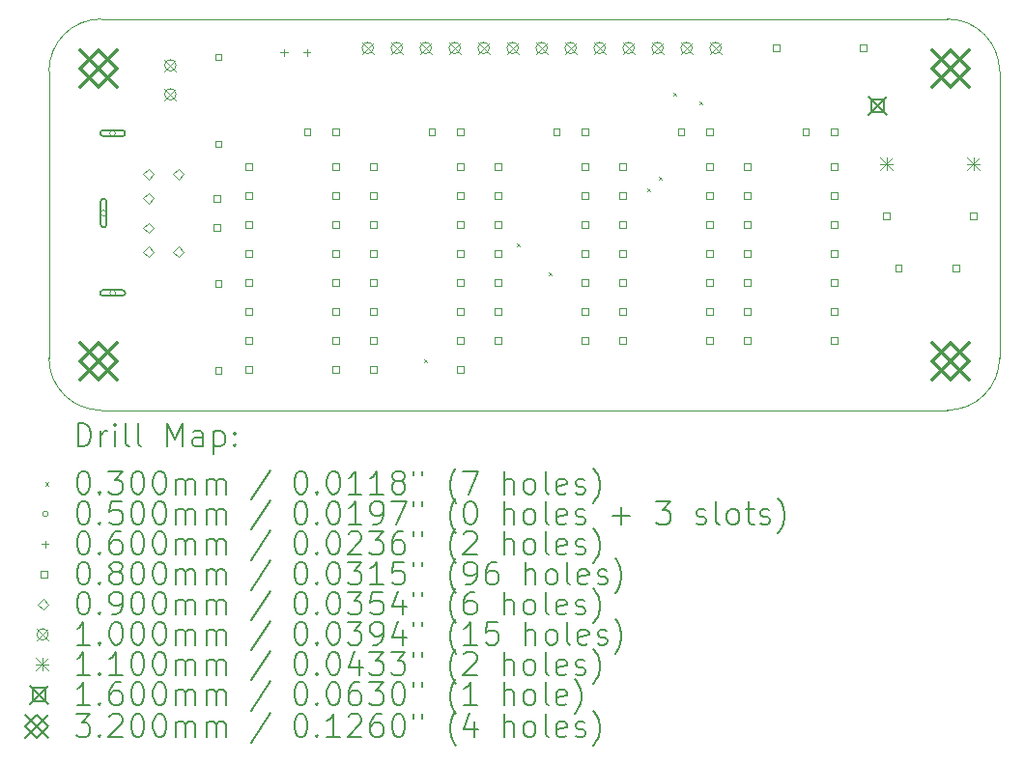
<source format=gbr>
%TF.GenerationSoftware,KiCad,Pcbnew,7.0.5-0*%
%TF.CreationDate,2023-06-22T10:16:07+02:00*%
%TF.ProjectId,ps2_interface,7073325f-696e-4746-9572-666163652e6b,1.2*%
%TF.SameCoordinates,Original*%
%TF.FileFunction,Drillmap*%
%TF.FilePolarity,Positive*%
%FSLAX45Y45*%
G04 Gerber Fmt 4.5, Leading zero omitted, Abs format (unit mm)*
G04 Created by KiCad (PCBNEW 7.0.5-0) date 2023-06-22 10:16:07*
%MOMM*%
%LPD*%
G01*
G04 APERTURE LIST*
%ADD10C,0.100000*%
%ADD11C,0.200000*%
%ADD12C,0.030000*%
%ADD13C,0.050000*%
%ADD14C,0.060000*%
%ADD15C,0.080000*%
%ADD16C,0.090000*%
%ADD17C,0.110000*%
%ADD18C,0.160000*%
%ADD19C,0.320000*%
G04 APERTURE END LIST*
D10*
X8026400Y-5994400D02*
X15443200Y-5994400D01*
X7569200Y-8966200D02*
X7569200Y-6451600D01*
X15900400Y-6451600D02*
G75*
G03*
X15443200Y-5994400I-457200J0D01*
G01*
X15443200Y-9423400D02*
X8026400Y-9423400D01*
X8026400Y-5994400D02*
G75*
G03*
X7569200Y-6451600I0J-457200D01*
G01*
X7569200Y-8966200D02*
G75*
G03*
X8026400Y-9423400I457200J0D01*
G01*
X15900400Y-6451600D02*
X15900400Y-8966200D01*
X15443200Y-9423400D02*
G75*
G03*
X15900400Y-8966200I0J457200D01*
G01*
D11*
D12*
X10856200Y-8976600D02*
X10886200Y-9006600D01*
X10886200Y-8976600D02*
X10856200Y-9006600D01*
X11669002Y-7960600D02*
X11699002Y-7990600D01*
X11699002Y-7960600D02*
X11669002Y-7990600D01*
X11948400Y-8214600D02*
X11978400Y-8244600D01*
X11978400Y-8214600D02*
X11948400Y-8244600D01*
X12812000Y-7478000D02*
X12842000Y-7508000D01*
X12842000Y-7478000D02*
X12812000Y-7508000D01*
X12913600Y-7376400D02*
X12943600Y-7406400D01*
X12943600Y-7376400D02*
X12913600Y-7406400D01*
X13040600Y-6639800D02*
X13070600Y-6669800D01*
X13070600Y-6639800D02*
X13040600Y-6669800D01*
X13269200Y-6716000D02*
X13299200Y-6746000D01*
X13299200Y-6716000D02*
X13269200Y-6746000D01*
D13*
X8073000Y-7696200D02*
G75*
G03*
X8073000Y-7696200I-25000J0D01*
G01*
D11*
X8023000Y-7596200D02*
X8023000Y-7796200D01*
X8023000Y-7796200D02*
G75*
G03*
X8073000Y-7796200I25000J0D01*
G01*
X8073000Y-7796200D02*
X8073000Y-7596200D01*
X8073000Y-7596200D02*
G75*
G03*
X8023000Y-7596200I-25000J0D01*
G01*
D13*
X8153000Y-6996200D02*
G75*
G03*
X8153000Y-6996200I-25000J0D01*
G01*
D11*
X8213000Y-6971200D02*
X8043000Y-6971200D01*
X8043000Y-6971200D02*
G75*
G03*
X8043000Y-7021200I0J-25000D01*
G01*
X8043000Y-7021200D02*
X8213000Y-7021200D01*
X8213000Y-7021200D02*
G75*
G03*
X8213000Y-6971200I0J25000D01*
G01*
D13*
X8153000Y-8396200D02*
G75*
G03*
X8153000Y-8396200I-25000J0D01*
G01*
D11*
X8213000Y-8371200D02*
X8043000Y-8371200D01*
X8043000Y-8371200D02*
G75*
G03*
X8043000Y-8421200I0J-25000D01*
G01*
X8043000Y-8421200D02*
X8213000Y-8421200D01*
X8213000Y-8421200D02*
G75*
G03*
X8213000Y-8371200I0J25000D01*
G01*
D14*
X9629800Y-6256500D02*
X9629800Y-6316500D01*
X9599800Y-6286500D02*
X9659800Y-6286500D01*
X9829800Y-6256500D02*
X9829800Y-6316500D01*
X9799800Y-6286500D02*
X9859800Y-6286500D01*
D15*
X9070685Y-7597484D02*
X9070685Y-7540915D01*
X9014116Y-7540915D01*
X9014116Y-7597484D01*
X9070685Y-7597484D01*
X9070685Y-7847484D02*
X9070685Y-7790915D01*
X9014116Y-7790915D01*
X9014116Y-7847484D01*
X9070685Y-7847484D01*
X9080845Y-6355424D02*
X9080845Y-6298855D01*
X9024276Y-6298855D01*
X9024276Y-6355424D01*
X9080845Y-6355424D01*
X9080845Y-7117424D02*
X9080845Y-7060855D01*
X9024276Y-7060855D01*
X9024276Y-7117424D01*
X9080845Y-7117424D01*
X9080845Y-8339164D02*
X9080845Y-8282595D01*
X9024276Y-8282595D01*
X9024276Y-8339164D01*
X9080845Y-8339164D01*
X9080845Y-9101165D02*
X9080845Y-9044596D01*
X9024276Y-9044596D01*
X9024276Y-9101165D01*
X9080845Y-9101165D01*
X9350085Y-7318084D02*
X9350085Y-7261515D01*
X9293516Y-7261515D01*
X9293516Y-7318084D01*
X9350085Y-7318084D01*
X9350085Y-7572084D02*
X9350085Y-7515515D01*
X9293516Y-7515515D01*
X9293516Y-7572084D01*
X9350085Y-7572084D01*
X9350085Y-7826084D02*
X9350085Y-7769515D01*
X9293516Y-7769515D01*
X9293516Y-7826084D01*
X9350085Y-7826084D01*
X9350085Y-8080084D02*
X9350085Y-8023515D01*
X9293516Y-8023515D01*
X9293516Y-8080084D01*
X9350085Y-8080084D01*
X9350085Y-8334084D02*
X9350085Y-8277515D01*
X9293516Y-8277515D01*
X9293516Y-8334084D01*
X9350085Y-8334084D01*
X9350085Y-8588085D02*
X9350085Y-8531516D01*
X9293516Y-8531516D01*
X9293516Y-8588085D01*
X9350085Y-8588085D01*
X9350085Y-8842085D02*
X9350085Y-8785516D01*
X9293516Y-8785516D01*
X9293516Y-8842085D01*
X9350085Y-8842085D01*
X9350085Y-9096085D02*
X9350085Y-9039516D01*
X9293516Y-9039516D01*
X9293516Y-9096085D01*
X9350085Y-9096085D01*
X9862085Y-7013284D02*
X9862085Y-6956715D01*
X9805516Y-6956715D01*
X9805516Y-7013284D01*
X9862085Y-7013284D01*
X10112085Y-7013284D02*
X10112085Y-6956715D01*
X10055516Y-6956715D01*
X10055516Y-7013284D01*
X10112085Y-7013284D01*
X10112085Y-7318084D02*
X10112085Y-7261515D01*
X10055516Y-7261515D01*
X10055516Y-7318084D01*
X10112085Y-7318084D01*
X10112085Y-7572084D02*
X10112085Y-7515515D01*
X10055516Y-7515515D01*
X10055516Y-7572084D01*
X10112085Y-7572084D01*
X10112085Y-7826084D02*
X10112085Y-7769515D01*
X10055516Y-7769515D01*
X10055516Y-7826084D01*
X10112085Y-7826084D01*
X10112085Y-8080084D02*
X10112085Y-8023515D01*
X10055516Y-8023515D01*
X10055516Y-8080084D01*
X10112085Y-8080084D01*
X10112085Y-8334084D02*
X10112085Y-8277515D01*
X10055516Y-8277515D01*
X10055516Y-8334084D01*
X10112085Y-8334084D01*
X10112085Y-8588085D02*
X10112085Y-8531516D01*
X10055516Y-8531516D01*
X10055516Y-8588085D01*
X10112085Y-8588085D01*
X10112085Y-8842085D02*
X10112085Y-8785516D01*
X10055516Y-8785516D01*
X10055516Y-8842085D01*
X10112085Y-8842085D01*
X10112085Y-9096085D02*
X10112085Y-9039516D01*
X10055516Y-9039516D01*
X10055516Y-9096085D01*
X10112085Y-9096085D01*
X10442285Y-7318084D02*
X10442285Y-7261515D01*
X10385716Y-7261515D01*
X10385716Y-7318084D01*
X10442285Y-7318084D01*
X10442285Y-7572084D02*
X10442285Y-7515515D01*
X10385716Y-7515515D01*
X10385716Y-7572084D01*
X10442285Y-7572084D01*
X10442285Y-7826084D02*
X10442285Y-7769515D01*
X10385716Y-7769515D01*
X10385716Y-7826084D01*
X10442285Y-7826084D01*
X10442285Y-8080084D02*
X10442285Y-8023515D01*
X10385716Y-8023515D01*
X10385716Y-8080084D01*
X10442285Y-8080084D01*
X10442285Y-8334084D02*
X10442285Y-8277515D01*
X10385716Y-8277515D01*
X10385716Y-8334084D01*
X10442285Y-8334084D01*
X10442285Y-8588085D02*
X10442285Y-8531516D01*
X10385716Y-8531516D01*
X10385716Y-8588085D01*
X10442285Y-8588085D01*
X10442285Y-8842085D02*
X10442285Y-8785516D01*
X10385716Y-8785516D01*
X10385716Y-8842085D01*
X10442285Y-8842085D01*
X10442285Y-9096085D02*
X10442285Y-9039516D01*
X10385716Y-9039516D01*
X10385716Y-9096085D01*
X10442285Y-9096085D01*
X10954285Y-7013284D02*
X10954285Y-6956715D01*
X10897716Y-6956715D01*
X10897716Y-7013284D01*
X10954285Y-7013284D01*
X11204284Y-7013284D02*
X11204284Y-6956715D01*
X11147716Y-6956715D01*
X11147716Y-7013284D01*
X11204284Y-7013284D01*
X11204284Y-7318084D02*
X11204284Y-7261515D01*
X11147716Y-7261515D01*
X11147716Y-7318084D01*
X11204284Y-7318084D01*
X11204284Y-7572084D02*
X11204284Y-7515515D01*
X11147716Y-7515515D01*
X11147716Y-7572084D01*
X11204284Y-7572084D01*
X11204284Y-7826084D02*
X11204284Y-7769515D01*
X11147716Y-7769515D01*
X11147716Y-7826084D01*
X11204284Y-7826084D01*
X11204284Y-8080084D02*
X11204284Y-8023515D01*
X11147716Y-8023515D01*
X11147716Y-8080084D01*
X11204284Y-8080084D01*
X11204284Y-8334084D02*
X11204284Y-8277515D01*
X11147716Y-8277515D01*
X11147716Y-8334084D01*
X11204284Y-8334084D01*
X11204284Y-8588085D02*
X11204284Y-8531516D01*
X11147716Y-8531516D01*
X11147716Y-8588085D01*
X11204284Y-8588085D01*
X11204284Y-8842085D02*
X11204284Y-8785516D01*
X11147716Y-8785516D01*
X11147716Y-8842085D01*
X11204284Y-8842085D01*
X11204284Y-9096085D02*
X11204284Y-9039516D01*
X11147716Y-9039516D01*
X11147716Y-9096085D01*
X11204284Y-9096085D01*
X11534484Y-7318084D02*
X11534484Y-7261515D01*
X11477915Y-7261515D01*
X11477915Y-7318084D01*
X11534484Y-7318084D01*
X11534484Y-7572084D02*
X11534484Y-7515515D01*
X11477915Y-7515515D01*
X11477915Y-7572084D01*
X11534484Y-7572084D01*
X11534484Y-7826084D02*
X11534484Y-7769515D01*
X11477915Y-7769515D01*
X11477915Y-7826084D01*
X11534484Y-7826084D01*
X11534484Y-8080084D02*
X11534484Y-8023515D01*
X11477915Y-8023515D01*
X11477915Y-8080084D01*
X11534484Y-8080084D01*
X11534484Y-8334084D02*
X11534484Y-8277515D01*
X11477915Y-8277515D01*
X11477915Y-8334084D01*
X11534484Y-8334084D01*
X11534484Y-8588085D02*
X11534484Y-8531516D01*
X11477915Y-8531516D01*
X11477915Y-8588085D01*
X11534484Y-8588085D01*
X11534484Y-8842085D02*
X11534484Y-8785516D01*
X11477915Y-8785516D01*
X11477915Y-8842085D01*
X11534484Y-8842085D01*
X12046484Y-7013284D02*
X12046484Y-6956715D01*
X11989915Y-6956715D01*
X11989915Y-7013284D01*
X12046484Y-7013284D01*
X12296484Y-7013284D02*
X12296484Y-6956715D01*
X12239915Y-6956715D01*
X12239915Y-7013284D01*
X12296484Y-7013284D01*
X12296484Y-7318084D02*
X12296484Y-7261515D01*
X12239915Y-7261515D01*
X12239915Y-7318084D01*
X12296484Y-7318084D01*
X12296484Y-7572084D02*
X12296484Y-7515515D01*
X12239915Y-7515515D01*
X12239915Y-7572084D01*
X12296484Y-7572084D01*
X12296484Y-7826084D02*
X12296484Y-7769515D01*
X12239915Y-7769515D01*
X12239915Y-7826084D01*
X12296484Y-7826084D01*
X12296484Y-8080084D02*
X12296484Y-8023515D01*
X12239915Y-8023515D01*
X12239915Y-8080084D01*
X12296484Y-8080084D01*
X12296484Y-8334084D02*
X12296484Y-8277515D01*
X12239915Y-8277515D01*
X12239915Y-8334084D01*
X12296484Y-8334084D01*
X12296484Y-8588085D02*
X12296484Y-8531516D01*
X12239915Y-8531516D01*
X12239915Y-8588085D01*
X12296484Y-8588085D01*
X12296484Y-8842085D02*
X12296484Y-8785516D01*
X12239915Y-8785516D01*
X12239915Y-8842085D01*
X12296484Y-8842085D01*
X12626684Y-7318084D02*
X12626684Y-7261515D01*
X12570115Y-7261515D01*
X12570115Y-7318084D01*
X12626684Y-7318084D01*
X12626684Y-7572084D02*
X12626684Y-7515515D01*
X12570115Y-7515515D01*
X12570115Y-7572084D01*
X12626684Y-7572084D01*
X12626684Y-7826084D02*
X12626684Y-7769515D01*
X12570115Y-7769515D01*
X12570115Y-7826084D01*
X12626684Y-7826084D01*
X12626684Y-8080084D02*
X12626684Y-8023515D01*
X12570115Y-8023515D01*
X12570115Y-8080084D01*
X12626684Y-8080084D01*
X12626684Y-8334084D02*
X12626684Y-8277515D01*
X12570115Y-8277515D01*
X12570115Y-8334084D01*
X12626684Y-8334084D01*
X12626684Y-8588085D02*
X12626684Y-8531516D01*
X12570115Y-8531516D01*
X12570115Y-8588085D01*
X12626684Y-8588085D01*
X12626684Y-8842085D02*
X12626684Y-8785516D01*
X12570115Y-8785516D01*
X12570115Y-8842085D01*
X12626684Y-8842085D01*
X13138684Y-7013284D02*
X13138684Y-6956715D01*
X13082115Y-6956715D01*
X13082115Y-7013284D01*
X13138684Y-7013284D01*
X13388684Y-7013284D02*
X13388684Y-6956715D01*
X13332115Y-6956715D01*
X13332115Y-7013284D01*
X13388684Y-7013284D01*
X13388684Y-7318084D02*
X13388684Y-7261515D01*
X13332115Y-7261515D01*
X13332115Y-7318084D01*
X13388684Y-7318084D01*
X13388684Y-7572084D02*
X13388684Y-7515515D01*
X13332115Y-7515515D01*
X13332115Y-7572084D01*
X13388684Y-7572084D01*
X13388684Y-7826084D02*
X13388684Y-7769515D01*
X13332115Y-7769515D01*
X13332115Y-7826084D01*
X13388684Y-7826084D01*
X13388684Y-8080084D02*
X13388684Y-8023515D01*
X13332115Y-8023515D01*
X13332115Y-8080084D01*
X13388684Y-8080084D01*
X13388684Y-8334084D02*
X13388684Y-8277515D01*
X13332115Y-8277515D01*
X13332115Y-8334084D01*
X13388684Y-8334084D01*
X13388684Y-8588085D02*
X13388684Y-8531516D01*
X13332115Y-8531516D01*
X13332115Y-8588085D01*
X13388684Y-8588085D01*
X13388684Y-8842085D02*
X13388684Y-8785516D01*
X13332115Y-8785516D01*
X13332115Y-8842085D01*
X13388684Y-8842085D01*
X13718884Y-7318084D02*
X13718884Y-7261515D01*
X13662315Y-7261515D01*
X13662315Y-7318084D01*
X13718884Y-7318084D01*
X13718884Y-7572084D02*
X13718884Y-7515515D01*
X13662315Y-7515515D01*
X13662315Y-7572084D01*
X13718884Y-7572084D01*
X13718884Y-7826084D02*
X13718884Y-7769515D01*
X13662315Y-7769515D01*
X13662315Y-7826084D01*
X13718884Y-7826084D01*
X13718884Y-8080084D02*
X13718884Y-8023515D01*
X13662315Y-8023515D01*
X13662315Y-8080084D01*
X13718884Y-8080084D01*
X13718884Y-8334084D02*
X13718884Y-8277515D01*
X13662315Y-8277515D01*
X13662315Y-8334084D01*
X13718884Y-8334084D01*
X13718884Y-8588085D02*
X13718884Y-8531516D01*
X13662315Y-8531516D01*
X13662315Y-8588085D01*
X13718884Y-8588085D01*
X13718884Y-8842085D02*
X13718884Y-8785516D01*
X13662315Y-8785516D01*
X13662315Y-8842085D01*
X13718884Y-8842085D01*
X13972884Y-6276684D02*
X13972884Y-6220115D01*
X13916315Y-6220115D01*
X13916315Y-6276684D01*
X13972884Y-6276684D01*
X14230884Y-7013284D02*
X14230884Y-6956715D01*
X14174315Y-6956715D01*
X14174315Y-7013284D01*
X14230884Y-7013284D01*
X14480884Y-7013284D02*
X14480884Y-6956715D01*
X14424315Y-6956715D01*
X14424315Y-7013284D01*
X14480884Y-7013284D01*
X14480884Y-7318084D02*
X14480884Y-7261515D01*
X14424315Y-7261515D01*
X14424315Y-7318084D01*
X14480884Y-7318084D01*
X14480884Y-7572084D02*
X14480884Y-7515515D01*
X14424315Y-7515515D01*
X14424315Y-7572084D01*
X14480884Y-7572084D01*
X14480884Y-7826084D02*
X14480884Y-7769515D01*
X14424315Y-7769515D01*
X14424315Y-7826084D01*
X14480884Y-7826084D01*
X14480884Y-8080084D02*
X14480884Y-8023515D01*
X14424315Y-8023515D01*
X14424315Y-8080084D01*
X14480884Y-8080084D01*
X14480884Y-8334084D02*
X14480884Y-8277515D01*
X14424315Y-8277515D01*
X14424315Y-8334084D01*
X14480884Y-8334084D01*
X14480884Y-8588085D02*
X14480884Y-8531516D01*
X14424315Y-8531516D01*
X14424315Y-8588085D01*
X14480884Y-8588085D01*
X14480884Y-8842085D02*
X14480884Y-8785516D01*
X14424315Y-8785516D01*
X14424315Y-8842085D01*
X14480884Y-8842085D01*
X14734884Y-6276684D02*
X14734884Y-6220115D01*
X14678315Y-6220115D01*
X14678315Y-6276684D01*
X14734884Y-6276684D01*
X14938084Y-7749884D02*
X14938084Y-7693315D01*
X14881515Y-7693315D01*
X14881515Y-7749884D01*
X14938084Y-7749884D01*
X15043684Y-8207084D02*
X15043684Y-8150515D01*
X14987115Y-8150515D01*
X14987115Y-8207084D01*
X15043684Y-8207084D01*
X15543684Y-8207084D02*
X15543684Y-8150515D01*
X15487115Y-8150515D01*
X15487115Y-8207084D01*
X15543684Y-8207084D01*
X15700084Y-7749884D02*
X15700084Y-7693315D01*
X15643515Y-7693315D01*
X15643515Y-7749884D01*
X15700084Y-7749884D01*
D16*
X8440500Y-7401200D02*
X8485500Y-7356200D01*
X8440500Y-7311200D01*
X8395500Y-7356200D01*
X8440500Y-7401200D01*
X8440500Y-7611200D02*
X8485500Y-7566200D01*
X8440500Y-7521200D01*
X8395500Y-7566200D01*
X8440500Y-7611200D01*
X8440500Y-7871200D02*
X8485500Y-7826200D01*
X8440500Y-7781200D01*
X8395500Y-7826200D01*
X8440500Y-7871200D01*
X8440500Y-8081200D02*
X8485500Y-8036200D01*
X8440500Y-7991200D01*
X8395500Y-8036200D01*
X8440500Y-8081200D01*
X8703000Y-7401200D02*
X8748000Y-7356200D01*
X8703000Y-7311200D01*
X8658000Y-7356200D01*
X8703000Y-7401200D01*
X8703000Y-8081200D02*
X8748000Y-8036200D01*
X8703000Y-7991200D01*
X8658000Y-8036200D01*
X8703000Y-8081200D01*
D10*
X8583460Y-6350800D02*
X8683460Y-6450800D01*
X8683460Y-6350800D02*
X8583460Y-6450800D01*
X8683460Y-6400800D02*
G75*
G03*
X8683460Y-6400800I-50000J0D01*
G01*
X8583460Y-6604800D02*
X8683460Y-6704800D01*
X8683460Y-6604800D02*
X8583460Y-6704800D01*
X8683460Y-6654800D02*
G75*
G03*
X8683460Y-6654800I-50000J0D01*
G01*
X10313200Y-6198400D02*
X10413200Y-6298400D01*
X10413200Y-6198400D02*
X10313200Y-6298400D01*
X10413200Y-6248400D02*
G75*
G03*
X10413200Y-6248400I-50000J0D01*
G01*
X10567200Y-6198400D02*
X10667200Y-6298400D01*
X10667200Y-6198400D02*
X10567200Y-6298400D01*
X10667200Y-6248400D02*
G75*
G03*
X10667200Y-6248400I-50000J0D01*
G01*
X10821200Y-6198400D02*
X10921200Y-6298400D01*
X10921200Y-6198400D02*
X10821200Y-6298400D01*
X10921200Y-6248400D02*
G75*
G03*
X10921200Y-6248400I-50000J0D01*
G01*
X11075200Y-6198400D02*
X11175200Y-6298400D01*
X11175200Y-6198400D02*
X11075200Y-6298400D01*
X11175200Y-6248400D02*
G75*
G03*
X11175200Y-6248400I-50000J0D01*
G01*
X11329200Y-6198400D02*
X11429200Y-6298400D01*
X11429200Y-6198400D02*
X11329200Y-6298400D01*
X11429200Y-6248400D02*
G75*
G03*
X11429200Y-6248400I-50000J0D01*
G01*
X11583200Y-6198400D02*
X11683200Y-6298400D01*
X11683200Y-6198400D02*
X11583200Y-6298400D01*
X11683200Y-6248400D02*
G75*
G03*
X11683200Y-6248400I-50000J0D01*
G01*
X11837200Y-6198400D02*
X11937200Y-6298400D01*
X11937200Y-6198400D02*
X11837200Y-6298400D01*
X11937200Y-6248400D02*
G75*
G03*
X11937200Y-6248400I-50000J0D01*
G01*
X12091200Y-6198400D02*
X12191200Y-6298400D01*
X12191200Y-6198400D02*
X12091200Y-6298400D01*
X12191200Y-6248400D02*
G75*
G03*
X12191200Y-6248400I-50000J0D01*
G01*
X12345200Y-6198400D02*
X12445200Y-6298400D01*
X12445200Y-6198400D02*
X12345200Y-6298400D01*
X12445200Y-6248400D02*
G75*
G03*
X12445200Y-6248400I-50000J0D01*
G01*
X12599200Y-6198400D02*
X12699200Y-6298400D01*
X12699200Y-6198400D02*
X12599200Y-6298400D01*
X12699200Y-6248400D02*
G75*
G03*
X12699200Y-6248400I-50000J0D01*
G01*
X12853200Y-6198400D02*
X12953200Y-6298400D01*
X12953200Y-6198400D02*
X12853200Y-6298400D01*
X12953200Y-6248400D02*
G75*
G03*
X12953200Y-6248400I-50000J0D01*
G01*
X13107200Y-6198400D02*
X13207200Y-6298400D01*
X13207200Y-6198400D02*
X13107200Y-6298400D01*
X13207200Y-6248400D02*
G75*
G03*
X13207200Y-6248400I-50000J0D01*
G01*
X13361200Y-6198400D02*
X13461200Y-6298400D01*
X13461200Y-6198400D02*
X13361200Y-6298400D01*
X13461200Y-6248400D02*
G75*
G03*
X13461200Y-6248400I-50000J0D01*
G01*
D17*
X14854800Y-7209400D02*
X14964800Y-7319400D01*
X14964800Y-7209400D02*
X14854800Y-7319400D01*
X14909800Y-7209400D02*
X14909800Y-7319400D01*
X14854800Y-7264400D02*
X14964800Y-7264400D01*
X15616800Y-7209400D02*
X15726800Y-7319400D01*
X15726800Y-7209400D02*
X15616800Y-7319400D01*
X15671800Y-7209400D02*
X15671800Y-7319400D01*
X15616800Y-7264400D02*
X15726800Y-7264400D01*
D18*
X14753600Y-6676400D02*
X14913600Y-6836400D01*
X14913600Y-6676400D02*
X14753600Y-6836400D01*
X14890169Y-6812969D02*
X14890169Y-6699831D01*
X14777031Y-6699831D01*
X14777031Y-6812969D01*
X14890169Y-6812969D01*
D19*
X7841000Y-6266200D02*
X8161000Y-6586200D01*
X8161000Y-6266200D02*
X7841000Y-6586200D01*
X8001000Y-6586200D02*
X8161000Y-6426200D01*
X8001000Y-6266200D01*
X7841000Y-6426200D01*
X8001000Y-6586200D01*
X7841000Y-8831600D02*
X8161000Y-9151600D01*
X8161000Y-8831600D02*
X7841000Y-9151600D01*
X8001000Y-9151600D02*
X8161000Y-8991600D01*
X8001000Y-8831600D01*
X7841000Y-8991600D01*
X8001000Y-9151600D01*
X15308600Y-6266200D02*
X15628600Y-6586200D01*
X15628600Y-6266200D02*
X15308600Y-6586200D01*
X15468600Y-6586200D02*
X15628600Y-6426200D01*
X15468600Y-6266200D01*
X15308600Y-6426200D01*
X15468600Y-6586200D01*
X15308600Y-8831600D02*
X15628600Y-9151600D01*
X15628600Y-8831600D02*
X15308600Y-9151600D01*
X15468600Y-9151600D02*
X15628600Y-8991600D01*
X15468600Y-8831600D01*
X15308600Y-8991600D01*
X15468600Y-9151600D01*
D11*
X7824977Y-9739884D02*
X7824977Y-9539884D01*
X7824977Y-9539884D02*
X7872596Y-9539884D01*
X7872596Y-9539884D02*
X7901167Y-9549408D01*
X7901167Y-9549408D02*
X7920215Y-9568455D01*
X7920215Y-9568455D02*
X7929739Y-9587503D01*
X7929739Y-9587503D02*
X7939262Y-9625598D01*
X7939262Y-9625598D02*
X7939262Y-9654170D01*
X7939262Y-9654170D02*
X7929739Y-9692265D01*
X7929739Y-9692265D02*
X7920215Y-9711312D01*
X7920215Y-9711312D02*
X7901167Y-9730360D01*
X7901167Y-9730360D02*
X7872596Y-9739884D01*
X7872596Y-9739884D02*
X7824977Y-9739884D01*
X8024977Y-9739884D02*
X8024977Y-9606550D01*
X8024977Y-9644646D02*
X8034501Y-9625598D01*
X8034501Y-9625598D02*
X8044024Y-9616074D01*
X8044024Y-9616074D02*
X8063072Y-9606550D01*
X8063072Y-9606550D02*
X8082120Y-9606550D01*
X8148786Y-9739884D02*
X8148786Y-9606550D01*
X8148786Y-9539884D02*
X8139262Y-9549408D01*
X8139262Y-9549408D02*
X8148786Y-9558931D01*
X8148786Y-9558931D02*
X8158310Y-9549408D01*
X8158310Y-9549408D02*
X8148786Y-9539884D01*
X8148786Y-9539884D02*
X8148786Y-9558931D01*
X8272596Y-9739884D02*
X8253548Y-9730360D01*
X8253548Y-9730360D02*
X8244024Y-9711312D01*
X8244024Y-9711312D02*
X8244024Y-9539884D01*
X8377358Y-9739884D02*
X8358310Y-9730360D01*
X8358310Y-9730360D02*
X8348786Y-9711312D01*
X8348786Y-9711312D02*
X8348786Y-9539884D01*
X8605929Y-9739884D02*
X8605929Y-9539884D01*
X8605929Y-9539884D02*
X8672596Y-9682741D01*
X8672596Y-9682741D02*
X8739263Y-9539884D01*
X8739263Y-9539884D02*
X8739263Y-9739884D01*
X8920215Y-9739884D02*
X8920215Y-9635122D01*
X8920215Y-9635122D02*
X8910691Y-9616074D01*
X8910691Y-9616074D02*
X8891644Y-9606550D01*
X8891644Y-9606550D02*
X8853548Y-9606550D01*
X8853548Y-9606550D02*
X8834501Y-9616074D01*
X8920215Y-9730360D02*
X8901167Y-9739884D01*
X8901167Y-9739884D02*
X8853548Y-9739884D01*
X8853548Y-9739884D02*
X8834501Y-9730360D01*
X8834501Y-9730360D02*
X8824977Y-9711312D01*
X8824977Y-9711312D02*
X8824977Y-9692265D01*
X8824977Y-9692265D02*
X8834501Y-9673217D01*
X8834501Y-9673217D02*
X8853548Y-9663693D01*
X8853548Y-9663693D02*
X8901167Y-9663693D01*
X8901167Y-9663693D02*
X8920215Y-9654170D01*
X9015453Y-9606550D02*
X9015453Y-9806550D01*
X9015453Y-9616074D02*
X9034501Y-9606550D01*
X9034501Y-9606550D02*
X9072596Y-9606550D01*
X9072596Y-9606550D02*
X9091644Y-9616074D01*
X9091644Y-9616074D02*
X9101167Y-9625598D01*
X9101167Y-9625598D02*
X9110691Y-9644646D01*
X9110691Y-9644646D02*
X9110691Y-9701789D01*
X9110691Y-9701789D02*
X9101167Y-9720836D01*
X9101167Y-9720836D02*
X9091644Y-9730360D01*
X9091644Y-9730360D02*
X9072596Y-9739884D01*
X9072596Y-9739884D02*
X9034501Y-9739884D01*
X9034501Y-9739884D02*
X9015453Y-9730360D01*
X9196405Y-9720836D02*
X9205929Y-9730360D01*
X9205929Y-9730360D02*
X9196405Y-9739884D01*
X9196405Y-9739884D02*
X9186882Y-9730360D01*
X9186882Y-9730360D02*
X9196405Y-9720836D01*
X9196405Y-9720836D02*
X9196405Y-9739884D01*
X9196405Y-9616074D02*
X9205929Y-9625598D01*
X9205929Y-9625598D02*
X9196405Y-9635122D01*
X9196405Y-9635122D02*
X9186882Y-9625598D01*
X9186882Y-9625598D02*
X9196405Y-9616074D01*
X9196405Y-9616074D02*
X9196405Y-9635122D01*
D12*
X7534200Y-10053400D02*
X7564200Y-10083400D01*
X7564200Y-10053400D02*
X7534200Y-10083400D01*
D11*
X7863072Y-9959884D02*
X7882120Y-9959884D01*
X7882120Y-9959884D02*
X7901167Y-9969408D01*
X7901167Y-9969408D02*
X7910691Y-9978931D01*
X7910691Y-9978931D02*
X7920215Y-9997979D01*
X7920215Y-9997979D02*
X7929739Y-10036074D01*
X7929739Y-10036074D02*
X7929739Y-10083693D01*
X7929739Y-10083693D02*
X7920215Y-10121789D01*
X7920215Y-10121789D02*
X7910691Y-10140836D01*
X7910691Y-10140836D02*
X7901167Y-10150360D01*
X7901167Y-10150360D02*
X7882120Y-10159884D01*
X7882120Y-10159884D02*
X7863072Y-10159884D01*
X7863072Y-10159884D02*
X7844024Y-10150360D01*
X7844024Y-10150360D02*
X7834501Y-10140836D01*
X7834501Y-10140836D02*
X7824977Y-10121789D01*
X7824977Y-10121789D02*
X7815453Y-10083693D01*
X7815453Y-10083693D02*
X7815453Y-10036074D01*
X7815453Y-10036074D02*
X7824977Y-9997979D01*
X7824977Y-9997979D02*
X7834501Y-9978931D01*
X7834501Y-9978931D02*
X7844024Y-9969408D01*
X7844024Y-9969408D02*
X7863072Y-9959884D01*
X8015453Y-10140836D02*
X8024977Y-10150360D01*
X8024977Y-10150360D02*
X8015453Y-10159884D01*
X8015453Y-10159884D02*
X8005929Y-10150360D01*
X8005929Y-10150360D02*
X8015453Y-10140836D01*
X8015453Y-10140836D02*
X8015453Y-10159884D01*
X8091643Y-9959884D02*
X8215453Y-9959884D01*
X8215453Y-9959884D02*
X8148786Y-10036074D01*
X8148786Y-10036074D02*
X8177358Y-10036074D01*
X8177358Y-10036074D02*
X8196405Y-10045598D01*
X8196405Y-10045598D02*
X8205929Y-10055122D01*
X8205929Y-10055122D02*
X8215453Y-10074170D01*
X8215453Y-10074170D02*
X8215453Y-10121789D01*
X8215453Y-10121789D02*
X8205929Y-10140836D01*
X8205929Y-10140836D02*
X8196405Y-10150360D01*
X8196405Y-10150360D02*
X8177358Y-10159884D01*
X8177358Y-10159884D02*
X8120215Y-10159884D01*
X8120215Y-10159884D02*
X8101167Y-10150360D01*
X8101167Y-10150360D02*
X8091643Y-10140836D01*
X8339262Y-9959884D02*
X8358310Y-9959884D01*
X8358310Y-9959884D02*
X8377358Y-9969408D01*
X8377358Y-9969408D02*
X8386882Y-9978931D01*
X8386882Y-9978931D02*
X8396405Y-9997979D01*
X8396405Y-9997979D02*
X8405929Y-10036074D01*
X8405929Y-10036074D02*
X8405929Y-10083693D01*
X8405929Y-10083693D02*
X8396405Y-10121789D01*
X8396405Y-10121789D02*
X8386882Y-10140836D01*
X8386882Y-10140836D02*
X8377358Y-10150360D01*
X8377358Y-10150360D02*
X8358310Y-10159884D01*
X8358310Y-10159884D02*
X8339262Y-10159884D01*
X8339262Y-10159884D02*
X8320215Y-10150360D01*
X8320215Y-10150360D02*
X8310691Y-10140836D01*
X8310691Y-10140836D02*
X8301167Y-10121789D01*
X8301167Y-10121789D02*
X8291643Y-10083693D01*
X8291643Y-10083693D02*
X8291643Y-10036074D01*
X8291643Y-10036074D02*
X8301167Y-9997979D01*
X8301167Y-9997979D02*
X8310691Y-9978931D01*
X8310691Y-9978931D02*
X8320215Y-9969408D01*
X8320215Y-9969408D02*
X8339262Y-9959884D01*
X8529739Y-9959884D02*
X8548786Y-9959884D01*
X8548786Y-9959884D02*
X8567834Y-9969408D01*
X8567834Y-9969408D02*
X8577358Y-9978931D01*
X8577358Y-9978931D02*
X8586882Y-9997979D01*
X8586882Y-9997979D02*
X8596405Y-10036074D01*
X8596405Y-10036074D02*
X8596405Y-10083693D01*
X8596405Y-10083693D02*
X8586882Y-10121789D01*
X8586882Y-10121789D02*
X8577358Y-10140836D01*
X8577358Y-10140836D02*
X8567834Y-10150360D01*
X8567834Y-10150360D02*
X8548786Y-10159884D01*
X8548786Y-10159884D02*
X8529739Y-10159884D01*
X8529739Y-10159884D02*
X8510691Y-10150360D01*
X8510691Y-10150360D02*
X8501167Y-10140836D01*
X8501167Y-10140836D02*
X8491644Y-10121789D01*
X8491644Y-10121789D02*
X8482120Y-10083693D01*
X8482120Y-10083693D02*
X8482120Y-10036074D01*
X8482120Y-10036074D02*
X8491644Y-9997979D01*
X8491644Y-9997979D02*
X8501167Y-9978931D01*
X8501167Y-9978931D02*
X8510691Y-9969408D01*
X8510691Y-9969408D02*
X8529739Y-9959884D01*
X8682120Y-10159884D02*
X8682120Y-10026550D01*
X8682120Y-10045598D02*
X8691644Y-10036074D01*
X8691644Y-10036074D02*
X8710691Y-10026550D01*
X8710691Y-10026550D02*
X8739263Y-10026550D01*
X8739263Y-10026550D02*
X8758310Y-10036074D01*
X8758310Y-10036074D02*
X8767834Y-10055122D01*
X8767834Y-10055122D02*
X8767834Y-10159884D01*
X8767834Y-10055122D02*
X8777358Y-10036074D01*
X8777358Y-10036074D02*
X8796405Y-10026550D01*
X8796405Y-10026550D02*
X8824977Y-10026550D01*
X8824977Y-10026550D02*
X8844025Y-10036074D01*
X8844025Y-10036074D02*
X8853548Y-10055122D01*
X8853548Y-10055122D02*
X8853548Y-10159884D01*
X8948786Y-10159884D02*
X8948786Y-10026550D01*
X8948786Y-10045598D02*
X8958310Y-10036074D01*
X8958310Y-10036074D02*
X8977358Y-10026550D01*
X8977358Y-10026550D02*
X9005929Y-10026550D01*
X9005929Y-10026550D02*
X9024977Y-10036074D01*
X9024977Y-10036074D02*
X9034501Y-10055122D01*
X9034501Y-10055122D02*
X9034501Y-10159884D01*
X9034501Y-10055122D02*
X9044025Y-10036074D01*
X9044025Y-10036074D02*
X9063072Y-10026550D01*
X9063072Y-10026550D02*
X9091644Y-10026550D01*
X9091644Y-10026550D02*
X9110691Y-10036074D01*
X9110691Y-10036074D02*
X9120215Y-10055122D01*
X9120215Y-10055122D02*
X9120215Y-10159884D01*
X9510691Y-9950360D02*
X9339263Y-10207503D01*
X9767834Y-9959884D02*
X9786882Y-9959884D01*
X9786882Y-9959884D02*
X9805929Y-9969408D01*
X9805929Y-9969408D02*
X9815453Y-9978931D01*
X9815453Y-9978931D02*
X9824977Y-9997979D01*
X9824977Y-9997979D02*
X9834501Y-10036074D01*
X9834501Y-10036074D02*
X9834501Y-10083693D01*
X9834501Y-10083693D02*
X9824977Y-10121789D01*
X9824977Y-10121789D02*
X9815453Y-10140836D01*
X9815453Y-10140836D02*
X9805929Y-10150360D01*
X9805929Y-10150360D02*
X9786882Y-10159884D01*
X9786882Y-10159884D02*
X9767834Y-10159884D01*
X9767834Y-10159884D02*
X9748787Y-10150360D01*
X9748787Y-10150360D02*
X9739263Y-10140836D01*
X9739263Y-10140836D02*
X9729739Y-10121789D01*
X9729739Y-10121789D02*
X9720215Y-10083693D01*
X9720215Y-10083693D02*
X9720215Y-10036074D01*
X9720215Y-10036074D02*
X9729739Y-9997979D01*
X9729739Y-9997979D02*
X9739263Y-9978931D01*
X9739263Y-9978931D02*
X9748787Y-9969408D01*
X9748787Y-9969408D02*
X9767834Y-9959884D01*
X9920215Y-10140836D02*
X9929739Y-10150360D01*
X9929739Y-10150360D02*
X9920215Y-10159884D01*
X9920215Y-10159884D02*
X9910691Y-10150360D01*
X9910691Y-10150360D02*
X9920215Y-10140836D01*
X9920215Y-10140836D02*
X9920215Y-10159884D01*
X10053548Y-9959884D02*
X10072596Y-9959884D01*
X10072596Y-9959884D02*
X10091644Y-9969408D01*
X10091644Y-9969408D02*
X10101168Y-9978931D01*
X10101168Y-9978931D02*
X10110691Y-9997979D01*
X10110691Y-9997979D02*
X10120215Y-10036074D01*
X10120215Y-10036074D02*
X10120215Y-10083693D01*
X10120215Y-10083693D02*
X10110691Y-10121789D01*
X10110691Y-10121789D02*
X10101168Y-10140836D01*
X10101168Y-10140836D02*
X10091644Y-10150360D01*
X10091644Y-10150360D02*
X10072596Y-10159884D01*
X10072596Y-10159884D02*
X10053548Y-10159884D01*
X10053548Y-10159884D02*
X10034501Y-10150360D01*
X10034501Y-10150360D02*
X10024977Y-10140836D01*
X10024977Y-10140836D02*
X10015453Y-10121789D01*
X10015453Y-10121789D02*
X10005929Y-10083693D01*
X10005929Y-10083693D02*
X10005929Y-10036074D01*
X10005929Y-10036074D02*
X10015453Y-9997979D01*
X10015453Y-9997979D02*
X10024977Y-9978931D01*
X10024977Y-9978931D02*
X10034501Y-9969408D01*
X10034501Y-9969408D02*
X10053548Y-9959884D01*
X10310691Y-10159884D02*
X10196406Y-10159884D01*
X10253548Y-10159884D02*
X10253548Y-9959884D01*
X10253548Y-9959884D02*
X10234501Y-9988455D01*
X10234501Y-9988455D02*
X10215453Y-10007503D01*
X10215453Y-10007503D02*
X10196406Y-10017027D01*
X10501168Y-10159884D02*
X10386882Y-10159884D01*
X10444025Y-10159884D02*
X10444025Y-9959884D01*
X10444025Y-9959884D02*
X10424977Y-9988455D01*
X10424977Y-9988455D02*
X10405929Y-10007503D01*
X10405929Y-10007503D02*
X10386882Y-10017027D01*
X10615453Y-10045598D02*
X10596406Y-10036074D01*
X10596406Y-10036074D02*
X10586882Y-10026550D01*
X10586882Y-10026550D02*
X10577358Y-10007503D01*
X10577358Y-10007503D02*
X10577358Y-9997979D01*
X10577358Y-9997979D02*
X10586882Y-9978931D01*
X10586882Y-9978931D02*
X10596406Y-9969408D01*
X10596406Y-9969408D02*
X10615453Y-9959884D01*
X10615453Y-9959884D02*
X10653549Y-9959884D01*
X10653549Y-9959884D02*
X10672596Y-9969408D01*
X10672596Y-9969408D02*
X10682120Y-9978931D01*
X10682120Y-9978931D02*
X10691644Y-9997979D01*
X10691644Y-9997979D02*
X10691644Y-10007503D01*
X10691644Y-10007503D02*
X10682120Y-10026550D01*
X10682120Y-10026550D02*
X10672596Y-10036074D01*
X10672596Y-10036074D02*
X10653549Y-10045598D01*
X10653549Y-10045598D02*
X10615453Y-10045598D01*
X10615453Y-10045598D02*
X10596406Y-10055122D01*
X10596406Y-10055122D02*
X10586882Y-10064646D01*
X10586882Y-10064646D02*
X10577358Y-10083693D01*
X10577358Y-10083693D02*
X10577358Y-10121789D01*
X10577358Y-10121789D02*
X10586882Y-10140836D01*
X10586882Y-10140836D02*
X10596406Y-10150360D01*
X10596406Y-10150360D02*
X10615453Y-10159884D01*
X10615453Y-10159884D02*
X10653549Y-10159884D01*
X10653549Y-10159884D02*
X10672596Y-10150360D01*
X10672596Y-10150360D02*
X10682120Y-10140836D01*
X10682120Y-10140836D02*
X10691644Y-10121789D01*
X10691644Y-10121789D02*
X10691644Y-10083693D01*
X10691644Y-10083693D02*
X10682120Y-10064646D01*
X10682120Y-10064646D02*
X10672596Y-10055122D01*
X10672596Y-10055122D02*
X10653549Y-10045598D01*
X10767834Y-9959884D02*
X10767834Y-9997979D01*
X10844025Y-9959884D02*
X10844025Y-9997979D01*
X11139263Y-10236074D02*
X11129739Y-10226550D01*
X11129739Y-10226550D02*
X11110691Y-10197979D01*
X11110691Y-10197979D02*
X11101168Y-10178931D01*
X11101168Y-10178931D02*
X11091644Y-10150360D01*
X11091644Y-10150360D02*
X11082120Y-10102741D01*
X11082120Y-10102741D02*
X11082120Y-10064646D01*
X11082120Y-10064646D02*
X11091644Y-10017027D01*
X11091644Y-10017027D02*
X11101168Y-9988455D01*
X11101168Y-9988455D02*
X11110691Y-9969408D01*
X11110691Y-9969408D02*
X11129739Y-9940836D01*
X11129739Y-9940836D02*
X11139263Y-9931312D01*
X11196406Y-9959884D02*
X11329739Y-9959884D01*
X11329739Y-9959884D02*
X11244025Y-10159884D01*
X11558310Y-10159884D02*
X11558310Y-9959884D01*
X11644025Y-10159884D02*
X11644025Y-10055122D01*
X11644025Y-10055122D02*
X11634501Y-10036074D01*
X11634501Y-10036074D02*
X11615453Y-10026550D01*
X11615453Y-10026550D02*
X11586882Y-10026550D01*
X11586882Y-10026550D02*
X11567834Y-10036074D01*
X11567834Y-10036074D02*
X11558310Y-10045598D01*
X11767834Y-10159884D02*
X11748787Y-10150360D01*
X11748787Y-10150360D02*
X11739263Y-10140836D01*
X11739263Y-10140836D02*
X11729739Y-10121789D01*
X11729739Y-10121789D02*
X11729739Y-10064646D01*
X11729739Y-10064646D02*
X11739263Y-10045598D01*
X11739263Y-10045598D02*
X11748787Y-10036074D01*
X11748787Y-10036074D02*
X11767834Y-10026550D01*
X11767834Y-10026550D02*
X11796406Y-10026550D01*
X11796406Y-10026550D02*
X11815453Y-10036074D01*
X11815453Y-10036074D02*
X11824977Y-10045598D01*
X11824977Y-10045598D02*
X11834501Y-10064646D01*
X11834501Y-10064646D02*
X11834501Y-10121789D01*
X11834501Y-10121789D02*
X11824977Y-10140836D01*
X11824977Y-10140836D02*
X11815453Y-10150360D01*
X11815453Y-10150360D02*
X11796406Y-10159884D01*
X11796406Y-10159884D02*
X11767834Y-10159884D01*
X11948787Y-10159884D02*
X11929739Y-10150360D01*
X11929739Y-10150360D02*
X11920215Y-10131312D01*
X11920215Y-10131312D02*
X11920215Y-9959884D01*
X12101168Y-10150360D02*
X12082120Y-10159884D01*
X12082120Y-10159884D02*
X12044025Y-10159884D01*
X12044025Y-10159884D02*
X12024977Y-10150360D01*
X12024977Y-10150360D02*
X12015453Y-10131312D01*
X12015453Y-10131312D02*
X12015453Y-10055122D01*
X12015453Y-10055122D02*
X12024977Y-10036074D01*
X12024977Y-10036074D02*
X12044025Y-10026550D01*
X12044025Y-10026550D02*
X12082120Y-10026550D01*
X12082120Y-10026550D02*
X12101168Y-10036074D01*
X12101168Y-10036074D02*
X12110691Y-10055122D01*
X12110691Y-10055122D02*
X12110691Y-10074170D01*
X12110691Y-10074170D02*
X12015453Y-10093217D01*
X12186882Y-10150360D02*
X12205930Y-10159884D01*
X12205930Y-10159884D02*
X12244025Y-10159884D01*
X12244025Y-10159884D02*
X12263072Y-10150360D01*
X12263072Y-10150360D02*
X12272596Y-10131312D01*
X12272596Y-10131312D02*
X12272596Y-10121789D01*
X12272596Y-10121789D02*
X12263072Y-10102741D01*
X12263072Y-10102741D02*
X12244025Y-10093217D01*
X12244025Y-10093217D02*
X12215453Y-10093217D01*
X12215453Y-10093217D02*
X12196406Y-10083693D01*
X12196406Y-10083693D02*
X12186882Y-10064646D01*
X12186882Y-10064646D02*
X12186882Y-10055122D01*
X12186882Y-10055122D02*
X12196406Y-10036074D01*
X12196406Y-10036074D02*
X12215453Y-10026550D01*
X12215453Y-10026550D02*
X12244025Y-10026550D01*
X12244025Y-10026550D02*
X12263072Y-10036074D01*
X12339263Y-10236074D02*
X12348787Y-10226550D01*
X12348787Y-10226550D02*
X12367834Y-10197979D01*
X12367834Y-10197979D02*
X12377358Y-10178931D01*
X12377358Y-10178931D02*
X12386882Y-10150360D01*
X12386882Y-10150360D02*
X12396406Y-10102741D01*
X12396406Y-10102741D02*
X12396406Y-10064646D01*
X12396406Y-10064646D02*
X12386882Y-10017027D01*
X12386882Y-10017027D02*
X12377358Y-9988455D01*
X12377358Y-9988455D02*
X12367834Y-9969408D01*
X12367834Y-9969408D02*
X12348787Y-9940836D01*
X12348787Y-9940836D02*
X12339263Y-9931312D01*
D13*
X7564200Y-10332400D02*
G75*
G03*
X7564200Y-10332400I-25000J0D01*
G01*
D11*
X7863072Y-10223884D02*
X7882120Y-10223884D01*
X7882120Y-10223884D02*
X7901167Y-10233408D01*
X7901167Y-10233408D02*
X7910691Y-10242931D01*
X7910691Y-10242931D02*
X7920215Y-10261979D01*
X7920215Y-10261979D02*
X7929739Y-10300074D01*
X7929739Y-10300074D02*
X7929739Y-10347693D01*
X7929739Y-10347693D02*
X7920215Y-10385789D01*
X7920215Y-10385789D02*
X7910691Y-10404836D01*
X7910691Y-10404836D02*
X7901167Y-10414360D01*
X7901167Y-10414360D02*
X7882120Y-10423884D01*
X7882120Y-10423884D02*
X7863072Y-10423884D01*
X7863072Y-10423884D02*
X7844024Y-10414360D01*
X7844024Y-10414360D02*
X7834501Y-10404836D01*
X7834501Y-10404836D02*
X7824977Y-10385789D01*
X7824977Y-10385789D02*
X7815453Y-10347693D01*
X7815453Y-10347693D02*
X7815453Y-10300074D01*
X7815453Y-10300074D02*
X7824977Y-10261979D01*
X7824977Y-10261979D02*
X7834501Y-10242931D01*
X7834501Y-10242931D02*
X7844024Y-10233408D01*
X7844024Y-10233408D02*
X7863072Y-10223884D01*
X8015453Y-10404836D02*
X8024977Y-10414360D01*
X8024977Y-10414360D02*
X8015453Y-10423884D01*
X8015453Y-10423884D02*
X8005929Y-10414360D01*
X8005929Y-10414360D02*
X8015453Y-10404836D01*
X8015453Y-10404836D02*
X8015453Y-10423884D01*
X8205929Y-10223884D02*
X8110691Y-10223884D01*
X8110691Y-10223884D02*
X8101167Y-10319122D01*
X8101167Y-10319122D02*
X8110691Y-10309598D01*
X8110691Y-10309598D02*
X8129739Y-10300074D01*
X8129739Y-10300074D02*
X8177358Y-10300074D01*
X8177358Y-10300074D02*
X8196405Y-10309598D01*
X8196405Y-10309598D02*
X8205929Y-10319122D01*
X8205929Y-10319122D02*
X8215453Y-10338170D01*
X8215453Y-10338170D02*
X8215453Y-10385789D01*
X8215453Y-10385789D02*
X8205929Y-10404836D01*
X8205929Y-10404836D02*
X8196405Y-10414360D01*
X8196405Y-10414360D02*
X8177358Y-10423884D01*
X8177358Y-10423884D02*
X8129739Y-10423884D01*
X8129739Y-10423884D02*
X8110691Y-10414360D01*
X8110691Y-10414360D02*
X8101167Y-10404836D01*
X8339262Y-10223884D02*
X8358310Y-10223884D01*
X8358310Y-10223884D02*
X8377358Y-10233408D01*
X8377358Y-10233408D02*
X8386882Y-10242931D01*
X8386882Y-10242931D02*
X8396405Y-10261979D01*
X8396405Y-10261979D02*
X8405929Y-10300074D01*
X8405929Y-10300074D02*
X8405929Y-10347693D01*
X8405929Y-10347693D02*
X8396405Y-10385789D01*
X8396405Y-10385789D02*
X8386882Y-10404836D01*
X8386882Y-10404836D02*
X8377358Y-10414360D01*
X8377358Y-10414360D02*
X8358310Y-10423884D01*
X8358310Y-10423884D02*
X8339262Y-10423884D01*
X8339262Y-10423884D02*
X8320215Y-10414360D01*
X8320215Y-10414360D02*
X8310691Y-10404836D01*
X8310691Y-10404836D02*
X8301167Y-10385789D01*
X8301167Y-10385789D02*
X8291643Y-10347693D01*
X8291643Y-10347693D02*
X8291643Y-10300074D01*
X8291643Y-10300074D02*
X8301167Y-10261979D01*
X8301167Y-10261979D02*
X8310691Y-10242931D01*
X8310691Y-10242931D02*
X8320215Y-10233408D01*
X8320215Y-10233408D02*
X8339262Y-10223884D01*
X8529739Y-10223884D02*
X8548786Y-10223884D01*
X8548786Y-10223884D02*
X8567834Y-10233408D01*
X8567834Y-10233408D02*
X8577358Y-10242931D01*
X8577358Y-10242931D02*
X8586882Y-10261979D01*
X8586882Y-10261979D02*
X8596405Y-10300074D01*
X8596405Y-10300074D02*
X8596405Y-10347693D01*
X8596405Y-10347693D02*
X8586882Y-10385789D01*
X8586882Y-10385789D02*
X8577358Y-10404836D01*
X8577358Y-10404836D02*
X8567834Y-10414360D01*
X8567834Y-10414360D02*
X8548786Y-10423884D01*
X8548786Y-10423884D02*
X8529739Y-10423884D01*
X8529739Y-10423884D02*
X8510691Y-10414360D01*
X8510691Y-10414360D02*
X8501167Y-10404836D01*
X8501167Y-10404836D02*
X8491644Y-10385789D01*
X8491644Y-10385789D02*
X8482120Y-10347693D01*
X8482120Y-10347693D02*
X8482120Y-10300074D01*
X8482120Y-10300074D02*
X8491644Y-10261979D01*
X8491644Y-10261979D02*
X8501167Y-10242931D01*
X8501167Y-10242931D02*
X8510691Y-10233408D01*
X8510691Y-10233408D02*
X8529739Y-10223884D01*
X8682120Y-10423884D02*
X8682120Y-10290550D01*
X8682120Y-10309598D02*
X8691644Y-10300074D01*
X8691644Y-10300074D02*
X8710691Y-10290550D01*
X8710691Y-10290550D02*
X8739263Y-10290550D01*
X8739263Y-10290550D02*
X8758310Y-10300074D01*
X8758310Y-10300074D02*
X8767834Y-10319122D01*
X8767834Y-10319122D02*
X8767834Y-10423884D01*
X8767834Y-10319122D02*
X8777358Y-10300074D01*
X8777358Y-10300074D02*
X8796405Y-10290550D01*
X8796405Y-10290550D02*
X8824977Y-10290550D01*
X8824977Y-10290550D02*
X8844025Y-10300074D01*
X8844025Y-10300074D02*
X8853548Y-10319122D01*
X8853548Y-10319122D02*
X8853548Y-10423884D01*
X8948786Y-10423884D02*
X8948786Y-10290550D01*
X8948786Y-10309598D02*
X8958310Y-10300074D01*
X8958310Y-10300074D02*
X8977358Y-10290550D01*
X8977358Y-10290550D02*
X9005929Y-10290550D01*
X9005929Y-10290550D02*
X9024977Y-10300074D01*
X9024977Y-10300074D02*
X9034501Y-10319122D01*
X9034501Y-10319122D02*
X9034501Y-10423884D01*
X9034501Y-10319122D02*
X9044025Y-10300074D01*
X9044025Y-10300074D02*
X9063072Y-10290550D01*
X9063072Y-10290550D02*
X9091644Y-10290550D01*
X9091644Y-10290550D02*
X9110691Y-10300074D01*
X9110691Y-10300074D02*
X9120215Y-10319122D01*
X9120215Y-10319122D02*
X9120215Y-10423884D01*
X9510691Y-10214360D02*
X9339263Y-10471503D01*
X9767834Y-10223884D02*
X9786882Y-10223884D01*
X9786882Y-10223884D02*
X9805929Y-10233408D01*
X9805929Y-10233408D02*
X9815453Y-10242931D01*
X9815453Y-10242931D02*
X9824977Y-10261979D01*
X9824977Y-10261979D02*
X9834501Y-10300074D01*
X9834501Y-10300074D02*
X9834501Y-10347693D01*
X9834501Y-10347693D02*
X9824977Y-10385789D01*
X9824977Y-10385789D02*
X9815453Y-10404836D01*
X9815453Y-10404836D02*
X9805929Y-10414360D01*
X9805929Y-10414360D02*
X9786882Y-10423884D01*
X9786882Y-10423884D02*
X9767834Y-10423884D01*
X9767834Y-10423884D02*
X9748787Y-10414360D01*
X9748787Y-10414360D02*
X9739263Y-10404836D01*
X9739263Y-10404836D02*
X9729739Y-10385789D01*
X9729739Y-10385789D02*
X9720215Y-10347693D01*
X9720215Y-10347693D02*
X9720215Y-10300074D01*
X9720215Y-10300074D02*
X9729739Y-10261979D01*
X9729739Y-10261979D02*
X9739263Y-10242931D01*
X9739263Y-10242931D02*
X9748787Y-10233408D01*
X9748787Y-10233408D02*
X9767834Y-10223884D01*
X9920215Y-10404836D02*
X9929739Y-10414360D01*
X9929739Y-10414360D02*
X9920215Y-10423884D01*
X9920215Y-10423884D02*
X9910691Y-10414360D01*
X9910691Y-10414360D02*
X9920215Y-10404836D01*
X9920215Y-10404836D02*
X9920215Y-10423884D01*
X10053548Y-10223884D02*
X10072596Y-10223884D01*
X10072596Y-10223884D02*
X10091644Y-10233408D01*
X10091644Y-10233408D02*
X10101168Y-10242931D01*
X10101168Y-10242931D02*
X10110691Y-10261979D01*
X10110691Y-10261979D02*
X10120215Y-10300074D01*
X10120215Y-10300074D02*
X10120215Y-10347693D01*
X10120215Y-10347693D02*
X10110691Y-10385789D01*
X10110691Y-10385789D02*
X10101168Y-10404836D01*
X10101168Y-10404836D02*
X10091644Y-10414360D01*
X10091644Y-10414360D02*
X10072596Y-10423884D01*
X10072596Y-10423884D02*
X10053548Y-10423884D01*
X10053548Y-10423884D02*
X10034501Y-10414360D01*
X10034501Y-10414360D02*
X10024977Y-10404836D01*
X10024977Y-10404836D02*
X10015453Y-10385789D01*
X10015453Y-10385789D02*
X10005929Y-10347693D01*
X10005929Y-10347693D02*
X10005929Y-10300074D01*
X10005929Y-10300074D02*
X10015453Y-10261979D01*
X10015453Y-10261979D02*
X10024977Y-10242931D01*
X10024977Y-10242931D02*
X10034501Y-10233408D01*
X10034501Y-10233408D02*
X10053548Y-10223884D01*
X10310691Y-10423884D02*
X10196406Y-10423884D01*
X10253548Y-10423884D02*
X10253548Y-10223884D01*
X10253548Y-10223884D02*
X10234501Y-10252455D01*
X10234501Y-10252455D02*
X10215453Y-10271503D01*
X10215453Y-10271503D02*
X10196406Y-10281027D01*
X10405929Y-10423884D02*
X10444025Y-10423884D01*
X10444025Y-10423884D02*
X10463072Y-10414360D01*
X10463072Y-10414360D02*
X10472596Y-10404836D01*
X10472596Y-10404836D02*
X10491644Y-10376265D01*
X10491644Y-10376265D02*
X10501168Y-10338170D01*
X10501168Y-10338170D02*
X10501168Y-10261979D01*
X10501168Y-10261979D02*
X10491644Y-10242931D01*
X10491644Y-10242931D02*
X10482120Y-10233408D01*
X10482120Y-10233408D02*
X10463072Y-10223884D01*
X10463072Y-10223884D02*
X10424977Y-10223884D01*
X10424977Y-10223884D02*
X10405929Y-10233408D01*
X10405929Y-10233408D02*
X10396406Y-10242931D01*
X10396406Y-10242931D02*
X10386882Y-10261979D01*
X10386882Y-10261979D02*
X10386882Y-10309598D01*
X10386882Y-10309598D02*
X10396406Y-10328646D01*
X10396406Y-10328646D02*
X10405929Y-10338170D01*
X10405929Y-10338170D02*
X10424977Y-10347693D01*
X10424977Y-10347693D02*
X10463072Y-10347693D01*
X10463072Y-10347693D02*
X10482120Y-10338170D01*
X10482120Y-10338170D02*
X10491644Y-10328646D01*
X10491644Y-10328646D02*
X10501168Y-10309598D01*
X10567834Y-10223884D02*
X10701168Y-10223884D01*
X10701168Y-10223884D02*
X10615453Y-10423884D01*
X10767834Y-10223884D02*
X10767834Y-10261979D01*
X10844025Y-10223884D02*
X10844025Y-10261979D01*
X11139263Y-10500074D02*
X11129739Y-10490550D01*
X11129739Y-10490550D02*
X11110691Y-10461979D01*
X11110691Y-10461979D02*
X11101168Y-10442931D01*
X11101168Y-10442931D02*
X11091644Y-10414360D01*
X11091644Y-10414360D02*
X11082120Y-10366741D01*
X11082120Y-10366741D02*
X11082120Y-10328646D01*
X11082120Y-10328646D02*
X11091644Y-10281027D01*
X11091644Y-10281027D02*
X11101168Y-10252455D01*
X11101168Y-10252455D02*
X11110691Y-10233408D01*
X11110691Y-10233408D02*
X11129739Y-10204836D01*
X11129739Y-10204836D02*
X11139263Y-10195312D01*
X11253548Y-10223884D02*
X11272596Y-10223884D01*
X11272596Y-10223884D02*
X11291644Y-10233408D01*
X11291644Y-10233408D02*
X11301168Y-10242931D01*
X11301168Y-10242931D02*
X11310691Y-10261979D01*
X11310691Y-10261979D02*
X11320215Y-10300074D01*
X11320215Y-10300074D02*
X11320215Y-10347693D01*
X11320215Y-10347693D02*
X11310691Y-10385789D01*
X11310691Y-10385789D02*
X11301168Y-10404836D01*
X11301168Y-10404836D02*
X11291644Y-10414360D01*
X11291644Y-10414360D02*
X11272596Y-10423884D01*
X11272596Y-10423884D02*
X11253548Y-10423884D01*
X11253548Y-10423884D02*
X11234501Y-10414360D01*
X11234501Y-10414360D02*
X11224977Y-10404836D01*
X11224977Y-10404836D02*
X11215453Y-10385789D01*
X11215453Y-10385789D02*
X11205929Y-10347693D01*
X11205929Y-10347693D02*
X11205929Y-10300074D01*
X11205929Y-10300074D02*
X11215453Y-10261979D01*
X11215453Y-10261979D02*
X11224977Y-10242931D01*
X11224977Y-10242931D02*
X11234501Y-10233408D01*
X11234501Y-10233408D02*
X11253548Y-10223884D01*
X11558310Y-10423884D02*
X11558310Y-10223884D01*
X11644025Y-10423884D02*
X11644025Y-10319122D01*
X11644025Y-10319122D02*
X11634501Y-10300074D01*
X11634501Y-10300074D02*
X11615453Y-10290550D01*
X11615453Y-10290550D02*
X11586882Y-10290550D01*
X11586882Y-10290550D02*
X11567834Y-10300074D01*
X11567834Y-10300074D02*
X11558310Y-10309598D01*
X11767834Y-10423884D02*
X11748787Y-10414360D01*
X11748787Y-10414360D02*
X11739263Y-10404836D01*
X11739263Y-10404836D02*
X11729739Y-10385789D01*
X11729739Y-10385789D02*
X11729739Y-10328646D01*
X11729739Y-10328646D02*
X11739263Y-10309598D01*
X11739263Y-10309598D02*
X11748787Y-10300074D01*
X11748787Y-10300074D02*
X11767834Y-10290550D01*
X11767834Y-10290550D02*
X11796406Y-10290550D01*
X11796406Y-10290550D02*
X11815453Y-10300074D01*
X11815453Y-10300074D02*
X11824977Y-10309598D01*
X11824977Y-10309598D02*
X11834501Y-10328646D01*
X11834501Y-10328646D02*
X11834501Y-10385789D01*
X11834501Y-10385789D02*
X11824977Y-10404836D01*
X11824977Y-10404836D02*
X11815453Y-10414360D01*
X11815453Y-10414360D02*
X11796406Y-10423884D01*
X11796406Y-10423884D02*
X11767834Y-10423884D01*
X11948787Y-10423884D02*
X11929739Y-10414360D01*
X11929739Y-10414360D02*
X11920215Y-10395312D01*
X11920215Y-10395312D02*
X11920215Y-10223884D01*
X12101168Y-10414360D02*
X12082120Y-10423884D01*
X12082120Y-10423884D02*
X12044025Y-10423884D01*
X12044025Y-10423884D02*
X12024977Y-10414360D01*
X12024977Y-10414360D02*
X12015453Y-10395312D01*
X12015453Y-10395312D02*
X12015453Y-10319122D01*
X12015453Y-10319122D02*
X12024977Y-10300074D01*
X12024977Y-10300074D02*
X12044025Y-10290550D01*
X12044025Y-10290550D02*
X12082120Y-10290550D01*
X12082120Y-10290550D02*
X12101168Y-10300074D01*
X12101168Y-10300074D02*
X12110691Y-10319122D01*
X12110691Y-10319122D02*
X12110691Y-10338170D01*
X12110691Y-10338170D02*
X12015453Y-10357217D01*
X12186882Y-10414360D02*
X12205930Y-10423884D01*
X12205930Y-10423884D02*
X12244025Y-10423884D01*
X12244025Y-10423884D02*
X12263072Y-10414360D01*
X12263072Y-10414360D02*
X12272596Y-10395312D01*
X12272596Y-10395312D02*
X12272596Y-10385789D01*
X12272596Y-10385789D02*
X12263072Y-10366741D01*
X12263072Y-10366741D02*
X12244025Y-10357217D01*
X12244025Y-10357217D02*
X12215453Y-10357217D01*
X12215453Y-10357217D02*
X12196406Y-10347693D01*
X12196406Y-10347693D02*
X12186882Y-10328646D01*
X12186882Y-10328646D02*
X12186882Y-10319122D01*
X12186882Y-10319122D02*
X12196406Y-10300074D01*
X12196406Y-10300074D02*
X12215453Y-10290550D01*
X12215453Y-10290550D02*
X12244025Y-10290550D01*
X12244025Y-10290550D02*
X12263072Y-10300074D01*
X12510692Y-10347693D02*
X12663073Y-10347693D01*
X12586882Y-10423884D02*
X12586882Y-10271503D01*
X12891644Y-10223884D02*
X13015453Y-10223884D01*
X13015453Y-10223884D02*
X12948787Y-10300074D01*
X12948787Y-10300074D02*
X12977358Y-10300074D01*
X12977358Y-10300074D02*
X12996406Y-10309598D01*
X12996406Y-10309598D02*
X13005930Y-10319122D01*
X13005930Y-10319122D02*
X13015453Y-10338170D01*
X13015453Y-10338170D02*
X13015453Y-10385789D01*
X13015453Y-10385789D02*
X13005930Y-10404836D01*
X13005930Y-10404836D02*
X12996406Y-10414360D01*
X12996406Y-10414360D02*
X12977358Y-10423884D01*
X12977358Y-10423884D02*
X12920215Y-10423884D01*
X12920215Y-10423884D02*
X12901168Y-10414360D01*
X12901168Y-10414360D02*
X12891644Y-10404836D01*
X13244025Y-10414360D02*
X13263073Y-10423884D01*
X13263073Y-10423884D02*
X13301168Y-10423884D01*
X13301168Y-10423884D02*
X13320215Y-10414360D01*
X13320215Y-10414360D02*
X13329739Y-10395312D01*
X13329739Y-10395312D02*
X13329739Y-10385789D01*
X13329739Y-10385789D02*
X13320215Y-10366741D01*
X13320215Y-10366741D02*
X13301168Y-10357217D01*
X13301168Y-10357217D02*
X13272596Y-10357217D01*
X13272596Y-10357217D02*
X13253549Y-10347693D01*
X13253549Y-10347693D02*
X13244025Y-10328646D01*
X13244025Y-10328646D02*
X13244025Y-10319122D01*
X13244025Y-10319122D02*
X13253549Y-10300074D01*
X13253549Y-10300074D02*
X13272596Y-10290550D01*
X13272596Y-10290550D02*
X13301168Y-10290550D01*
X13301168Y-10290550D02*
X13320215Y-10300074D01*
X13444025Y-10423884D02*
X13424977Y-10414360D01*
X13424977Y-10414360D02*
X13415454Y-10395312D01*
X13415454Y-10395312D02*
X13415454Y-10223884D01*
X13548787Y-10423884D02*
X13529739Y-10414360D01*
X13529739Y-10414360D02*
X13520215Y-10404836D01*
X13520215Y-10404836D02*
X13510692Y-10385789D01*
X13510692Y-10385789D02*
X13510692Y-10328646D01*
X13510692Y-10328646D02*
X13520215Y-10309598D01*
X13520215Y-10309598D02*
X13529739Y-10300074D01*
X13529739Y-10300074D02*
X13548787Y-10290550D01*
X13548787Y-10290550D02*
X13577358Y-10290550D01*
X13577358Y-10290550D02*
X13596406Y-10300074D01*
X13596406Y-10300074D02*
X13605930Y-10309598D01*
X13605930Y-10309598D02*
X13615454Y-10328646D01*
X13615454Y-10328646D02*
X13615454Y-10385789D01*
X13615454Y-10385789D02*
X13605930Y-10404836D01*
X13605930Y-10404836D02*
X13596406Y-10414360D01*
X13596406Y-10414360D02*
X13577358Y-10423884D01*
X13577358Y-10423884D02*
X13548787Y-10423884D01*
X13672596Y-10290550D02*
X13748787Y-10290550D01*
X13701168Y-10223884D02*
X13701168Y-10395312D01*
X13701168Y-10395312D02*
X13710692Y-10414360D01*
X13710692Y-10414360D02*
X13729739Y-10423884D01*
X13729739Y-10423884D02*
X13748787Y-10423884D01*
X13805930Y-10414360D02*
X13824977Y-10423884D01*
X13824977Y-10423884D02*
X13863073Y-10423884D01*
X13863073Y-10423884D02*
X13882120Y-10414360D01*
X13882120Y-10414360D02*
X13891644Y-10395312D01*
X13891644Y-10395312D02*
X13891644Y-10385789D01*
X13891644Y-10385789D02*
X13882120Y-10366741D01*
X13882120Y-10366741D02*
X13863073Y-10357217D01*
X13863073Y-10357217D02*
X13834501Y-10357217D01*
X13834501Y-10357217D02*
X13815454Y-10347693D01*
X13815454Y-10347693D02*
X13805930Y-10328646D01*
X13805930Y-10328646D02*
X13805930Y-10319122D01*
X13805930Y-10319122D02*
X13815454Y-10300074D01*
X13815454Y-10300074D02*
X13834501Y-10290550D01*
X13834501Y-10290550D02*
X13863073Y-10290550D01*
X13863073Y-10290550D02*
X13882120Y-10300074D01*
X13958311Y-10500074D02*
X13967835Y-10490550D01*
X13967835Y-10490550D02*
X13986882Y-10461979D01*
X13986882Y-10461979D02*
X13996406Y-10442931D01*
X13996406Y-10442931D02*
X14005930Y-10414360D01*
X14005930Y-10414360D02*
X14015454Y-10366741D01*
X14015454Y-10366741D02*
X14015454Y-10328646D01*
X14015454Y-10328646D02*
X14005930Y-10281027D01*
X14005930Y-10281027D02*
X13996406Y-10252455D01*
X13996406Y-10252455D02*
X13986882Y-10233408D01*
X13986882Y-10233408D02*
X13967835Y-10204836D01*
X13967835Y-10204836D02*
X13958311Y-10195312D01*
D14*
X7534200Y-10566400D02*
X7534200Y-10626400D01*
X7504200Y-10596400D02*
X7564200Y-10596400D01*
D11*
X7863072Y-10487884D02*
X7882120Y-10487884D01*
X7882120Y-10487884D02*
X7901167Y-10497408D01*
X7901167Y-10497408D02*
X7910691Y-10506931D01*
X7910691Y-10506931D02*
X7920215Y-10525979D01*
X7920215Y-10525979D02*
X7929739Y-10564074D01*
X7929739Y-10564074D02*
X7929739Y-10611693D01*
X7929739Y-10611693D02*
X7920215Y-10649789D01*
X7920215Y-10649789D02*
X7910691Y-10668836D01*
X7910691Y-10668836D02*
X7901167Y-10678360D01*
X7901167Y-10678360D02*
X7882120Y-10687884D01*
X7882120Y-10687884D02*
X7863072Y-10687884D01*
X7863072Y-10687884D02*
X7844024Y-10678360D01*
X7844024Y-10678360D02*
X7834501Y-10668836D01*
X7834501Y-10668836D02*
X7824977Y-10649789D01*
X7824977Y-10649789D02*
X7815453Y-10611693D01*
X7815453Y-10611693D02*
X7815453Y-10564074D01*
X7815453Y-10564074D02*
X7824977Y-10525979D01*
X7824977Y-10525979D02*
X7834501Y-10506931D01*
X7834501Y-10506931D02*
X7844024Y-10497408D01*
X7844024Y-10497408D02*
X7863072Y-10487884D01*
X8015453Y-10668836D02*
X8024977Y-10678360D01*
X8024977Y-10678360D02*
X8015453Y-10687884D01*
X8015453Y-10687884D02*
X8005929Y-10678360D01*
X8005929Y-10678360D02*
X8015453Y-10668836D01*
X8015453Y-10668836D02*
X8015453Y-10687884D01*
X8196405Y-10487884D02*
X8158310Y-10487884D01*
X8158310Y-10487884D02*
X8139262Y-10497408D01*
X8139262Y-10497408D02*
X8129739Y-10506931D01*
X8129739Y-10506931D02*
X8110691Y-10535503D01*
X8110691Y-10535503D02*
X8101167Y-10573598D01*
X8101167Y-10573598D02*
X8101167Y-10649789D01*
X8101167Y-10649789D02*
X8110691Y-10668836D01*
X8110691Y-10668836D02*
X8120215Y-10678360D01*
X8120215Y-10678360D02*
X8139262Y-10687884D01*
X8139262Y-10687884D02*
X8177358Y-10687884D01*
X8177358Y-10687884D02*
X8196405Y-10678360D01*
X8196405Y-10678360D02*
X8205929Y-10668836D01*
X8205929Y-10668836D02*
X8215453Y-10649789D01*
X8215453Y-10649789D02*
X8215453Y-10602170D01*
X8215453Y-10602170D02*
X8205929Y-10583122D01*
X8205929Y-10583122D02*
X8196405Y-10573598D01*
X8196405Y-10573598D02*
X8177358Y-10564074D01*
X8177358Y-10564074D02*
X8139262Y-10564074D01*
X8139262Y-10564074D02*
X8120215Y-10573598D01*
X8120215Y-10573598D02*
X8110691Y-10583122D01*
X8110691Y-10583122D02*
X8101167Y-10602170D01*
X8339262Y-10487884D02*
X8358310Y-10487884D01*
X8358310Y-10487884D02*
X8377358Y-10497408D01*
X8377358Y-10497408D02*
X8386882Y-10506931D01*
X8386882Y-10506931D02*
X8396405Y-10525979D01*
X8396405Y-10525979D02*
X8405929Y-10564074D01*
X8405929Y-10564074D02*
X8405929Y-10611693D01*
X8405929Y-10611693D02*
X8396405Y-10649789D01*
X8396405Y-10649789D02*
X8386882Y-10668836D01*
X8386882Y-10668836D02*
X8377358Y-10678360D01*
X8377358Y-10678360D02*
X8358310Y-10687884D01*
X8358310Y-10687884D02*
X8339262Y-10687884D01*
X8339262Y-10687884D02*
X8320215Y-10678360D01*
X8320215Y-10678360D02*
X8310691Y-10668836D01*
X8310691Y-10668836D02*
X8301167Y-10649789D01*
X8301167Y-10649789D02*
X8291643Y-10611693D01*
X8291643Y-10611693D02*
X8291643Y-10564074D01*
X8291643Y-10564074D02*
X8301167Y-10525979D01*
X8301167Y-10525979D02*
X8310691Y-10506931D01*
X8310691Y-10506931D02*
X8320215Y-10497408D01*
X8320215Y-10497408D02*
X8339262Y-10487884D01*
X8529739Y-10487884D02*
X8548786Y-10487884D01*
X8548786Y-10487884D02*
X8567834Y-10497408D01*
X8567834Y-10497408D02*
X8577358Y-10506931D01*
X8577358Y-10506931D02*
X8586882Y-10525979D01*
X8586882Y-10525979D02*
X8596405Y-10564074D01*
X8596405Y-10564074D02*
X8596405Y-10611693D01*
X8596405Y-10611693D02*
X8586882Y-10649789D01*
X8586882Y-10649789D02*
X8577358Y-10668836D01*
X8577358Y-10668836D02*
X8567834Y-10678360D01*
X8567834Y-10678360D02*
X8548786Y-10687884D01*
X8548786Y-10687884D02*
X8529739Y-10687884D01*
X8529739Y-10687884D02*
X8510691Y-10678360D01*
X8510691Y-10678360D02*
X8501167Y-10668836D01*
X8501167Y-10668836D02*
X8491644Y-10649789D01*
X8491644Y-10649789D02*
X8482120Y-10611693D01*
X8482120Y-10611693D02*
X8482120Y-10564074D01*
X8482120Y-10564074D02*
X8491644Y-10525979D01*
X8491644Y-10525979D02*
X8501167Y-10506931D01*
X8501167Y-10506931D02*
X8510691Y-10497408D01*
X8510691Y-10497408D02*
X8529739Y-10487884D01*
X8682120Y-10687884D02*
X8682120Y-10554550D01*
X8682120Y-10573598D02*
X8691644Y-10564074D01*
X8691644Y-10564074D02*
X8710691Y-10554550D01*
X8710691Y-10554550D02*
X8739263Y-10554550D01*
X8739263Y-10554550D02*
X8758310Y-10564074D01*
X8758310Y-10564074D02*
X8767834Y-10583122D01*
X8767834Y-10583122D02*
X8767834Y-10687884D01*
X8767834Y-10583122D02*
X8777358Y-10564074D01*
X8777358Y-10564074D02*
X8796405Y-10554550D01*
X8796405Y-10554550D02*
X8824977Y-10554550D01*
X8824977Y-10554550D02*
X8844025Y-10564074D01*
X8844025Y-10564074D02*
X8853548Y-10583122D01*
X8853548Y-10583122D02*
X8853548Y-10687884D01*
X8948786Y-10687884D02*
X8948786Y-10554550D01*
X8948786Y-10573598D02*
X8958310Y-10564074D01*
X8958310Y-10564074D02*
X8977358Y-10554550D01*
X8977358Y-10554550D02*
X9005929Y-10554550D01*
X9005929Y-10554550D02*
X9024977Y-10564074D01*
X9024977Y-10564074D02*
X9034501Y-10583122D01*
X9034501Y-10583122D02*
X9034501Y-10687884D01*
X9034501Y-10583122D02*
X9044025Y-10564074D01*
X9044025Y-10564074D02*
X9063072Y-10554550D01*
X9063072Y-10554550D02*
X9091644Y-10554550D01*
X9091644Y-10554550D02*
X9110691Y-10564074D01*
X9110691Y-10564074D02*
X9120215Y-10583122D01*
X9120215Y-10583122D02*
X9120215Y-10687884D01*
X9510691Y-10478360D02*
X9339263Y-10735503D01*
X9767834Y-10487884D02*
X9786882Y-10487884D01*
X9786882Y-10487884D02*
X9805929Y-10497408D01*
X9805929Y-10497408D02*
X9815453Y-10506931D01*
X9815453Y-10506931D02*
X9824977Y-10525979D01*
X9824977Y-10525979D02*
X9834501Y-10564074D01*
X9834501Y-10564074D02*
X9834501Y-10611693D01*
X9834501Y-10611693D02*
X9824977Y-10649789D01*
X9824977Y-10649789D02*
X9815453Y-10668836D01*
X9815453Y-10668836D02*
X9805929Y-10678360D01*
X9805929Y-10678360D02*
X9786882Y-10687884D01*
X9786882Y-10687884D02*
X9767834Y-10687884D01*
X9767834Y-10687884D02*
X9748787Y-10678360D01*
X9748787Y-10678360D02*
X9739263Y-10668836D01*
X9739263Y-10668836D02*
X9729739Y-10649789D01*
X9729739Y-10649789D02*
X9720215Y-10611693D01*
X9720215Y-10611693D02*
X9720215Y-10564074D01*
X9720215Y-10564074D02*
X9729739Y-10525979D01*
X9729739Y-10525979D02*
X9739263Y-10506931D01*
X9739263Y-10506931D02*
X9748787Y-10497408D01*
X9748787Y-10497408D02*
X9767834Y-10487884D01*
X9920215Y-10668836D02*
X9929739Y-10678360D01*
X9929739Y-10678360D02*
X9920215Y-10687884D01*
X9920215Y-10687884D02*
X9910691Y-10678360D01*
X9910691Y-10678360D02*
X9920215Y-10668836D01*
X9920215Y-10668836D02*
X9920215Y-10687884D01*
X10053548Y-10487884D02*
X10072596Y-10487884D01*
X10072596Y-10487884D02*
X10091644Y-10497408D01*
X10091644Y-10497408D02*
X10101168Y-10506931D01*
X10101168Y-10506931D02*
X10110691Y-10525979D01*
X10110691Y-10525979D02*
X10120215Y-10564074D01*
X10120215Y-10564074D02*
X10120215Y-10611693D01*
X10120215Y-10611693D02*
X10110691Y-10649789D01*
X10110691Y-10649789D02*
X10101168Y-10668836D01*
X10101168Y-10668836D02*
X10091644Y-10678360D01*
X10091644Y-10678360D02*
X10072596Y-10687884D01*
X10072596Y-10687884D02*
X10053548Y-10687884D01*
X10053548Y-10687884D02*
X10034501Y-10678360D01*
X10034501Y-10678360D02*
X10024977Y-10668836D01*
X10024977Y-10668836D02*
X10015453Y-10649789D01*
X10015453Y-10649789D02*
X10005929Y-10611693D01*
X10005929Y-10611693D02*
X10005929Y-10564074D01*
X10005929Y-10564074D02*
X10015453Y-10525979D01*
X10015453Y-10525979D02*
X10024977Y-10506931D01*
X10024977Y-10506931D02*
X10034501Y-10497408D01*
X10034501Y-10497408D02*
X10053548Y-10487884D01*
X10196406Y-10506931D02*
X10205929Y-10497408D01*
X10205929Y-10497408D02*
X10224977Y-10487884D01*
X10224977Y-10487884D02*
X10272596Y-10487884D01*
X10272596Y-10487884D02*
X10291644Y-10497408D01*
X10291644Y-10497408D02*
X10301168Y-10506931D01*
X10301168Y-10506931D02*
X10310691Y-10525979D01*
X10310691Y-10525979D02*
X10310691Y-10545027D01*
X10310691Y-10545027D02*
X10301168Y-10573598D01*
X10301168Y-10573598D02*
X10186882Y-10687884D01*
X10186882Y-10687884D02*
X10310691Y-10687884D01*
X10377358Y-10487884D02*
X10501168Y-10487884D01*
X10501168Y-10487884D02*
X10434501Y-10564074D01*
X10434501Y-10564074D02*
X10463072Y-10564074D01*
X10463072Y-10564074D02*
X10482120Y-10573598D01*
X10482120Y-10573598D02*
X10491644Y-10583122D01*
X10491644Y-10583122D02*
X10501168Y-10602170D01*
X10501168Y-10602170D02*
X10501168Y-10649789D01*
X10501168Y-10649789D02*
X10491644Y-10668836D01*
X10491644Y-10668836D02*
X10482120Y-10678360D01*
X10482120Y-10678360D02*
X10463072Y-10687884D01*
X10463072Y-10687884D02*
X10405929Y-10687884D01*
X10405929Y-10687884D02*
X10386882Y-10678360D01*
X10386882Y-10678360D02*
X10377358Y-10668836D01*
X10672596Y-10487884D02*
X10634501Y-10487884D01*
X10634501Y-10487884D02*
X10615453Y-10497408D01*
X10615453Y-10497408D02*
X10605929Y-10506931D01*
X10605929Y-10506931D02*
X10586882Y-10535503D01*
X10586882Y-10535503D02*
X10577358Y-10573598D01*
X10577358Y-10573598D02*
X10577358Y-10649789D01*
X10577358Y-10649789D02*
X10586882Y-10668836D01*
X10586882Y-10668836D02*
X10596406Y-10678360D01*
X10596406Y-10678360D02*
X10615453Y-10687884D01*
X10615453Y-10687884D02*
X10653549Y-10687884D01*
X10653549Y-10687884D02*
X10672596Y-10678360D01*
X10672596Y-10678360D02*
X10682120Y-10668836D01*
X10682120Y-10668836D02*
X10691644Y-10649789D01*
X10691644Y-10649789D02*
X10691644Y-10602170D01*
X10691644Y-10602170D02*
X10682120Y-10583122D01*
X10682120Y-10583122D02*
X10672596Y-10573598D01*
X10672596Y-10573598D02*
X10653549Y-10564074D01*
X10653549Y-10564074D02*
X10615453Y-10564074D01*
X10615453Y-10564074D02*
X10596406Y-10573598D01*
X10596406Y-10573598D02*
X10586882Y-10583122D01*
X10586882Y-10583122D02*
X10577358Y-10602170D01*
X10767834Y-10487884D02*
X10767834Y-10525979D01*
X10844025Y-10487884D02*
X10844025Y-10525979D01*
X11139263Y-10764074D02*
X11129739Y-10754550D01*
X11129739Y-10754550D02*
X11110691Y-10725979D01*
X11110691Y-10725979D02*
X11101168Y-10706931D01*
X11101168Y-10706931D02*
X11091644Y-10678360D01*
X11091644Y-10678360D02*
X11082120Y-10630741D01*
X11082120Y-10630741D02*
X11082120Y-10592646D01*
X11082120Y-10592646D02*
X11091644Y-10545027D01*
X11091644Y-10545027D02*
X11101168Y-10516455D01*
X11101168Y-10516455D02*
X11110691Y-10497408D01*
X11110691Y-10497408D02*
X11129739Y-10468836D01*
X11129739Y-10468836D02*
X11139263Y-10459312D01*
X11205929Y-10506931D02*
X11215453Y-10497408D01*
X11215453Y-10497408D02*
X11234501Y-10487884D01*
X11234501Y-10487884D02*
X11282120Y-10487884D01*
X11282120Y-10487884D02*
X11301168Y-10497408D01*
X11301168Y-10497408D02*
X11310691Y-10506931D01*
X11310691Y-10506931D02*
X11320215Y-10525979D01*
X11320215Y-10525979D02*
X11320215Y-10545027D01*
X11320215Y-10545027D02*
X11310691Y-10573598D01*
X11310691Y-10573598D02*
X11196406Y-10687884D01*
X11196406Y-10687884D02*
X11320215Y-10687884D01*
X11558310Y-10687884D02*
X11558310Y-10487884D01*
X11644025Y-10687884D02*
X11644025Y-10583122D01*
X11644025Y-10583122D02*
X11634501Y-10564074D01*
X11634501Y-10564074D02*
X11615453Y-10554550D01*
X11615453Y-10554550D02*
X11586882Y-10554550D01*
X11586882Y-10554550D02*
X11567834Y-10564074D01*
X11567834Y-10564074D02*
X11558310Y-10573598D01*
X11767834Y-10687884D02*
X11748787Y-10678360D01*
X11748787Y-10678360D02*
X11739263Y-10668836D01*
X11739263Y-10668836D02*
X11729739Y-10649789D01*
X11729739Y-10649789D02*
X11729739Y-10592646D01*
X11729739Y-10592646D02*
X11739263Y-10573598D01*
X11739263Y-10573598D02*
X11748787Y-10564074D01*
X11748787Y-10564074D02*
X11767834Y-10554550D01*
X11767834Y-10554550D02*
X11796406Y-10554550D01*
X11796406Y-10554550D02*
X11815453Y-10564074D01*
X11815453Y-10564074D02*
X11824977Y-10573598D01*
X11824977Y-10573598D02*
X11834501Y-10592646D01*
X11834501Y-10592646D02*
X11834501Y-10649789D01*
X11834501Y-10649789D02*
X11824977Y-10668836D01*
X11824977Y-10668836D02*
X11815453Y-10678360D01*
X11815453Y-10678360D02*
X11796406Y-10687884D01*
X11796406Y-10687884D02*
X11767834Y-10687884D01*
X11948787Y-10687884D02*
X11929739Y-10678360D01*
X11929739Y-10678360D02*
X11920215Y-10659312D01*
X11920215Y-10659312D02*
X11920215Y-10487884D01*
X12101168Y-10678360D02*
X12082120Y-10687884D01*
X12082120Y-10687884D02*
X12044025Y-10687884D01*
X12044025Y-10687884D02*
X12024977Y-10678360D01*
X12024977Y-10678360D02*
X12015453Y-10659312D01*
X12015453Y-10659312D02*
X12015453Y-10583122D01*
X12015453Y-10583122D02*
X12024977Y-10564074D01*
X12024977Y-10564074D02*
X12044025Y-10554550D01*
X12044025Y-10554550D02*
X12082120Y-10554550D01*
X12082120Y-10554550D02*
X12101168Y-10564074D01*
X12101168Y-10564074D02*
X12110691Y-10583122D01*
X12110691Y-10583122D02*
X12110691Y-10602170D01*
X12110691Y-10602170D02*
X12015453Y-10621217D01*
X12186882Y-10678360D02*
X12205930Y-10687884D01*
X12205930Y-10687884D02*
X12244025Y-10687884D01*
X12244025Y-10687884D02*
X12263072Y-10678360D01*
X12263072Y-10678360D02*
X12272596Y-10659312D01*
X12272596Y-10659312D02*
X12272596Y-10649789D01*
X12272596Y-10649789D02*
X12263072Y-10630741D01*
X12263072Y-10630741D02*
X12244025Y-10621217D01*
X12244025Y-10621217D02*
X12215453Y-10621217D01*
X12215453Y-10621217D02*
X12196406Y-10611693D01*
X12196406Y-10611693D02*
X12186882Y-10592646D01*
X12186882Y-10592646D02*
X12186882Y-10583122D01*
X12186882Y-10583122D02*
X12196406Y-10564074D01*
X12196406Y-10564074D02*
X12215453Y-10554550D01*
X12215453Y-10554550D02*
X12244025Y-10554550D01*
X12244025Y-10554550D02*
X12263072Y-10564074D01*
X12339263Y-10764074D02*
X12348787Y-10754550D01*
X12348787Y-10754550D02*
X12367834Y-10725979D01*
X12367834Y-10725979D02*
X12377358Y-10706931D01*
X12377358Y-10706931D02*
X12386882Y-10678360D01*
X12386882Y-10678360D02*
X12396406Y-10630741D01*
X12396406Y-10630741D02*
X12396406Y-10592646D01*
X12396406Y-10592646D02*
X12386882Y-10545027D01*
X12386882Y-10545027D02*
X12377358Y-10516455D01*
X12377358Y-10516455D02*
X12367834Y-10497408D01*
X12367834Y-10497408D02*
X12348787Y-10468836D01*
X12348787Y-10468836D02*
X12339263Y-10459312D01*
D15*
X7552484Y-10888685D02*
X7552484Y-10832116D01*
X7495915Y-10832116D01*
X7495915Y-10888685D01*
X7552484Y-10888685D01*
D11*
X7863072Y-10751884D02*
X7882120Y-10751884D01*
X7882120Y-10751884D02*
X7901167Y-10761408D01*
X7901167Y-10761408D02*
X7910691Y-10770931D01*
X7910691Y-10770931D02*
X7920215Y-10789979D01*
X7920215Y-10789979D02*
X7929739Y-10828074D01*
X7929739Y-10828074D02*
X7929739Y-10875693D01*
X7929739Y-10875693D02*
X7920215Y-10913789D01*
X7920215Y-10913789D02*
X7910691Y-10932836D01*
X7910691Y-10932836D02*
X7901167Y-10942360D01*
X7901167Y-10942360D02*
X7882120Y-10951884D01*
X7882120Y-10951884D02*
X7863072Y-10951884D01*
X7863072Y-10951884D02*
X7844024Y-10942360D01*
X7844024Y-10942360D02*
X7834501Y-10932836D01*
X7834501Y-10932836D02*
X7824977Y-10913789D01*
X7824977Y-10913789D02*
X7815453Y-10875693D01*
X7815453Y-10875693D02*
X7815453Y-10828074D01*
X7815453Y-10828074D02*
X7824977Y-10789979D01*
X7824977Y-10789979D02*
X7834501Y-10770931D01*
X7834501Y-10770931D02*
X7844024Y-10761408D01*
X7844024Y-10761408D02*
X7863072Y-10751884D01*
X8015453Y-10932836D02*
X8024977Y-10942360D01*
X8024977Y-10942360D02*
X8015453Y-10951884D01*
X8015453Y-10951884D02*
X8005929Y-10942360D01*
X8005929Y-10942360D02*
X8015453Y-10932836D01*
X8015453Y-10932836D02*
X8015453Y-10951884D01*
X8139262Y-10837598D02*
X8120215Y-10828074D01*
X8120215Y-10828074D02*
X8110691Y-10818550D01*
X8110691Y-10818550D02*
X8101167Y-10799503D01*
X8101167Y-10799503D02*
X8101167Y-10789979D01*
X8101167Y-10789979D02*
X8110691Y-10770931D01*
X8110691Y-10770931D02*
X8120215Y-10761408D01*
X8120215Y-10761408D02*
X8139262Y-10751884D01*
X8139262Y-10751884D02*
X8177358Y-10751884D01*
X8177358Y-10751884D02*
X8196405Y-10761408D01*
X8196405Y-10761408D02*
X8205929Y-10770931D01*
X8205929Y-10770931D02*
X8215453Y-10789979D01*
X8215453Y-10789979D02*
X8215453Y-10799503D01*
X8215453Y-10799503D02*
X8205929Y-10818550D01*
X8205929Y-10818550D02*
X8196405Y-10828074D01*
X8196405Y-10828074D02*
X8177358Y-10837598D01*
X8177358Y-10837598D02*
X8139262Y-10837598D01*
X8139262Y-10837598D02*
X8120215Y-10847122D01*
X8120215Y-10847122D02*
X8110691Y-10856646D01*
X8110691Y-10856646D02*
X8101167Y-10875693D01*
X8101167Y-10875693D02*
X8101167Y-10913789D01*
X8101167Y-10913789D02*
X8110691Y-10932836D01*
X8110691Y-10932836D02*
X8120215Y-10942360D01*
X8120215Y-10942360D02*
X8139262Y-10951884D01*
X8139262Y-10951884D02*
X8177358Y-10951884D01*
X8177358Y-10951884D02*
X8196405Y-10942360D01*
X8196405Y-10942360D02*
X8205929Y-10932836D01*
X8205929Y-10932836D02*
X8215453Y-10913789D01*
X8215453Y-10913789D02*
X8215453Y-10875693D01*
X8215453Y-10875693D02*
X8205929Y-10856646D01*
X8205929Y-10856646D02*
X8196405Y-10847122D01*
X8196405Y-10847122D02*
X8177358Y-10837598D01*
X8339262Y-10751884D02*
X8358310Y-10751884D01*
X8358310Y-10751884D02*
X8377358Y-10761408D01*
X8377358Y-10761408D02*
X8386882Y-10770931D01*
X8386882Y-10770931D02*
X8396405Y-10789979D01*
X8396405Y-10789979D02*
X8405929Y-10828074D01*
X8405929Y-10828074D02*
X8405929Y-10875693D01*
X8405929Y-10875693D02*
X8396405Y-10913789D01*
X8396405Y-10913789D02*
X8386882Y-10932836D01*
X8386882Y-10932836D02*
X8377358Y-10942360D01*
X8377358Y-10942360D02*
X8358310Y-10951884D01*
X8358310Y-10951884D02*
X8339262Y-10951884D01*
X8339262Y-10951884D02*
X8320215Y-10942360D01*
X8320215Y-10942360D02*
X8310691Y-10932836D01*
X8310691Y-10932836D02*
X8301167Y-10913789D01*
X8301167Y-10913789D02*
X8291643Y-10875693D01*
X8291643Y-10875693D02*
X8291643Y-10828074D01*
X8291643Y-10828074D02*
X8301167Y-10789979D01*
X8301167Y-10789979D02*
X8310691Y-10770931D01*
X8310691Y-10770931D02*
X8320215Y-10761408D01*
X8320215Y-10761408D02*
X8339262Y-10751884D01*
X8529739Y-10751884D02*
X8548786Y-10751884D01*
X8548786Y-10751884D02*
X8567834Y-10761408D01*
X8567834Y-10761408D02*
X8577358Y-10770931D01*
X8577358Y-10770931D02*
X8586882Y-10789979D01*
X8586882Y-10789979D02*
X8596405Y-10828074D01*
X8596405Y-10828074D02*
X8596405Y-10875693D01*
X8596405Y-10875693D02*
X8586882Y-10913789D01*
X8586882Y-10913789D02*
X8577358Y-10932836D01*
X8577358Y-10932836D02*
X8567834Y-10942360D01*
X8567834Y-10942360D02*
X8548786Y-10951884D01*
X8548786Y-10951884D02*
X8529739Y-10951884D01*
X8529739Y-10951884D02*
X8510691Y-10942360D01*
X8510691Y-10942360D02*
X8501167Y-10932836D01*
X8501167Y-10932836D02*
X8491644Y-10913789D01*
X8491644Y-10913789D02*
X8482120Y-10875693D01*
X8482120Y-10875693D02*
X8482120Y-10828074D01*
X8482120Y-10828074D02*
X8491644Y-10789979D01*
X8491644Y-10789979D02*
X8501167Y-10770931D01*
X8501167Y-10770931D02*
X8510691Y-10761408D01*
X8510691Y-10761408D02*
X8529739Y-10751884D01*
X8682120Y-10951884D02*
X8682120Y-10818550D01*
X8682120Y-10837598D02*
X8691644Y-10828074D01*
X8691644Y-10828074D02*
X8710691Y-10818550D01*
X8710691Y-10818550D02*
X8739263Y-10818550D01*
X8739263Y-10818550D02*
X8758310Y-10828074D01*
X8758310Y-10828074D02*
X8767834Y-10847122D01*
X8767834Y-10847122D02*
X8767834Y-10951884D01*
X8767834Y-10847122D02*
X8777358Y-10828074D01*
X8777358Y-10828074D02*
X8796405Y-10818550D01*
X8796405Y-10818550D02*
X8824977Y-10818550D01*
X8824977Y-10818550D02*
X8844025Y-10828074D01*
X8844025Y-10828074D02*
X8853548Y-10847122D01*
X8853548Y-10847122D02*
X8853548Y-10951884D01*
X8948786Y-10951884D02*
X8948786Y-10818550D01*
X8948786Y-10837598D02*
X8958310Y-10828074D01*
X8958310Y-10828074D02*
X8977358Y-10818550D01*
X8977358Y-10818550D02*
X9005929Y-10818550D01*
X9005929Y-10818550D02*
X9024977Y-10828074D01*
X9024977Y-10828074D02*
X9034501Y-10847122D01*
X9034501Y-10847122D02*
X9034501Y-10951884D01*
X9034501Y-10847122D02*
X9044025Y-10828074D01*
X9044025Y-10828074D02*
X9063072Y-10818550D01*
X9063072Y-10818550D02*
X9091644Y-10818550D01*
X9091644Y-10818550D02*
X9110691Y-10828074D01*
X9110691Y-10828074D02*
X9120215Y-10847122D01*
X9120215Y-10847122D02*
X9120215Y-10951884D01*
X9510691Y-10742360D02*
X9339263Y-10999503D01*
X9767834Y-10751884D02*
X9786882Y-10751884D01*
X9786882Y-10751884D02*
X9805929Y-10761408D01*
X9805929Y-10761408D02*
X9815453Y-10770931D01*
X9815453Y-10770931D02*
X9824977Y-10789979D01*
X9824977Y-10789979D02*
X9834501Y-10828074D01*
X9834501Y-10828074D02*
X9834501Y-10875693D01*
X9834501Y-10875693D02*
X9824977Y-10913789D01*
X9824977Y-10913789D02*
X9815453Y-10932836D01*
X9815453Y-10932836D02*
X9805929Y-10942360D01*
X9805929Y-10942360D02*
X9786882Y-10951884D01*
X9786882Y-10951884D02*
X9767834Y-10951884D01*
X9767834Y-10951884D02*
X9748787Y-10942360D01*
X9748787Y-10942360D02*
X9739263Y-10932836D01*
X9739263Y-10932836D02*
X9729739Y-10913789D01*
X9729739Y-10913789D02*
X9720215Y-10875693D01*
X9720215Y-10875693D02*
X9720215Y-10828074D01*
X9720215Y-10828074D02*
X9729739Y-10789979D01*
X9729739Y-10789979D02*
X9739263Y-10770931D01*
X9739263Y-10770931D02*
X9748787Y-10761408D01*
X9748787Y-10761408D02*
X9767834Y-10751884D01*
X9920215Y-10932836D02*
X9929739Y-10942360D01*
X9929739Y-10942360D02*
X9920215Y-10951884D01*
X9920215Y-10951884D02*
X9910691Y-10942360D01*
X9910691Y-10942360D02*
X9920215Y-10932836D01*
X9920215Y-10932836D02*
X9920215Y-10951884D01*
X10053548Y-10751884D02*
X10072596Y-10751884D01*
X10072596Y-10751884D02*
X10091644Y-10761408D01*
X10091644Y-10761408D02*
X10101168Y-10770931D01*
X10101168Y-10770931D02*
X10110691Y-10789979D01*
X10110691Y-10789979D02*
X10120215Y-10828074D01*
X10120215Y-10828074D02*
X10120215Y-10875693D01*
X10120215Y-10875693D02*
X10110691Y-10913789D01*
X10110691Y-10913789D02*
X10101168Y-10932836D01*
X10101168Y-10932836D02*
X10091644Y-10942360D01*
X10091644Y-10942360D02*
X10072596Y-10951884D01*
X10072596Y-10951884D02*
X10053548Y-10951884D01*
X10053548Y-10951884D02*
X10034501Y-10942360D01*
X10034501Y-10942360D02*
X10024977Y-10932836D01*
X10024977Y-10932836D02*
X10015453Y-10913789D01*
X10015453Y-10913789D02*
X10005929Y-10875693D01*
X10005929Y-10875693D02*
X10005929Y-10828074D01*
X10005929Y-10828074D02*
X10015453Y-10789979D01*
X10015453Y-10789979D02*
X10024977Y-10770931D01*
X10024977Y-10770931D02*
X10034501Y-10761408D01*
X10034501Y-10761408D02*
X10053548Y-10751884D01*
X10186882Y-10751884D02*
X10310691Y-10751884D01*
X10310691Y-10751884D02*
X10244025Y-10828074D01*
X10244025Y-10828074D02*
X10272596Y-10828074D01*
X10272596Y-10828074D02*
X10291644Y-10837598D01*
X10291644Y-10837598D02*
X10301168Y-10847122D01*
X10301168Y-10847122D02*
X10310691Y-10866170D01*
X10310691Y-10866170D02*
X10310691Y-10913789D01*
X10310691Y-10913789D02*
X10301168Y-10932836D01*
X10301168Y-10932836D02*
X10291644Y-10942360D01*
X10291644Y-10942360D02*
X10272596Y-10951884D01*
X10272596Y-10951884D02*
X10215453Y-10951884D01*
X10215453Y-10951884D02*
X10196406Y-10942360D01*
X10196406Y-10942360D02*
X10186882Y-10932836D01*
X10501168Y-10951884D02*
X10386882Y-10951884D01*
X10444025Y-10951884D02*
X10444025Y-10751884D01*
X10444025Y-10751884D02*
X10424977Y-10780455D01*
X10424977Y-10780455D02*
X10405929Y-10799503D01*
X10405929Y-10799503D02*
X10386882Y-10809027D01*
X10682120Y-10751884D02*
X10586882Y-10751884D01*
X10586882Y-10751884D02*
X10577358Y-10847122D01*
X10577358Y-10847122D02*
X10586882Y-10837598D01*
X10586882Y-10837598D02*
X10605929Y-10828074D01*
X10605929Y-10828074D02*
X10653549Y-10828074D01*
X10653549Y-10828074D02*
X10672596Y-10837598D01*
X10672596Y-10837598D02*
X10682120Y-10847122D01*
X10682120Y-10847122D02*
X10691644Y-10866170D01*
X10691644Y-10866170D02*
X10691644Y-10913789D01*
X10691644Y-10913789D02*
X10682120Y-10932836D01*
X10682120Y-10932836D02*
X10672596Y-10942360D01*
X10672596Y-10942360D02*
X10653549Y-10951884D01*
X10653549Y-10951884D02*
X10605929Y-10951884D01*
X10605929Y-10951884D02*
X10586882Y-10942360D01*
X10586882Y-10942360D02*
X10577358Y-10932836D01*
X10767834Y-10751884D02*
X10767834Y-10789979D01*
X10844025Y-10751884D02*
X10844025Y-10789979D01*
X11139263Y-11028074D02*
X11129739Y-11018550D01*
X11129739Y-11018550D02*
X11110691Y-10989979D01*
X11110691Y-10989979D02*
X11101168Y-10970931D01*
X11101168Y-10970931D02*
X11091644Y-10942360D01*
X11091644Y-10942360D02*
X11082120Y-10894741D01*
X11082120Y-10894741D02*
X11082120Y-10856646D01*
X11082120Y-10856646D02*
X11091644Y-10809027D01*
X11091644Y-10809027D02*
X11101168Y-10780455D01*
X11101168Y-10780455D02*
X11110691Y-10761408D01*
X11110691Y-10761408D02*
X11129739Y-10732836D01*
X11129739Y-10732836D02*
X11139263Y-10723312D01*
X11224977Y-10951884D02*
X11263072Y-10951884D01*
X11263072Y-10951884D02*
X11282120Y-10942360D01*
X11282120Y-10942360D02*
X11291644Y-10932836D01*
X11291644Y-10932836D02*
X11310691Y-10904265D01*
X11310691Y-10904265D02*
X11320215Y-10866170D01*
X11320215Y-10866170D02*
X11320215Y-10789979D01*
X11320215Y-10789979D02*
X11310691Y-10770931D01*
X11310691Y-10770931D02*
X11301168Y-10761408D01*
X11301168Y-10761408D02*
X11282120Y-10751884D01*
X11282120Y-10751884D02*
X11244025Y-10751884D01*
X11244025Y-10751884D02*
X11224977Y-10761408D01*
X11224977Y-10761408D02*
X11215453Y-10770931D01*
X11215453Y-10770931D02*
X11205929Y-10789979D01*
X11205929Y-10789979D02*
X11205929Y-10837598D01*
X11205929Y-10837598D02*
X11215453Y-10856646D01*
X11215453Y-10856646D02*
X11224977Y-10866170D01*
X11224977Y-10866170D02*
X11244025Y-10875693D01*
X11244025Y-10875693D02*
X11282120Y-10875693D01*
X11282120Y-10875693D02*
X11301168Y-10866170D01*
X11301168Y-10866170D02*
X11310691Y-10856646D01*
X11310691Y-10856646D02*
X11320215Y-10837598D01*
X11491644Y-10751884D02*
X11453548Y-10751884D01*
X11453548Y-10751884D02*
X11434501Y-10761408D01*
X11434501Y-10761408D02*
X11424977Y-10770931D01*
X11424977Y-10770931D02*
X11405929Y-10799503D01*
X11405929Y-10799503D02*
X11396406Y-10837598D01*
X11396406Y-10837598D02*
X11396406Y-10913789D01*
X11396406Y-10913789D02*
X11405929Y-10932836D01*
X11405929Y-10932836D02*
X11415453Y-10942360D01*
X11415453Y-10942360D02*
X11434501Y-10951884D01*
X11434501Y-10951884D02*
X11472596Y-10951884D01*
X11472596Y-10951884D02*
X11491644Y-10942360D01*
X11491644Y-10942360D02*
X11501168Y-10932836D01*
X11501168Y-10932836D02*
X11510691Y-10913789D01*
X11510691Y-10913789D02*
X11510691Y-10866170D01*
X11510691Y-10866170D02*
X11501168Y-10847122D01*
X11501168Y-10847122D02*
X11491644Y-10837598D01*
X11491644Y-10837598D02*
X11472596Y-10828074D01*
X11472596Y-10828074D02*
X11434501Y-10828074D01*
X11434501Y-10828074D02*
X11415453Y-10837598D01*
X11415453Y-10837598D02*
X11405929Y-10847122D01*
X11405929Y-10847122D02*
X11396406Y-10866170D01*
X11748787Y-10951884D02*
X11748787Y-10751884D01*
X11834501Y-10951884D02*
X11834501Y-10847122D01*
X11834501Y-10847122D02*
X11824977Y-10828074D01*
X11824977Y-10828074D02*
X11805930Y-10818550D01*
X11805930Y-10818550D02*
X11777358Y-10818550D01*
X11777358Y-10818550D02*
X11758310Y-10828074D01*
X11758310Y-10828074D02*
X11748787Y-10837598D01*
X11958310Y-10951884D02*
X11939263Y-10942360D01*
X11939263Y-10942360D02*
X11929739Y-10932836D01*
X11929739Y-10932836D02*
X11920215Y-10913789D01*
X11920215Y-10913789D02*
X11920215Y-10856646D01*
X11920215Y-10856646D02*
X11929739Y-10837598D01*
X11929739Y-10837598D02*
X11939263Y-10828074D01*
X11939263Y-10828074D02*
X11958310Y-10818550D01*
X11958310Y-10818550D02*
X11986882Y-10818550D01*
X11986882Y-10818550D02*
X12005930Y-10828074D01*
X12005930Y-10828074D02*
X12015453Y-10837598D01*
X12015453Y-10837598D02*
X12024977Y-10856646D01*
X12024977Y-10856646D02*
X12024977Y-10913789D01*
X12024977Y-10913789D02*
X12015453Y-10932836D01*
X12015453Y-10932836D02*
X12005930Y-10942360D01*
X12005930Y-10942360D02*
X11986882Y-10951884D01*
X11986882Y-10951884D02*
X11958310Y-10951884D01*
X12139263Y-10951884D02*
X12120215Y-10942360D01*
X12120215Y-10942360D02*
X12110691Y-10923312D01*
X12110691Y-10923312D02*
X12110691Y-10751884D01*
X12291644Y-10942360D02*
X12272596Y-10951884D01*
X12272596Y-10951884D02*
X12234501Y-10951884D01*
X12234501Y-10951884D02*
X12215453Y-10942360D01*
X12215453Y-10942360D02*
X12205930Y-10923312D01*
X12205930Y-10923312D02*
X12205930Y-10847122D01*
X12205930Y-10847122D02*
X12215453Y-10828074D01*
X12215453Y-10828074D02*
X12234501Y-10818550D01*
X12234501Y-10818550D02*
X12272596Y-10818550D01*
X12272596Y-10818550D02*
X12291644Y-10828074D01*
X12291644Y-10828074D02*
X12301168Y-10847122D01*
X12301168Y-10847122D02*
X12301168Y-10866170D01*
X12301168Y-10866170D02*
X12205930Y-10885217D01*
X12377358Y-10942360D02*
X12396406Y-10951884D01*
X12396406Y-10951884D02*
X12434501Y-10951884D01*
X12434501Y-10951884D02*
X12453549Y-10942360D01*
X12453549Y-10942360D02*
X12463072Y-10923312D01*
X12463072Y-10923312D02*
X12463072Y-10913789D01*
X12463072Y-10913789D02*
X12453549Y-10894741D01*
X12453549Y-10894741D02*
X12434501Y-10885217D01*
X12434501Y-10885217D02*
X12405930Y-10885217D01*
X12405930Y-10885217D02*
X12386882Y-10875693D01*
X12386882Y-10875693D02*
X12377358Y-10856646D01*
X12377358Y-10856646D02*
X12377358Y-10847122D01*
X12377358Y-10847122D02*
X12386882Y-10828074D01*
X12386882Y-10828074D02*
X12405930Y-10818550D01*
X12405930Y-10818550D02*
X12434501Y-10818550D01*
X12434501Y-10818550D02*
X12453549Y-10828074D01*
X12529739Y-11028074D02*
X12539263Y-11018550D01*
X12539263Y-11018550D02*
X12558311Y-10989979D01*
X12558311Y-10989979D02*
X12567834Y-10970931D01*
X12567834Y-10970931D02*
X12577358Y-10942360D01*
X12577358Y-10942360D02*
X12586882Y-10894741D01*
X12586882Y-10894741D02*
X12586882Y-10856646D01*
X12586882Y-10856646D02*
X12577358Y-10809027D01*
X12577358Y-10809027D02*
X12567834Y-10780455D01*
X12567834Y-10780455D02*
X12558311Y-10761408D01*
X12558311Y-10761408D02*
X12539263Y-10732836D01*
X12539263Y-10732836D02*
X12529739Y-10723312D01*
D16*
X7519200Y-11169400D02*
X7564200Y-11124400D01*
X7519200Y-11079400D01*
X7474200Y-11124400D01*
X7519200Y-11169400D01*
D11*
X7863072Y-11015884D02*
X7882120Y-11015884D01*
X7882120Y-11015884D02*
X7901167Y-11025408D01*
X7901167Y-11025408D02*
X7910691Y-11034931D01*
X7910691Y-11034931D02*
X7920215Y-11053979D01*
X7920215Y-11053979D02*
X7929739Y-11092074D01*
X7929739Y-11092074D02*
X7929739Y-11139693D01*
X7929739Y-11139693D02*
X7920215Y-11177789D01*
X7920215Y-11177789D02*
X7910691Y-11196836D01*
X7910691Y-11196836D02*
X7901167Y-11206360D01*
X7901167Y-11206360D02*
X7882120Y-11215884D01*
X7882120Y-11215884D02*
X7863072Y-11215884D01*
X7863072Y-11215884D02*
X7844024Y-11206360D01*
X7844024Y-11206360D02*
X7834501Y-11196836D01*
X7834501Y-11196836D02*
X7824977Y-11177789D01*
X7824977Y-11177789D02*
X7815453Y-11139693D01*
X7815453Y-11139693D02*
X7815453Y-11092074D01*
X7815453Y-11092074D02*
X7824977Y-11053979D01*
X7824977Y-11053979D02*
X7834501Y-11034931D01*
X7834501Y-11034931D02*
X7844024Y-11025408D01*
X7844024Y-11025408D02*
X7863072Y-11015884D01*
X8015453Y-11196836D02*
X8024977Y-11206360D01*
X8024977Y-11206360D02*
X8015453Y-11215884D01*
X8015453Y-11215884D02*
X8005929Y-11206360D01*
X8005929Y-11206360D02*
X8015453Y-11196836D01*
X8015453Y-11196836D02*
X8015453Y-11215884D01*
X8120215Y-11215884D02*
X8158310Y-11215884D01*
X8158310Y-11215884D02*
X8177358Y-11206360D01*
X8177358Y-11206360D02*
X8186882Y-11196836D01*
X8186882Y-11196836D02*
X8205929Y-11168265D01*
X8205929Y-11168265D02*
X8215453Y-11130170D01*
X8215453Y-11130170D02*
X8215453Y-11053979D01*
X8215453Y-11053979D02*
X8205929Y-11034931D01*
X8205929Y-11034931D02*
X8196405Y-11025408D01*
X8196405Y-11025408D02*
X8177358Y-11015884D01*
X8177358Y-11015884D02*
X8139262Y-11015884D01*
X8139262Y-11015884D02*
X8120215Y-11025408D01*
X8120215Y-11025408D02*
X8110691Y-11034931D01*
X8110691Y-11034931D02*
X8101167Y-11053979D01*
X8101167Y-11053979D02*
X8101167Y-11101598D01*
X8101167Y-11101598D02*
X8110691Y-11120646D01*
X8110691Y-11120646D02*
X8120215Y-11130170D01*
X8120215Y-11130170D02*
X8139262Y-11139693D01*
X8139262Y-11139693D02*
X8177358Y-11139693D01*
X8177358Y-11139693D02*
X8196405Y-11130170D01*
X8196405Y-11130170D02*
X8205929Y-11120646D01*
X8205929Y-11120646D02*
X8215453Y-11101598D01*
X8339262Y-11015884D02*
X8358310Y-11015884D01*
X8358310Y-11015884D02*
X8377358Y-11025408D01*
X8377358Y-11025408D02*
X8386882Y-11034931D01*
X8386882Y-11034931D02*
X8396405Y-11053979D01*
X8396405Y-11053979D02*
X8405929Y-11092074D01*
X8405929Y-11092074D02*
X8405929Y-11139693D01*
X8405929Y-11139693D02*
X8396405Y-11177789D01*
X8396405Y-11177789D02*
X8386882Y-11196836D01*
X8386882Y-11196836D02*
X8377358Y-11206360D01*
X8377358Y-11206360D02*
X8358310Y-11215884D01*
X8358310Y-11215884D02*
X8339262Y-11215884D01*
X8339262Y-11215884D02*
X8320215Y-11206360D01*
X8320215Y-11206360D02*
X8310691Y-11196836D01*
X8310691Y-11196836D02*
X8301167Y-11177789D01*
X8301167Y-11177789D02*
X8291643Y-11139693D01*
X8291643Y-11139693D02*
X8291643Y-11092074D01*
X8291643Y-11092074D02*
X8301167Y-11053979D01*
X8301167Y-11053979D02*
X8310691Y-11034931D01*
X8310691Y-11034931D02*
X8320215Y-11025408D01*
X8320215Y-11025408D02*
X8339262Y-11015884D01*
X8529739Y-11015884D02*
X8548786Y-11015884D01*
X8548786Y-11015884D02*
X8567834Y-11025408D01*
X8567834Y-11025408D02*
X8577358Y-11034931D01*
X8577358Y-11034931D02*
X8586882Y-11053979D01*
X8586882Y-11053979D02*
X8596405Y-11092074D01*
X8596405Y-11092074D02*
X8596405Y-11139693D01*
X8596405Y-11139693D02*
X8586882Y-11177789D01*
X8586882Y-11177789D02*
X8577358Y-11196836D01*
X8577358Y-11196836D02*
X8567834Y-11206360D01*
X8567834Y-11206360D02*
X8548786Y-11215884D01*
X8548786Y-11215884D02*
X8529739Y-11215884D01*
X8529739Y-11215884D02*
X8510691Y-11206360D01*
X8510691Y-11206360D02*
X8501167Y-11196836D01*
X8501167Y-11196836D02*
X8491644Y-11177789D01*
X8491644Y-11177789D02*
X8482120Y-11139693D01*
X8482120Y-11139693D02*
X8482120Y-11092074D01*
X8482120Y-11092074D02*
X8491644Y-11053979D01*
X8491644Y-11053979D02*
X8501167Y-11034931D01*
X8501167Y-11034931D02*
X8510691Y-11025408D01*
X8510691Y-11025408D02*
X8529739Y-11015884D01*
X8682120Y-11215884D02*
X8682120Y-11082550D01*
X8682120Y-11101598D02*
X8691644Y-11092074D01*
X8691644Y-11092074D02*
X8710691Y-11082550D01*
X8710691Y-11082550D02*
X8739263Y-11082550D01*
X8739263Y-11082550D02*
X8758310Y-11092074D01*
X8758310Y-11092074D02*
X8767834Y-11111122D01*
X8767834Y-11111122D02*
X8767834Y-11215884D01*
X8767834Y-11111122D02*
X8777358Y-11092074D01*
X8777358Y-11092074D02*
X8796405Y-11082550D01*
X8796405Y-11082550D02*
X8824977Y-11082550D01*
X8824977Y-11082550D02*
X8844025Y-11092074D01*
X8844025Y-11092074D02*
X8853548Y-11111122D01*
X8853548Y-11111122D02*
X8853548Y-11215884D01*
X8948786Y-11215884D02*
X8948786Y-11082550D01*
X8948786Y-11101598D02*
X8958310Y-11092074D01*
X8958310Y-11092074D02*
X8977358Y-11082550D01*
X8977358Y-11082550D02*
X9005929Y-11082550D01*
X9005929Y-11082550D02*
X9024977Y-11092074D01*
X9024977Y-11092074D02*
X9034501Y-11111122D01*
X9034501Y-11111122D02*
X9034501Y-11215884D01*
X9034501Y-11111122D02*
X9044025Y-11092074D01*
X9044025Y-11092074D02*
X9063072Y-11082550D01*
X9063072Y-11082550D02*
X9091644Y-11082550D01*
X9091644Y-11082550D02*
X9110691Y-11092074D01*
X9110691Y-11092074D02*
X9120215Y-11111122D01*
X9120215Y-11111122D02*
X9120215Y-11215884D01*
X9510691Y-11006360D02*
X9339263Y-11263503D01*
X9767834Y-11015884D02*
X9786882Y-11015884D01*
X9786882Y-11015884D02*
X9805929Y-11025408D01*
X9805929Y-11025408D02*
X9815453Y-11034931D01*
X9815453Y-11034931D02*
X9824977Y-11053979D01*
X9824977Y-11053979D02*
X9834501Y-11092074D01*
X9834501Y-11092074D02*
X9834501Y-11139693D01*
X9834501Y-11139693D02*
X9824977Y-11177789D01*
X9824977Y-11177789D02*
X9815453Y-11196836D01*
X9815453Y-11196836D02*
X9805929Y-11206360D01*
X9805929Y-11206360D02*
X9786882Y-11215884D01*
X9786882Y-11215884D02*
X9767834Y-11215884D01*
X9767834Y-11215884D02*
X9748787Y-11206360D01*
X9748787Y-11206360D02*
X9739263Y-11196836D01*
X9739263Y-11196836D02*
X9729739Y-11177789D01*
X9729739Y-11177789D02*
X9720215Y-11139693D01*
X9720215Y-11139693D02*
X9720215Y-11092074D01*
X9720215Y-11092074D02*
X9729739Y-11053979D01*
X9729739Y-11053979D02*
X9739263Y-11034931D01*
X9739263Y-11034931D02*
X9748787Y-11025408D01*
X9748787Y-11025408D02*
X9767834Y-11015884D01*
X9920215Y-11196836D02*
X9929739Y-11206360D01*
X9929739Y-11206360D02*
X9920215Y-11215884D01*
X9920215Y-11215884D02*
X9910691Y-11206360D01*
X9910691Y-11206360D02*
X9920215Y-11196836D01*
X9920215Y-11196836D02*
X9920215Y-11215884D01*
X10053548Y-11015884D02*
X10072596Y-11015884D01*
X10072596Y-11015884D02*
X10091644Y-11025408D01*
X10091644Y-11025408D02*
X10101168Y-11034931D01*
X10101168Y-11034931D02*
X10110691Y-11053979D01*
X10110691Y-11053979D02*
X10120215Y-11092074D01*
X10120215Y-11092074D02*
X10120215Y-11139693D01*
X10120215Y-11139693D02*
X10110691Y-11177789D01*
X10110691Y-11177789D02*
X10101168Y-11196836D01*
X10101168Y-11196836D02*
X10091644Y-11206360D01*
X10091644Y-11206360D02*
X10072596Y-11215884D01*
X10072596Y-11215884D02*
X10053548Y-11215884D01*
X10053548Y-11215884D02*
X10034501Y-11206360D01*
X10034501Y-11206360D02*
X10024977Y-11196836D01*
X10024977Y-11196836D02*
X10015453Y-11177789D01*
X10015453Y-11177789D02*
X10005929Y-11139693D01*
X10005929Y-11139693D02*
X10005929Y-11092074D01*
X10005929Y-11092074D02*
X10015453Y-11053979D01*
X10015453Y-11053979D02*
X10024977Y-11034931D01*
X10024977Y-11034931D02*
X10034501Y-11025408D01*
X10034501Y-11025408D02*
X10053548Y-11015884D01*
X10186882Y-11015884D02*
X10310691Y-11015884D01*
X10310691Y-11015884D02*
X10244025Y-11092074D01*
X10244025Y-11092074D02*
X10272596Y-11092074D01*
X10272596Y-11092074D02*
X10291644Y-11101598D01*
X10291644Y-11101598D02*
X10301168Y-11111122D01*
X10301168Y-11111122D02*
X10310691Y-11130170D01*
X10310691Y-11130170D02*
X10310691Y-11177789D01*
X10310691Y-11177789D02*
X10301168Y-11196836D01*
X10301168Y-11196836D02*
X10291644Y-11206360D01*
X10291644Y-11206360D02*
X10272596Y-11215884D01*
X10272596Y-11215884D02*
X10215453Y-11215884D01*
X10215453Y-11215884D02*
X10196406Y-11206360D01*
X10196406Y-11206360D02*
X10186882Y-11196836D01*
X10491644Y-11015884D02*
X10396406Y-11015884D01*
X10396406Y-11015884D02*
X10386882Y-11111122D01*
X10386882Y-11111122D02*
X10396406Y-11101598D01*
X10396406Y-11101598D02*
X10415453Y-11092074D01*
X10415453Y-11092074D02*
X10463072Y-11092074D01*
X10463072Y-11092074D02*
X10482120Y-11101598D01*
X10482120Y-11101598D02*
X10491644Y-11111122D01*
X10491644Y-11111122D02*
X10501168Y-11130170D01*
X10501168Y-11130170D02*
X10501168Y-11177789D01*
X10501168Y-11177789D02*
X10491644Y-11196836D01*
X10491644Y-11196836D02*
X10482120Y-11206360D01*
X10482120Y-11206360D02*
X10463072Y-11215884D01*
X10463072Y-11215884D02*
X10415453Y-11215884D01*
X10415453Y-11215884D02*
X10396406Y-11206360D01*
X10396406Y-11206360D02*
X10386882Y-11196836D01*
X10672596Y-11082550D02*
X10672596Y-11215884D01*
X10624977Y-11006360D02*
X10577358Y-11149217D01*
X10577358Y-11149217D02*
X10701168Y-11149217D01*
X10767834Y-11015884D02*
X10767834Y-11053979D01*
X10844025Y-11015884D02*
X10844025Y-11053979D01*
X11139263Y-11292074D02*
X11129739Y-11282550D01*
X11129739Y-11282550D02*
X11110691Y-11253979D01*
X11110691Y-11253979D02*
X11101168Y-11234931D01*
X11101168Y-11234931D02*
X11091644Y-11206360D01*
X11091644Y-11206360D02*
X11082120Y-11158741D01*
X11082120Y-11158741D02*
X11082120Y-11120646D01*
X11082120Y-11120646D02*
X11091644Y-11073027D01*
X11091644Y-11073027D02*
X11101168Y-11044455D01*
X11101168Y-11044455D02*
X11110691Y-11025408D01*
X11110691Y-11025408D02*
X11129739Y-10996836D01*
X11129739Y-10996836D02*
X11139263Y-10987312D01*
X11301168Y-11015884D02*
X11263072Y-11015884D01*
X11263072Y-11015884D02*
X11244025Y-11025408D01*
X11244025Y-11025408D02*
X11234501Y-11034931D01*
X11234501Y-11034931D02*
X11215453Y-11063503D01*
X11215453Y-11063503D02*
X11205929Y-11101598D01*
X11205929Y-11101598D02*
X11205929Y-11177789D01*
X11205929Y-11177789D02*
X11215453Y-11196836D01*
X11215453Y-11196836D02*
X11224977Y-11206360D01*
X11224977Y-11206360D02*
X11244025Y-11215884D01*
X11244025Y-11215884D02*
X11282120Y-11215884D01*
X11282120Y-11215884D02*
X11301168Y-11206360D01*
X11301168Y-11206360D02*
X11310691Y-11196836D01*
X11310691Y-11196836D02*
X11320215Y-11177789D01*
X11320215Y-11177789D02*
X11320215Y-11130170D01*
X11320215Y-11130170D02*
X11310691Y-11111122D01*
X11310691Y-11111122D02*
X11301168Y-11101598D01*
X11301168Y-11101598D02*
X11282120Y-11092074D01*
X11282120Y-11092074D02*
X11244025Y-11092074D01*
X11244025Y-11092074D02*
X11224977Y-11101598D01*
X11224977Y-11101598D02*
X11215453Y-11111122D01*
X11215453Y-11111122D02*
X11205929Y-11130170D01*
X11558310Y-11215884D02*
X11558310Y-11015884D01*
X11644025Y-11215884D02*
X11644025Y-11111122D01*
X11644025Y-11111122D02*
X11634501Y-11092074D01*
X11634501Y-11092074D02*
X11615453Y-11082550D01*
X11615453Y-11082550D02*
X11586882Y-11082550D01*
X11586882Y-11082550D02*
X11567834Y-11092074D01*
X11567834Y-11092074D02*
X11558310Y-11101598D01*
X11767834Y-11215884D02*
X11748787Y-11206360D01*
X11748787Y-11206360D02*
X11739263Y-11196836D01*
X11739263Y-11196836D02*
X11729739Y-11177789D01*
X11729739Y-11177789D02*
X11729739Y-11120646D01*
X11729739Y-11120646D02*
X11739263Y-11101598D01*
X11739263Y-11101598D02*
X11748787Y-11092074D01*
X11748787Y-11092074D02*
X11767834Y-11082550D01*
X11767834Y-11082550D02*
X11796406Y-11082550D01*
X11796406Y-11082550D02*
X11815453Y-11092074D01*
X11815453Y-11092074D02*
X11824977Y-11101598D01*
X11824977Y-11101598D02*
X11834501Y-11120646D01*
X11834501Y-11120646D02*
X11834501Y-11177789D01*
X11834501Y-11177789D02*
X11824977Y-11196836D01*
X11824977Y-11196836D02*
X11815453Y-11206360D01*
X11815453Y-11206360D02*
X11796406Y-11215884D01*
X11796406Y-11215884D02*
X11767834Y-11215884D01*
X11948787Y-11215884D02*
X11929739Y-11206360D01*
X11929739Y-11206360D02*
X11920215Y-11187312D01*
X11920215Y-11187312D02*
X11920215Y-11015884D01*
X12101168Y-11206360D02*
X12082120Y-11215884D01*
X12082120Y-11215884D02*
X12044025Y-11215884D01*
X12044025Y-11215884D02*
X12024977Y-11206360D01*
X12024977Y-11206360D02*
X12015453Y-11187312D01*
X12015453Y-11187312D02*
X12015453Y-11111122D01*
X12015453Y-11111122D02*
X12024977Y-11092074D01*
X12024977Y-11092074D02*
X12044025Y-11082550D01*
X12044025Y-11082550D02*
X12082120Y-11082550D01*
X12082120Y-11082550D02*
X12101168Y-11092074D01*
X12101168Y-11092074D02*
X12110691Y-11111122D01*
X12110691Y-11111122D02*
X12110691Y-11130170D01*
X12110691Y-11130170D02*
X12015453Y-11149217D01*
X12186882Y-11206360D02*
X12205930Y-11215884D01*
X12205930Y-11215884D02*
X12244025Y-11215884D01*
X12244025Y-11215884D02*
X12263072Y-11206360D01*
X12263072Y-11206360D02*
X12272596Y-11187312D01*
X12272596Y-11187312D02*
X12272596Y-11177789D01*
X12272596Y-11177789D02*
X12263072Y-11158741D01*
X12263072Y-11158741D02*
X12244025Y-11149217D01*
X12244025Y-11149217D02*
X12215453Y-11149217D01*
X12215453Y-11149217D02*
X12196406Y-11139693D01*
X12196406Y-11139693D02*
X12186882Y-11120646D01*
X12186882Y-11120646D02*
X12186882Y-11111122D01*
X12186882Y-11111122D02*
X12196406Y-11092074D01*
X12196406Y-11092074D02*
X12215453Y-11082550D01*
X12215453Y-11082550D02*
X12244025Y-11082550D01*
X12244025Y-11082550D02*
X12263072Y-11092074D01*
X12339263Y-11292074D02*
X12348787Y-11282550D01*
X12348787Y-11282550D02*
X12367834Y-11253979D01*
X12367834Y-11253979D02*
X12377358Y-11234931D01*
X12377358Y-11234931D02*
X12386882Y-11206360D01*
X12386882Y-11206360D02*
X12396406Y-11158741D01*
X12396406Y-11158741D02*
X12396406Y-11120646D01*
X12396406Y-11120646D02*
X12386882Y-11073027D01*
X12386882Y-11073027D02*
X12377358Y-11044455D01*
X12377358Y-11044455D02*
X12367834Y-11025408D01*
X12367834Y-11025408D02*
X12348787Y-10996836D01*
X12348787Y-10996836D02*
X12339263Y-10987312D01*
D10*
X7464200Y-11338400D02*
X7564200Y-11438400D01*
X7564200Y-11338400D02*
X7464200Y-11438400D01*
X7564200Y-11388400D02*
G75*
G03*
X7564200Y-11388400I-50000J0D01*
G01*
D11*
X7929739Y-11479884D02*
X7815453Y-11479884D01*
X7872596Y-11479884D02*
X7872596Y-11279884D01*
X7872596Y-11279884D02*
X7853548Y-11308455D01*
X7853548Y-11308455D02*
X7834501Y-11327503D01*
X7834501Y-11327503D02*
X7815453Y-11337027D01*
X8015453Y-11460836D02*
X8024977Y-11470360D01*
X8024977Y-11470360D02*
X8015453Y-11479884D01*
X8015453Y-11479884D02*
X8005929Y-11470360D01*
X8005929Y-11470360D02*
X8015453Y-11460836D01*
X8015453Y-11460836D02*
X8015453Y-11479884D01*
X8148786Y-11279884D02*
X8167834Y-11279884D01*
X8167834Y-11279884D02*
X8186882Y-11289408D01*
X8186882Y-11289408D02*
X8196405Y-11298931D01*
X8196405Y-11298931D02*
X8205929Y-11317979D01*
X8205929Y-11317979D02*
X8215453Y-11356074D01*
X8215453Y-11356074D02*
X8215453Y-11403693D01*
X8215453Y-11403693D02*
X8205929Y-11441788D01*
X8205929Y-11441788D02*
X8196405Y-11460836D01*
X8196405Y-11460836D02*
X8186882Y-11470360D01*
X8186882Y-11470360D02*
X8167834Y-11479884D01*
X8167834Y-11479884D02*
X8148786Y-11479884D01*
X8148786Y-11479884D02*
X8129739Y-11470360D01*
X8129739Y-11470360D02*
X8120215Y-11460836D01*
X8120215Y-11460836D02*
X8110691Y-11441788D01*
X8110691Y-11441788D02*
X8101167Y-11403693D01*
X8101167Y-11403693D02*
X8101167Y-11356074D01*
X8101167Y-11356074D02*
X8110691Y-11317979D01*
X8110691Y-11317979D02*
X8120215Y-11298931D01*
X8120215Y-11298931D02*
X8129739Y-11289408D01*
X8129739Y-11289408D02*
X8148786Y-11279884D01*
X8339262Y-11279884D02*
X8358310Y-11279884D01*
X8358310Y-11279884D02*
X8377358Y-11289408D01*
X8377358Y-11289408D02*
X8386882Y-11298931D01*
X8386882Y-11298931D02*
X8396405Y-11317979D01*
X8396405Y-11317979D02*
X8405929Y-11356074D01*
X8405929Y-11356074D02*
X8405929Y-11403693D01*
X8405929Y-11403693D02*
X8396405Y-11441788D01*
X8396405Y-11441788D02*
X8386882Y-11460836D01*
X8386882Y-11460836D02*
X8377358Y-11470360D01*
X8377358Y-11470360D02*
X8358310Y-11479884D01*
X8358310Y-11479884D02*
X8339262Y-11479884D01*
X8339262Y-11479884D02*
X8320215Y-11470360D01*
X8320215Y-11470360D02*
X8310691Y-11460836D01*
X8310691Y-11460836D02*
X8301167Y-11441788D01*
X8301167Y-11441788D02*
X8291643Y-11403693D01*
X8291643Y-11403693D02*
X8291643Y-11356074D01*
X8291643Y-11356074D02*
X8301167Y-11317979D01*
X8301167Y-11317979D02*
X8310691Y-11298931D01*
X8310691Y-11298931D02*
X8320215Y-11289408D01*
X8320215Y-11289408D02*
X8339262Y-11279884D01*
X8529739Y-11279884D02*
X8548786Y-11279884D01*
X8548786Y-11279884D02*
X8567834Y-11289408D01*
X8567834Y-11289408D02*
X8577358Y-11298931D01*
X8577358Y-11298931D02*
X8586882Y-11317979D01*
X8586882Y-11317979D02*
X8596405Y-11356074D01*
X8596405Y-11356074D02*
X8596405Y-11403693D01*
X8596405Y-11403693D02*
X8586882Y-11441788D01*
X8586882Y-11441788D02*
X8577358Y-11460836D01*
X8577358Y-11460836D02*
X8567834Y-11470360D01*
X8567834Y-11470360D02*
X8548786Y-11479884D01*
X8548786Y-11479884D02*
X8529739Y-11479884D01*
X8529739Y-11479884D02*
X8510691Y-11470360D01*
X8510691Y-11470360D02*
X8501167Y-11460836D01*
X8501167Y-11460836D02*
X8491644Y-11441788D01*
X8491644Y-11441788D02*
X8482120Y-11403693D01*
X8482120Y-11403693D02*
X8482120Y-11356074D01*
X8482120Y-11356074D02*
X8491644Y-11317979D01*
X8491644Y-11317979D02*
X8501167Y-11298931D01*
X8501167Y-11298931D02*
X8510691Y-11289408D01*
X8510691Y-11289408D02*
X8529739Y-11279884D01*
X8682120Y-11479884D02*
X8682120Y-11346550D01*
X8682120Y-11365598D02*
X8691644Y-11356074D01*
X8691644Y-11356074D02*
X8710691Y-11346550D01*
X8710691Y-11346550D02*
X8739263Y-11346550D01*
X8739263Y-11346550D02*
X8758310Y-11356074D01*
X8758310Y-11356074D02*
X8767834Y-11375122D01*
X8767834Y-11375122D02*
X8767834Y-11479884D01*
X8767834Y-11375122D02*
X8777358Y-11356074D01*
X8777358Y-11356074D02*
X8796405Y-11346550D01*
X8796405Y-11346550D02*
X8824977Y-11346550D01*
X8824977Y-11346550D02*
X8844025Y-11356074D01*
X8844025Y-11356074D02*
X8853548Y-11375122D01*
X8853548Y-11375122D02*
X8853548Y-11479884D01*
X8948786Y-11479884D02*
X8948786Y-11346550D01*
X8948786Y-11365598D02*
X8958310Y-11356074D01*
X8958310Y-11356074D02*
X8977358Y-11346550D01*
X8977358Y-11346550D02*
X9005929Y-11346550D01*
X9005929Y-11346550D02*
X9024977Y-11356074D01*
X9024977Y-11356074D02*
X9034501Y-11375122D01*
X9034501Y-11375122D02*
X9034501Y-11479884D01*
X9034501Y-11375122D02*
X9044025Y-11356074D01*
X9044025Y-11356074D02*
X9063072Y-11346550D01*
X9063072Y-11346550D02*
X9091644Y-11346550D01*
X9091644Y-11346550D02*
X9110691Y-11356074D01*
X9110691Y-11356074D02*
X9120215Y-11375122D01*
X9120215Y-11375122D02*
X9120215Y-11479884D01*
X9510691Y-11270360D02*
X9339263Y-11527503D01*
X9767834Y-11279884D02*
X9786882Y-11279884D01*
X9786882Y-11279884D02*
X9805929Y-11289408D01*
X9805929Y-11289408D02*
X9815453Y-11298931D01*
X9815453Y-11298931D02*
X9824977Y-11317979D01*
X9824977Y-11317979D02*
X9834501Y-11356074D01*
X9834501Y-11356074D02*
X9834501Y-11403693D01*
X9834501Y-11403693D02*
X9824977Y-11441788D01*
X9824977Y-11441788D02*
X9815453Y-11460836D01*
X9815453Y-11460836D02*
X9805929Y-11470360D01*
X9805929Y-11470360D02*
X9786882Y-11479884D01*
X9786882Y-11479884D02*
X9767834Y-11479884D01*
X9767834Y-11479884D02*
X9748787Y-11470360D01*
X9748787Y-11470360D02*
X9739263Y-11460836D01*
X9739263Y-11460836D02*
X9729739Y-11441788D01*
X9729739Y-11441788D02*
X9720215Y-11403693D01*
X9720215Y-11403693D02*
X9720215Y-11356074D01*
X9720215Y-11356074D02*
X9729739Y-11317979D01*
X9729739Y-11317979D02*
X9739263Y-11298931D01*
X9739263Y-11298931D02*
X9748787Y-11289408D01*
X9748787Y-11289408D02*
X9767834Y-11279884D01*
X9920215Y-11460836D02*
X9929739Y-11470360D01*
X9929739Y-11470360D02*
X9920215Y-11479884D01*
X9920215Y-11479884D02*
X9910691Y-11470360D01*
X9910691Y-11470360D02*
X9920215Y-11460836D01*
X9920215Y-11460836D02*
X9920215Y-11479884D01*
X10053548Y-11279884D02*
X10072596Y-11279884D01*
X10072596Y-11279884D02*
X10091644Y-11289408D01*
X10091644Y-11289408D02*
X10101168Y-11298931D01*
X10101168Y-11298931D02*
X10110691Y-11317979D01*
X10110691Y-11317979D02*
X10120215Y-11356074D01*
X10120215Y-11356074D02*
X10120215Y-11403693D01*
X10120215Y-11403693D02*
X10110691Y-11441788D01*
X10110691Y-11441788D02*
X10101168Y-11460836D01*
X10101168Y-11460836D02*
X10091644Y-11470360D01*
X10091644Y-11470360D02*
X10072596Y-11479884D01*
X10072596Y-11479884D02*
X10053548Y-11479884D01*
X10053548Y-11479884D02*
X10034501Y-11470360D01*
X10034501Y-11470360D02*
X10024977Y-11460836D01*
X10024977Y-11460836D02*
X10015453Y-11441788D01*
X10015453Y-11441788D02*
X10005929Y-11403693D01*
X10005929Y-11403693D02*
X10005929Y-11356074D01*
X10005929Y-11356074D02*
X10015453Y-11317979D01*
X10015453Y-11317979D02*
X10024977Y-11298931D01*
X10024977Y-11298931D02*
X10034501Y-11289408D01*
X10034501Y-11289408D02*
X10053548Y-11279884D01*
X10186882Y-11279884D02*
X10310691Y-11279884D01*
X10310691Y-11279884D02*
X10244025Y-11356074D01*
X10244025Y-11356074D02*
X10272596Y-11356074D01*
X10272596Y-11356074D02*
X10291644Y-11365598D01*
X10291644Y-11365598D02*
X10301168Y-11375122D01*
X10301168Y-11375122D02*
X10310691Y-11394169D01*
X10310691Y-11394169D02*
X10310691Y-11441788D01*
X10310691Y-11441788D02*
X10301168Y-11460836D01*
X10301168Y-11460836D02*
X10291644Y-11470360D01*
X10291644Y-11470360D02*
X10272596Y-11479884D01*
X10272596Y-11479884D02*
X10215453Y-11479884D01*
X10215453Y-11479884D02*
X10196406Y-11470360D01*
X10196406Y-11470360D02*
X10186882Y-11460836D01*
X10405929Y-11479884D02*
X10444025Y-11479884D01*
X10444025Y-11479884D02*
X10463072Y-11470360D01*
X10463072Y-11470360D02*
X10472596Y-11460836D01*
X10472596Y-11460836D02*
X10491644Y-11432265D01*
X10491644Y-11432265D02*
X10501168Y-11394169D01*
X10501168Y-11394169D02*
X10501168Y-11317979D01*
X10501168Y-11317979D02*
X10491644Y-11298931D01*
X10491644Y-11298931D02*
X10482120Y-11289408D01*
X10482120Y-11289408D02*
X10463072Y-11279884D01*
X10463072Y-11279884D02*
X10424977Y-11279884D01*
X10424977Y-11279884D02*
X10405929Y-11289408D01*
X10405929Y-11289408D02*
X10396406Y-11298931D01*
X10396406Y-11298931D02*
X10386882Y-11317979D01*
X10386882Y-11317979D02*
X10386882Y-11365598D01*
X10386882Y-11365598D02*
X10396406Y-11384646D01*
X10396406Y-11384646D02*
X10405929Y-11394169D01*
X10405929Y-11394169D02*
X10424977Y-11403693D01*
X10424977Y-11403693D02*
X10463072Y-11403693D01*
X10463072Y-11403693D02*
X10482120Y-11394169D01*
X10482120Y-11394169D02*
X10491644Y-11384646D01*
X10491644Y-11384646D02*
X10501168Y-11365598D01*
X10672596Y-11346550D02*
X10672596Y-11479884D01*
X10624977Y-11270360D02*
X10577358Y-11413217D01*
X10577358Y-11413217D02*
X10701168Y-11413217D01*
X10767834Y-11279884D02*
X10767834Y-11317979D01*
X10844025Y-11279884D02*
X10844025Y-11317979D01*
X11139263Y-11556074D02*
X11129739Y-11546550D01*
X11129739Y-11546550D02*
X11110691Y-11517979D01*
X11110691Y-11517979D02*
X11101168Y-11498931D01*
X11101168Y-11498931D02*
X11091644Y-11470360D01*
X11091644Y-11470360D02*
X11082120Y-11422741D01*
X11082120Y-11422741D02*
X11082120Y-11384646D01*
X11082120Y-11384646D02*
X11091644Y-11337027D01*
X11091644Y-11337027D02*
X11101168Y-11308455D01*
X11101168Y-11308455D02*
X11110691Y-11289408D01*
X11110691Y-11289408D02*
X11129739Y-11260836D01*
X11129739Y-11260836D02*
X11139263Y-11251312D01*
X11320215Y-11479884D02*
X11205929Y-11479884D01*
X11263072Y-11479884D02*
X11263072Y-11279884D01*
X11263072Y-11279884D02*
X11244025Y-11308455D01*
X11244025Y-11308455D02*
X11224977Y-11327503D01*
X11224977Y-11327503D02*
X11205929Y-11337027D01*
X11501168Y-11279884D02*
X11405929Y-11279884D01*
X11405929Y-11279884D02*
X11396406Y-11375122D01*
X11396406Y-11375122D02*
X11405929Y-11365598D01*
X11405929Y-11365598D02*
X11424977Y-11356074D01*
X11424977Y-11356074D02*
X11472596Y-11356074D01*
X11472596Y-11356074D02*
X11491644Y-11365598D01*
X11491644Y-11365598D02*
X11501168Y-11375122D01*
X11501168Y-11375122D02*
X11510691Y-11394169D01*
X11510691Y-11394169D02*
X11510691Y-11441788D01*
X11510691Y-11441788D02*
X11501168Y-11460836D01*
X11501168Y-11460836D02*
X11491644Y-11470360D01*
X11491644Y-11470360D02*
X11472596Y-11479884D01*
X11472596Y-11479884D02*
X11424977Y-11479884D01*
X11424977Y-11479884D02*
X11405929Y-11470360D01*
X11405929Y-11470360D02*
X11396406Y-11460836D01*
X11748787Y-11479884D02*
X11748787Y-11279884D01*
X11834501Y-11479884D02*
X11834501Y-11375122D01*
X11834501Y-11375122D02*
X11824977Y-11356074D01*
X11824977Y-11356074D02*
X11805930Y-11346550D01*
X11805930Y-11346550D02*
X11777358Y-11346550D01*
X11777358Y-11346550D02*
X11758310Y-11356074D01*
X11758310Y-11356074D02*
X11748787Y-11365598D01*
X11958310Y-11479884D02*
X11939263Y-11470360D01*
X11939263Y-11470360D02*
X11929739Y-11460836D01*
X11929739Y-11460836D02*
X11920215Y-11441788D01*
X11920215Y-11441788D02*
X11920215Y-11384646D01*
X11920215Y-11384646D02*
X11929739Y-11365598D01*
X11929739Y-11365598D02*
X11939263Y-11356074D01*
X11939263Y-11356074D02*
X11958310Y-11346550D01*
X11958310Y-11346550D02*
X11986882Y-11346550D01*
X11986882Y-11346550D02*
X12005930Y-11356074D01*
X12005930Y-11356074D02*
X12015453Y-11365598D01*
X12015453Y-11365598D02*
X12024977Y-11384646D01*
X12024977Y-11384646D02*
X12024977Y-11441788D01*
X12024977Y-11441788D02*
X12015453Y-11460836D01*
X12015453Y-11460836D02*
X12005930Y-11470360D01*
X12005930Y-11470360D02*
X11986882Y-11479884D01*
X11986882Y-11479884D02*
X11958310Y-11479884D01*
X12139263Y-11479884D02*
X12120215Y-11470360D01*
X12120215Y-11470360D02*
X12110691Y-11451312D01*
X12110691Y-11451312D02*
X12110691Y-11279884D01*
X12291644Y-11470360D02*
X12272596Y-11479884D01*
X12272596Y-11479884D02*
X12234501Y-11479884D01*
X12234501Y-11479884D02*
X12215453Y-11470360D01*
X12215453Y-11470360D02*
X12205930Y-11451312D01*
X12205930Y-11451312D02*
X12205930Y-11375122D01*
X12205930Y-11375122D02*
X12215453Y-11356074D01*
X12215453Y-11356074D02*
X12234501Y-11346550D01*
X12234501Y-11346550D02*
X12272596Y-11346550D01*
X12272596Y-11346550D02*
X12291644Y-11356074D01*
X12291644Y-11356074D02*
X12301168Y-11375122D01*
X12301168Y-11375122D02*
X12301168Y-11394169D01*
X12301168Y-11394169D02*
X12205930Y-11413217D01*
X12377358Y-11470360D02*
X12396406Y-11479884D01*
X12396406Y-11479884D02*
X12434501Y-11479884D01*
X12434501Y-11479884D02*
X12453549Y-11470360D01*
X12453549Y-11470360D02*
X12463072Y-11451312D01*
X12463072Y-11451312D02*
X12463072Y-11441788D01*
X12463072Y-11441788D02*
X12453549Y-11422741D01*
X12453549Y-11422741D02*
X12434501Y-11413217D01*
X12434501Y-11413217D02*
X12405930Y-11413217D01*
X12405930Y-11413217D02*
X12386882Y-11403693D01*
X12386882Y-11403693D02*
X12377358Y-11384646D01*
X12377358Y-11384646D02*
X12377358Y-11375122D01*
X12377358Y-11375122D02*
X12386882Y-11356074D01*
X12386882Y-11356074D02*
X12405930Y-11346550D01*
X12405930Y-11346550D02*
X12434501Y-11346550D01*
X12434501Y-11346550D02*
X12453549Y-11356074D01*
X12529739Y-11556074D02*
X12539263Y-11546550D01*
X12539263Y-11546550D02*
X12558311Y-11517979D01*
X12558311Y-11517979D02*
X12567834Y-11498931D01*
X12567834Y-11498931D02*
X12577358Y-11470360D01*
X12577358Y-11470360D02*
X12586882Y-11422741D01*
X12586882Y-11422741D02*
X12586882Y-11384646D01*
X12586882Y-11384646D02*
X12577358Y-11337027D01*
X12577358Y-11337027D02*
X12567834Y-11308455D01*
X12567834Y-11308455D02*
X12558311Y-11289408D01*
X12558311Y-11289408D02*
X12539263Y-11260836D01*
X12539263Y-11260836D02*
X12529739Y-11251312D01*
D17*
X7454200Y-11597400D02*
X7564200Y-11707400D01*
X7564200Y-11597400D02*
X7454200Y-11707400D01*
X7509200Y-11597400D02*
X7509200Y-11707400D01*
X7454200Y-11652400D02*
X7564200Y-11652400D01*
D11*
X7929739Y-11743884D02*
X7815453Y-11743884D01*
X7872596Y-11743884D02*
X7872596Y-11543884D01*
X7872596Y-11543884D02*
X7853548Y-11572455D01*
X7853548Y-11572455D02*
X7834501Y-11591503D01*
X7834501Y-11591503D02*
X7815453Y-11601027D01*
X8015453Y-11724836D02*
X8024977Y-11734360D01*
X8024977Y-11734360D02*
X8015453Y-11743884D01*
X8015453Y-11743884D02*
X8005929Y-11734360D01*
X8005929Y-11734360D02*
X8015453Y-11724836D01*
X8015453Y-11724836D02*
X8015453Y-11743884D01*
X8215453Y-11743884D02*
X8101167Y-11743884D01*
X8158310Y-11743884D02*
X8158310Y-11543884D01*
X8158310Y-11543884D02*
X8139262Y-11572455D01*
X8139262Y-11572455D02*
X8120215Y-11591503D01*
X8120215Y-11591503D02*
X8101167Y-11601027D01*
X8339262Y-11543884D02*
X8358310Y-11543884D01*
X8358310Y-11543884D02*
X8377358Y-11553408D01*
X8377358Y-11553408D02*
X8386882Y-11562931D01*
X8386882Y-11562931D02*
X8396405Y-11581979D01*
X8396405Y-11581979D02*
X8405929Y-11620074D01*
X8405929Y-11620074D02*
X8405929Y-11667693D01*
X8405929Y-11667693D02*
X8396405Y-11705788D01*
X8396405Y-11705788D02*
X8386882Y-11724836D01*
X8386882Y-11724836D02*
X8377358Y-11734360D01*
X8377358Y-11734360D02*
X8358310Y-11743884D01*
X8358310Y-11743884D02*
X8339262Y-11743884D01*
X8339262Y-11743884D02*
X8320215Y-11734360D01*
X8320215Y-11734360D02*
X8310691Y-11724836D01*
X8310691Y-11724836D02*
X8301167Y-11705788D01*
X8301167Y-11705788D02*
X8291643Y-11667693D01*
X8291643Y-11667693D02*
X8291643Y-11620074D01*
X8291643Y-11620074D02*
X8301167Y-11581979D01*
X8301167Y-11581979D02*
X8310691Y-11562931D01*
X8310691Y-11562931D02*
X8320215Y-11553408D01*
X8320215Y-11553408D02*
X8339262Y-11543884D01*
X8529739Y-11543884D02*
X8548786Y-11543884D01*
X8548786Y-11543884D02*
X8567834Y-11553408D01*
X8567834Y-11553408D02*
X8577358Y-11562931D01*
X8577358Y-11562931D02*
X8586882Y-11581979D01*
X8586882Y-11581979D02*
X8596405Y-11620074D01*
X8596405Y-11620074D02*
X8596405Y-11667693D01*
X8596405Y-11667693D02*
X8586882Y-11705788D01*
X8586882Y-11705788D02*
X8577358Y-11724836D01*
X8577358Y-11724836D02*
X8567834Y-11734360D01*
X8567834Y-11734360D02*
X8548786Y-11743884D01*
X8548786Y-11743884D02*
X8529739Y-11743884D01*
X8529739Y-11743884D02*
X8510691Y-11734360D01*
X8510691Y-11734360D02*
X8501167Y-11724836D01*
X8501167Y-11724836D02*
X8491644Y-11705788D01*
X8491644Y-11705788D02*
X8482120Y-11667693D01*
X8482120Y-11667693D02*
X8482120Y-11620074D01*
X8482120Y-11620074D02*
X8491644Y-11581979D01*
X8491644Y-11581979D02*
X8501167Y-11562931D01*
X8501167Y-11562931D02*
X8510691Y-11553408D01*
X8510691Y-11553408D02*
X8529739Y-11543884D01*
X8682120Y-11743884D02*
X8682120Y-11610550D01*
X8682120Y-11629598D02*
X8691644Y-11620074D01*
X8691644Y-11620074D02*
X8710691Y-11610550D01*
X8710691Y-11610550D02*
X8739263Y-11610550D01*
X8739263Y-11610550D02*
X8758310Y-11620074D01*
X8758310Y-11620074D02*
X8767834Y-11639122D01*
X8767834Y-11639122D02*
X8767834Y-11743884D01*
X8767834Y-11639122D02*
X8777358Y-11620074D01*
X8777358Y-11620074D02*
X8796405Y-11610550D01*
X8796405Y-11610550D02*
X8824977Y-11610550D01*
X8824977Y-11610550D02*
X8844025Y-11620074D01*
X8844025Y-11620074D02*
X8853548Y-11639122D01*
X8853548Y-11639122D02*
X8853548Y-11743884D01*
X8948786Y-11743884D02*
X8948786Y-11610550D01*
X8948786Y-11629598D02*
X8958310Y-11620074D01*
X8958310Y-11620074D02*
X8977358Y-11610550D01*
X8977358Y-11610550D02*
X9005929Y-11610550D01*
X9005929Y-11610550D02*
X9024977Y-11620074D01*
X9024977Y-11620074D02*
X9034501Y-11639122D01*
X9034501Y-11639122D02*
X9034501Y-11743884D01*
X9034501Y-11639122D02*
X9044025Y-11620074D01*
X9044025Y-11620074D02*
X9063072Y-11610550D01*
X9063072Y-11610550D02*
X9091644Y-11610550D01*
X9091644Y-11610550D02*
X9110691Y-11620074D01*
X9110691Y-11620074D02*
X9120215Y-11639122D01*
X9120215Y-11639122D02*
X9120215Y-11743884D01*
X9510691Y-11534360D02*
X9339263Y-11791503D01*
X9767834Y-11543884D02*
X9786882Y-11543884D01*
X9786882Y-11543884D02*
X9805929Y-11553408D01*
X9805929Y-11553408D02*
X9815453Y-11562931D01*
X9815453Y-11562931D02*
X9824977Y-11581979D01*
X9824977Y-11581979D02*
X9834501Y-11620074D01*
X9834501Y-11620074D02*
X9834501Y-11667693D01*
X9834501Y-11667693D02*
X9824977Y-11705788D01*
X9824977Y-11705788D02*
X9815453Y-11724836D01*
X9815453Y-11724836D02*
X9805929Y-11734360D01*
X9805929Y-11734360D02*
X9786882Y-11743884D01*
X9786882Y-11743884D02*
X9767834Y-11743884D01*
X9767834Y-11743884D02*
X9748787Y-11734360D01*
X9748787Y-11734360D02*
X9739263Y-11724836D01*
X9739263Y-11724836D02*
X9729739Y-11705788D01*
X9729739Y-11705788D02*
X9720215Y-11667693D01*
X9720215Y-11667693D02*
X9720215Y-11620074D01*
X9720215Y-11620074D02*
X9729739Y-11581979D01*
X9729739Y-11581979D02*
X9739263Y-11562931D01*
X9739263Y-11562931D02*
X9748787Y-11553408D01*
X9748787Y-11553408D02*
X9767834Y-11543884D01*
X9920215Y-11724836D02*
X9929739Y-11734360D01*
X9929739Y-11734360D02*
X9920215Y-11743884D01*
X9920215Y-11743884D02*
X9910691Y-11734360D01*
X9910691Y-11734360D02*
X9920215Y-11724836D01*
X9920215Y-11724836D02*
X9920215Y-11743884D01*
X10053548Y-11543884D02*
X10072596Y-11543884D01*
X10072596Y-11543884D02*
X10091644Y-11553408D01*
X10091644Y-11553408D02*
X10101168Y-11562931D01*
X10101168Y-11562931D02*
X10110691Y-11581979D01*
X10110691Y-11581979D02*
X10120215Y-11620074D01*
X10120215Y-11620074D02*
X10120215Y-11667693D01*
X10120215Y-11667693D02*
X10110691Y-11705788D01*
X10110691Y-11705788D02*
X10101168Y-11724836D01*
X10101168Y-11724836D02*
X10091644Y-11734360D01*
X10091644Y-11734360D02*
X10072596Y-11743884D01*
X10072596Y-11743884D02*
X10053548Y-11743884D01*
X10053548Y-11743884D02*
X10034501Y-11734360D01*
X10034501Y-11734360D02*
X10024977Y-11724836D01*
X10024977Y-11724836D02*
X10015453Y-11705788D01*
X10015453Y-11705788D02*
X10005929Y-11667693D01*
X10005929Y-11667693D02*
X10005929Y-11620074D01*
X10005929Y-11620074D02*
X10015453Y-11581979D01*
X10015453Y-11581979D02*
X10024977Y-11562931D01*
X10024977Y-11562931D02*
X10034501Y-11553408D01*
X10034501Y-11553408D02*
X10053548Y-11543884D01*
X10291644Y-11610550D02*
X10291644Y-11743884D01*
X10244025Y-11534360D02*
X10196406Y-11677217D01*
X10196406Y-11677217D02*
X10320215Y-11677217D01*
X10377358Y-11543884D02*
X10501168Y-11543884D01*
X10501168Y-11543884D02*
X10434501Y-11620074D01*
X10434501Y-11620074D02*
X10463072Y-11620074D01*
X10463072Y-11620074D02*
X10482120Y-11629598D01*
X10482120Y-11629598D02*
X10491644Y-11639122D01*
X10491644Y-11639122D02*
X10501168Y-11658169D01*
X10501168Y-11658169D02*
X10501168Y-11705788D01*
X10501168Y-11705788D02*
X10491644Y-11724836D01*
X10491644Y-11724836D02*
X10482120Y-11734360D01*
X10482120Y-11734360D02*
X10463072Y-11743884D01*
X10463072Y-11743884D02*
X10405929Y-11743884D01*
X10405929Y-11743884D02*
X10386882Y-11734360D01*
X10386882Y-11734360D02*
X10377358Y-11724836D01*
X10567834Y-11543884D02*
X10691644Y-11543884D01*
X10691644Y-11543884D02*
X10624977Y-11620074D01*
X10624977Y-11620074D02*
X10653549Y-11620074D01*
X10653549Y-11620074D02*
X10672596Y-11629598D01*
X10672596Y-11629598D02*
X10682120Y-11639122D01*
X10682120Y-11639122D02*
X10691644Y-11658169D01*
X10691644Y-11658169D02*
X10691644Y-11705788D01*
X10691644Y-11705788D02*
X10682120Y-11724836D01*
X10682120Y-11724836D02*
X10672596Y-11734360D01*
X10672596Y-11734360D02*
X10653549Y-11743884D01*
X10653549Y-11743884D02*
X10596406Y-11743884D01*
X10596406Y-11743884D02*
X10577358Y-11734360D01*
X10577358Y-11734360D02*
X10567834Y-11724836D01*
X10767834Y-11543884D02*
X10767834Y-11581979D01*
X10844025Y-11543884D02*
X10844025Y-11581979D01*
X11139263Y-11820074D02*
X11129739Y-11810550D01*
X11129739Y-11810550D02*
X11110691Y-11781979D01*
X11110691Y-11781979D02*
X11101168Y-11762931D01*
X11101168Y-11762931D02*
X11091644Y-11734360D01*
X11091644Y-11734360D02*
X11082120Y-11686741D01*
X11082120Y-11686741D02*
X11082120Y-11648646D01*
X11082120Y-11648646D02*
X11091644Y-11601027D01*
X11091644Y-11601027D02*
X11101168Y-11572455D01*
X11101168Y-11572455D02*
X11110691Y-11553408D01*
X11110691Y-11553408D02*
X11129739Y-11524836D01*
X11129739Y-11524836D02*
X11139263Y-11515312D01*
X11205929Y-11562931D02*
X11215453Y-11553408D01*
X11215453Y-11553408D02*
X11234501Y-11543884D01*
X11234501Y-11543884D02*
X11282120Y-11543884D01*
X11282120Y-11543884D02*
X11301168Y-11553408D01*
X11301168Y-11553408D02*
X11310691Y-11562931D01*
X11310691Y-11562931D02*
X11320215Y-11581979D01*
X11320215Y-11581979D02*
X11320215Y-11601027D01*
X11320215Y-11601027D02*
X11310691Y-11629598D01*
X11310691Y-11629598D02*
X11196406Y-11743884D01*
X11196406Y-11743884D02*
X11320215Y-11743884D01*
X11558310Y-11743884D02*
X11558310Y-11543884D01*
X11644025Y-11743884D02*
X11644025Y-11639122D01*
X11644025Y-11639122D02*
X11634501Y-11620074D01*
X11634501Y-11620074D02*
X11615453Y-11610550D01*
X11615453Y-11610550D02*
X11586882Y-11610550D01*
X11586882Y-11610550D02*
X11567834Y-11620074D01*
X11567834Y-11620074D02*
X11558310Y-11629598D01*
X11767834Y-11743884D02*
X11748787Y-11734360D01*
X11748787Y-11734360D02*
X11739263Y-11724836D01*
X11739263Y-11724836D02*
X11729739Y-11705788D01*
X11729739Y-11705788D02*
X11729739Y-11648646D01*
X11729739Y-11648646D02*
X11739263Y-11629598D01*
X11739263Y-11629598D02*
X11748787Y-11620074D01*
X11748787Y-11620074D02*
X11767834Y-11610550D01*
X11767834Y-11610550D02*
X11796406Y-11610550D01*
X11796406Y-11610550D02*
X11815453Y-11620074D01*
X11815453Y-11620074D02*
X11824977Y-11629598D01*
X11824977Y-11629598D02*
X11834501Y-11648646D01*
X11834501Y-11648646D02*
X11834501Y-11705788D01*
X11834501Y-11705788D02*
X11824977Y-11724836D01*
X11824977Y-11724836D02*
X11815453Y-11734360D01*
X11815453Y-11734360D02*
X11796406Y-11743884D01*
X11796406Y-11743884D02*
X11767834Y-11743884D01*
X11948787Y-11743884D02*
X11929739Y-11734360D01*
X11929739Y-11734360D02*
X11920215Y-11715312D01*
X11920215Y-11715312D02*
X11920215Y-11543884D01*
X12101168Y-11734360D02*
X12082120Y-11743884D01*
X12082120Y-11743884D02*
X12044025Y-11743884D01*
X12044025Y-11743884D02*
X12024977Y-11734360D01*
X12024977Y-11734360D02*
X12015453Y-11715312D01*
X12015453Y-11715312D02*
X12015453Y-11639122D01*
X12015453Y-11639122D02*
X12024977Y-11620074D01*
X12024977Y-11620074D02*
X12044025Y-11610550D01*
X12044025Y-11610550D02*
X12082120Y-11610550D01*
X12082120Y-11610550D02*
X12101168Y-11620074D01*
X12101168Y-11620074D02*
X12110691Y-11639122D01*
X12110691Y-11639122D02*
X12110691Y-11658169D01*
X12110691Y-11658169D02*
X12015453Y-11677217D01*
X12186882Y-11734360D02*
X12205930Y-11743884D01*
X12205930Y-11743884D02*
X12244025Y-11743884D01*
X12244025Y-11743884D02*
X12263072Y-11734360D01*
X12263072Y-11734360D02*
X12272596Y-11715312D01*
X12272596Y-11715312D02*
X12272596Y-11705788D01*
X12272596Y-11705788D02*
X12263072Y-11686741D01*
X12263072Y-11686741D02*
X12244025Y-11677217D01*
X12244025Y-11677217D02*
X12215453Y-11677217D01*
X12215453Y-11677217D02*
X12196406Y-11667693D01*
X12196406Y-11667693D02*
X12186882Y-11648646D01*
X12186882Y-11648646D02*
X12186882Y-11639122D01*
X12186882Y-11639122D02*
X12196406Y-11620074D01*
X12196406Y-11620074D02*
X12215453Y-11610550D01*
X12215453Y-11610550D02*
X12244025Y-11610550D01*
X12244025Y-11610550D02*
X12263072Y-11620074D01*
X12339263Y-11820074D02*
X12348787Y-11810550D01*
X12348787Y-11810550D02*
X12367834Y-11781979D01*
X12367834Y-11781979D02*
X12377358Y-11762931D01*
X12377358Y-11762931D02*
X12386882Y-11734360D01*
X12386882Y-11734360D02*
X12396406Y-11686741D01*
X12396406Y-11686741D02*
X12396406Y-11648646D01*
X12396406Y-11648646D02*
X12386882Y-11601027D01*
X12386882Y-11601027D02*
X12377358Y-11572455D01*
X12377358Y-11572455D02*
X12367834Y-11553408D01*
X12367834Y-11553408D02*
X12348787Y-11524836D01*
X12348787Y-11524836D02*
X12339263Y-11515312D01*
D18*
X7404200Y-11836400D02*
X7564200Y-11996400D01*
X7564200Y-11836400D02*
X7404200Y-11996400D01*
X7540769Y-11972969D02*
X7540769Y-11859831D01*
X7427631Y-11859831D01*
X7427631Y-11972969D01*
X7540769Y-11972969D01*
D11*
X7929739Y-12007884D02*
X7815453Y-12007884D01*
X7872596Y-12007884D02*
X7872596Y-11807884D01*
X7872596Y-11807884D02*
X7853548Y-11836455D01*
X7853548Y-11836455D02*
X7834501Y-11855503D01*
X7834501Y-11855503D02*
X7815453Y-11865027D01*
X8015453Y-11988836D02*
X8024977Y-11998360D01*
X8024977Y-11998360D02*
X8015453Y-12007884D01*
X8015453Y-12007884D02*
X8005929Y-11998360D01*
X8005929Y-11998360D02*
X8015453Y-11988836D01*
X8015453Y-11988836D02*
X8015453Y-12007884D01*
X8196405Y-11807884D02*
X8158310Y-11807884D01*
X8158310Y-11807884D02*
X8139262Y-11817408D01*
X8139262Y-11817408D02*
X8129739Y-11826931D01*
X8129739Y-11826931D02*
X8110691Y-11855503D01*
X8110691Y-11855503D02*
X8101167Y-11893598D01*
X8101167Y-11893598D02*
X8101167Y-11969788D01*
X8101167Y-11969788D02*
X8110691Y-11988836D01*
X8110691Y-11988836D02*
X8120215Y-11998360D01*
X8120215Y-11998360D02*
X8139262Y-12007884D01*
X8139262Y-12007884D02*
X8177358Y-12007884D01*
X8177358Y-12007884D02*
X8196405Y-11998360D01*
X8196405Y-11998360D02*
X8205929Y-11988836D01*
X8205929Y-11988836D02*
X8215453Y-11969788D01*
X8215453Y-11969788D02*
X8215453Y-11922169D01*
X8215453Y-11922169D02*
X8205929Y-11903122D01*
X8205929Y-11903122D02*
X8196405Y-11893598D01*
X8196405Y-11893598D02*
X8177358Y-11884074D01*
X8177358Y-11884074D02*
X8139262Y-11884074D01*
X8139262Y-11884074D02*
X8120215Y-11893598D01*
X8120215Y-11893598D02*
X8110691Y-11903122D01*
X8110691Y-11903122D02*
X8101167Y-11922169D01*
X8339262Y-11807884D02*
X8358310Y-11807884D01*
X8358310Y-11807884D02*
X8377358Y-11817408D01*
X8377358Y-11817408D02*
X8386882Y-11826931D01*
X8386882Y-11826931D02*
X8396405Y-11845979D01*
X8396405Y-11845979D02*
X8405929Y-11884074D01*
X8405929Y-11884074D02*
X8405929Y-11931693D01*
X8405929Y-11931693D02*
X8396405Y-11969788D01*
X8396405Y-11969788D02*
X8386882Y-11988836D01*
X8386882Y-11988836D02*
X8377358Y-11998360D01*
X8377358Y-11998360D02*
X8358310Y-12007884D01*
X8358310Y-12007884D02*
X8339262Y-12007884D01*
X8339262Y-12007884D02*
X8320215Y-11998360D01*
X8320215Y-11998360D02*
X8310691Y-11988836D01*
X8310691Y-11988836D02*
X8301167Y-11969788D01*
X8301167Y-11969788D02*
X8291643Y-11931693D01*
X8291643Y-11931693D02*
X8291643Y-11884074D01*
X8291643Y-11884074D02*
X8301167Y-11845979D01*
X8301167Y-11845979D02*
X8310691Y-11826931D01*
X8310691Y-11826931D02*
X8320215Y-11817408D01*
X8320215Y-11817408D02*
X8339262Y-11807884D01*
X8529739Y-11807884D02*
X8548786Y-11807884D01*
X8548786Y-11807884D02*
X8567834Y-11817408D01*
X8567834Y-11817408D02*
X8577358Y-11826931D01*
X8577358Y-11826931D02*
X8586882Y-11845979D01*
X8586882Y-11845979D02*
X8596405Y-11884074D01*
X8596405Y-11884074D02*
X8596405Y-11931693D01*
X8596405Y-11931693D02*
X8586882Y-11969788D01*
X8586882Y-11969788D02*
X8577358Y-11988836D01*
X8577358Y-11988836D02*
X8567834Y-11998360D01*
X8567834Y-11998360D02*
X8548786Y-12007884D01*
X8548786Y-12007884D02*
X8529739Y-12007884D01*
X8529739Y-12007884D02*
X8510691Y-11998360D01*
X8510691Y-11998360D02*
X8501167Y-11988836D01*
X8501167Y-11988836D02*
X8491644Y-11969788D01*
X8491644Y-11969788D02*
X8482120Y-11931693D01*
X8482120Y-11931693D02*
X8482120Y-11884074D01*
X8482120Y-11884074D02*
X8491644Y-11845979D01*
X8491644Y-11845979D02*
X8501167Y-11826931D01*
X8501167Y-11826931D02*
X8510691Y-11817408D01*
X8510691Y-11817408D02*
X8529739Y-11807884D01*
X8682120Y-12007884D02*
X8682120Y-11874550D01*
X8682120Y-11893598D02*
X8691644Y-11884074D01*
X8691644Y-11884074D02*
X8710691Y-11874550D01*
X8710691Y-11874550D02*
X8739263Y-11874550D01*
X8739263Y-11874550D02*
X8758310Y-11884074D01*
X8758310Y-11884074D02*
X8767834Y-11903122D01*
X8767834Y-11903122D02*
X8767834Y-12007884D01*
X8767834Y-11903122D02*
X8777358Y-11884074D01*
X8777358Y-11884074D02*
X8796405Y-11874550D01*
X8796405Y-11874550D02*
X8824977Y-11874550D01*
X8824977Y-11874550D02*
X8844025Y-11884074D01*
X8844025Y-11884074D02*
X8853548Y-11903122D01*
X8853548Y-11903122D02*
X8853548Y-12007884D01*
X8948786Y-12007884D02*
X8948786Y-11874550D01*
X8948786Y-11893598D02*
X8958310Y-11884074D01*
X8958310Y-11884074D02*
X8977358Y-11874550D01*
X8977358Y-11874550D02*
X9005929Y-11874550D01*
X9005929Y-11874550D02*
X9024977Y-11884074D01*
X9024977Y-11884074D02*
X9034501Y-11903122D01*
X9034501Y-11903122D02*
X9034501Y-12007884D01*
X9034501Y-11903122D02*
X9044025Y-11884074D01*
X9044025Y-11884074D02*
X9063072Y-11874550D01*
X9063072Y-11874550D02*
X9091644Y-11874550D01*
X9091644Y-11874550D02*
X9110691Y-11884074D01*
X9110691Y-11884074D02*
X9120215Y-11903122D01*
X9120215Y-11903122D02*
X9120215Y-12007884D01*
X9510691Y-11798360D02*
X9339263Y-12055503D01*
X9767834Y-11807884D02*
X9786882Y-11807884D01*
X9786882Y-11807884D02*
X9805929Y-11817408D01*
X9805929Y-11817408D02*
X9815453Y-11826931D01*
X9815453Y-11826931D02*
X9824977Y-11845979D01*
X9824977Y-11845979D02*
X9834501Y-11884074D01*
X9834501Y-11884074D02*
X9834501Y-11931693D01*
X9834501Y-11931693D02*
X9824977Y-11969788D01*
X9824977Y-11969788D02*
X9815453Y-11988836D01*
X9815453Y-11988836D02*
X9805929Y-11998360D01*
X9805929Y-11998360D02*
X9786882Y-12007884D01*
X9786882Y-12007884D02*
X9767834Y-12007884D01*
X9767834Y-12007884D02*
X9748787Y-11998360D01*
X9748787Y-11998360D02*
X9739263Y-11988836D01*
X9739263Y-11988836D02*
X9729739Y-11969788D01*
X9729739Y-11969788D02*
X9720215Y-11931693D01*
X9720215Y-11931693D02*
X9720215Y-11884074D01*
X9720215Y-11884074D02*
X9729739Y-11845979D01*
X9729739Y-11845979D02*
X9739263Y-11826931D01*
X9739263Y-11826931D02*
X9748787Y-11817408D01*
X9748787Y-11817408D02*
X9767834Y-11807884D01*
X9920215Y-11988836D02*
X9929739Y-11998360D01*
X9929739Y-11998360D02*
X9920215Y-12007884D01*
X9920215Y-12007884D02*
X9910691Y-11998360D01*
X9910691Y-11998360D02*
X9920215Y-11988836D01*
X9920215Y-11988836D02*
X9920215Y-12007884D01*
X10053548Y-11807884D02*
X10072596Y-11807884D01*
X10072596Y-11807884D02*
X10091644Y-11817408D01*
X10091644Y-11817408D02*
X10101168Y-11826931D01*
X10101168Y-11826931D02*
X10110691Y-11845979D01*
X10110691Y-11845979D02*
X10120215Y-11884074D01*
X10120215Y-11884074D02*
X10120215Y-11931693D01*
X10120215Y-11931693D02*
X10110691Y-11969788D01*
X10110691Y-11969788D02*
X10101168Y-11988836D01*
X10101168Y-11988836D02*
X10091644Y-11998360D01*
X10091644Y-11998360D02*
X10072596Y-12007884D01*
X10072596Y-12007884D02*
X10053548Y-12007884D01*
X10053548Y-12007884D02*
X10034501Y-11998360D01*
X10034501Y-11998360D02*
X10024977Y-11988836D01*
X10024977Y-11988836D02*
X10015453Y-11969788D01*
X10015453Y-11969788D02*
X10005929Y-11931693D01*
X10005929Y-11931693D02*
X10005929Y-11884074D01*
X10005929Y-11884074D02*
X10015453Y-11845979D01*
X10015453Y-11845979D02*
X10024977Y-11826931D01*
X10024977Y-11826931D02*
X10034501Y-11817408D01*
X10034501Y-11817408D02*
X10053548Y-11807884D01*
X10291644Y-11807884D02*
X10253548Y-11807884D01*
X10253548Y-11807884D02*
X10234501Y-11817408D01*
X10234501Y-11817408D02*
X10224977Y-11826931D01*
X10224977Y-11826931D02*
X10205929Y-11855503D01*
X10205929Y-11855503D02*
X10196406Y-11893598D01*
X10196406Y-11893598D02*
X10196406Y-11969788D01*
X10196406Y-11969788D02*
X10205929Y-11988836D01*
X10205929Y-11988836D02*
X10215453Y-11998360D01*
X10215453Y-11998360D02*
X10234501Y-12007884D01*
X10234501Y-12007884D02*
X10272596Y-12007884D01*
X10272596Y-12007884D02*
X10291644Y-11998360D01*
X10291644Y-11998360D02*
X10301168Y-11988836D01*
X10301168Y-11988836D02*
X10310691Y-11969788D01*
X10310691Y-11969788D02*
X10310691Y-11922169D01*
X10310691Y-11922169D02*
X10301168Y-11903122D01*
X10301168Y-11903122D02*
X10291644Y-11893598D01*
X10291644Y-11893598D02*
X10272596Y-11884074D01*
X10272596Y-11884074D02*
X10234501Y-11884074D01*
X10234501Y-11884074D02*
X10215453Y-11893598D01*
X10215453Y-11893598D02*
X10205929Y-11903122D01*
X10205929Y-11903122D02*
X10196406Y-11922169D01*
X10377358Y-11807884D02*
X10501168Y-11807884D01*
X10501168Y-11807884D02*
X10434501Y-11884074D01*
X10434501Y-11884074D02*
X10463072Y-11884074D01*
X10463072Y-11884074D02*
X10482120Y-11893598D01*
X10482120Y-11893598D02*
X10491644Y-11903122D01*
X10491644Y-11903122D02*
X10501168Y-11922169D01*
X10501168Y-11922169D02*
X10501168Y-11969788D01*
X10501168Y-11969788D02*
X10491644Y-11988836D01*
X10491644Y-11988836D02*
X10482120Y-11998360D01*
X10482120Y-11998360D02*
X10463072Y-12007884D01*
X10463072Y-12007884D02*
X10405929Y-12007884D01*
X10405929Y-12007884D02*
X10386882Y-11998360D01*
X10386882Y-11998360D02*
X10377358Y-11988836D01*
X10624977Y-11807884D02*
X10644025Y-11807884D01*
X10644025Y-11807884D02*
X10663072Y-11817408D01*
X10663072Y-11817408D02*
X10672596Y-11826931D01*
X10672596Y-11826931D02*
X10682120Y-11845979D01*
X10682120Y-11845979D02*
X10691644Y-11884074D01*
X10691644Y-11884074D02*
X10691644Y-11931693D01*
X10691644Y-11931693D02*
X10682120Y-11969788D01*
X10682120Y-11969788D02*
X10672596Y-11988836D01*
X10672596Y-11988836D02*
X10663072Y-11998360D01*
X10663072Y-11998360D02*
X10644025Y-12007884D01*
X10644025Y-12007884D02*
X10624977Y-12007884D01*
X10624977Y-12007884D02*
X10605929Y-11998360D01*
X10605929Y-11998360D02*
X10596406Y-11988836D01*
X10596406Y-11988836D02*
X10586882Y-11969788D01*
X10586882Y-11969788D02*
X10577358Y-11931693D01*
X10577358Y-11931693D02*
X10577358Y-11884074D01*
X10577358Y-11884074D02*
X10586882Y-11845979D01*
X10586882Y-11845979D02*
X10596406Y-11826931D01*
X10596406Y-11826931D02*
X10605929Y-11817408D01*
X10605929Y-11817408D02*
X10624977Y-11807884D01*
X10767834Y-11807884D02*
X10767834Y-11845979D01*
X10844025Y-11807884D02*
X10844025Y-11845979D01*
X11139263Y-12084074D02*
X11129739Y-12074550D01*
X11129739Y-12074550D02*
X11110691Y-12045979D01*
X11110691Y-12045979D02*
X11101168Y-12026931D01*
X11101168Y-12026931D02*
X11091644Y-11998360D01*
X11091644Y-11998360D02*
X11082120Y-11950741D01*
X11082120Y-11950741D02*
X11082120Y-11912646D01*
X11082120Y-11912646D02*
X11091644Y-11865027D01*
X11091644Y-11865027D02*
X11101168Y-11836455D01*
X11101168Y-11836455D02*
X11110691Y-11817408D01*
X11110691Y-11817408D02*
X11129739Y-11788836D01*
X11129739Y-11788836D02*
X11139263Y-11779312D01*
X11320215Y-12007884D02*
X11205929Y-12007884D01*
X11263072Y-12007884D02*
X11263072Y-11807884D01*
X11263072Y-11807884D02*
X11244025Y-11836455D01*
X11244025Y-11836455D02*
X11224977Y-11855503D01*
X11224977Y-11855503D02*
X11205929Y-11865027D01*
X11558310Y-12007884D02*
X11558310Y-11807884D01*
X11644025Y-12007884D02*
X11644025Y-11903122D01*
X11644025Y-11903122D02*
X11634501Y-11884074D01*
X11634501Y-11884074D02*
X11615453Y-11874550D01*
X11615453Y-11874550D02*
X11586882Y-11874550D01*
X11586882Y-11874550D02*
X11567834Y-11884074D01*
X11567834Y-11884074D02*
X11558310Y-11893598D01*
X11767834Y-12007884D02*
X11748787Y-11998360D01*
X11748787Y-11998360D02*
X11739263Y-11988836D01*
X11739263Y-11988836D02*
X11729739Y-11969788D01*
X11729739Y-11969788D02*
X11729739Y-11912646D01*
X11729739Y-11912646D02*
X11739263Y-11893598D01*
X11739263Y-11893598D02*
X11748787Y-11884074D01*
X11748787Y-11884074D02*
X11767834Y-11874550D01*
X11767834Y-11874550D02*
X11796406Y-11874550D01*
X11796406Y-11874550D02*
X11815453Y-11884074D01*
X11815453Y-11884074D02*
X11824977Y-11893598D01*
X11824977Y-11893598D02*
X11834501Y-11912646D01*
X11834501Y-11912646D02*
X11834501Y-11969788D01*
X11834501Y-11969788D02*
X11824977Y-11988836D01*
X11824977Y-11988836D02*
X11815453Y-11998360D01*
X11815453Y-11998360D02*
X11796406Y-12007884D01*
X11796406Y-12007884D02*
X11767834Y-12007884D01*
X11948787Y-12007884D02*
X11929739Y-11998360D01*
X11929739Y-11998360D02*
X11920215Y-11979312D01*
X11920215Y-11979312D02*
X11920215Y-11807884D01*
X12101168Y-11998360D02*
X12082120Y-12007884D01*
X12082120Y-12007884D02*
X12044025Y-12007884D01*
X12044025Y-12007884D02*
X12024977Y-11998360D01*
X12024977Y-11998360D02*
X12015453Y-11979312D01*
X12015453Y-11979312D02*
X12015453Y-11903122D01*
X12015453Y-11903122D02*
X12024977Y-11884074D01*
X12024977Y-11884074D02*
X12044025Y-11874550D01*
X12044025Y-11874550D02*
X12082120Y-11874550D01*
X12082120Y-11874550D02*
X12101168Y-11884074D01*
X12101168Y-11884074D02*
X12110691Y-11903122D01*
X12110691Y-11903122D02*
X12110691Y-11922169D01*
X12110691Y-11922169D02*
X12015453Y-11941217D01*
X12177358Y-12084074D02*
X12186882Y-12074550D01*
X12186882Y-12074550D02*
X12205930Y-12045979D01*
X12205930Y-12045979D02*
X12215453Y-12026931D01*
X12215453Y-12026931D02*
X12224977Y-11998360D01*
X12224977Y-11998360D02*
X12234501Y-11950741D01*
X12234501Y-11950741D02*
X12234501Y-11912646D01*
X12234501Y-11912646D02*
X12224977Y-11865027D01*
X12224977Y-11865027D02*
X12215453Y-11836455D01*
X12215453Y-11836455D02*
X12205930Y-11817408D01*
X12205930Y-11817408D02*
X12186882Y-11788836D01*
X12186882Y-11788836D02*
X12177358Y-11779312D01*
X7364200Y-12096400D02*
X7564200Y-12296400D01*
X7564200Y-12096400D02*
X7364200Y-12296400D01*
X7464200Y-12296400D02*
X7564200Y-12196400D01*
X7464200Y-12096400D01*
X7364200Y-12196400D01*
X7464200Y-12296400D01*
X7805929Y-12087884D02*
X7929739Y-12087884D01*
X7929739Y-12087884D02*
X7863072Y-12164074D01*
X7863072Y-12164074D02*
X7891643Y-12164074D01*
X7891643Y-12164074D02*
X7910691Y-12173598D01*
X7910691Y-12173598D02*
X7920215Y-12183122D01*
X7920215Y-12183122D02*
X7929739Y-12202169D01*
X7929739Y-12202169D02*
X7929739Y-12249788D01*
X7929739Y-12249788D02*
X7920215Y-12268836D01*
X7920215Y-12268836D02*
X7910691Y-12278360D01*
X7910691Y-12278360D02*
X7891643Y-12287884D01*
X7891643Y-12287884D02*
X7834501Y-12287884D01*
X7834501Y-12287884D02*
X7815453Y-12278360D01*
X7815453Y-12278360D02*
X7805929Y-12268836D01*
X8015453Y-12268836D02*
X8024977Y-12278360D01*
X8024977Y-12278360D02*
X8015453Y-12287884D01*
X8015453Y-12287884D02*
X8005929Y-12278360D01*
X8005929Y-12278360D02*
X8015453Y-12268836D01*
X8015453Y-12268836D02*
X8015453Y-12287884D01*
X8101167Y-12106931D02*
X8110691Y-12097408D01*
X8110691Y-12097408D02*
X8129739Y-12087884D01*
X8129739Y-12087884D02*
X8177358Y-12087884D01*
X8177358Y-12087884D02*
X8196405Y-12097408D01*
X8196405Y-12097408D02*
X8205929Y-12106931D01*
X8205929Y-12106931D02*
X8215453Y-12125979D01*
X8215453Y-12125979D02*
X8215453Y-12145027D01*
X8215453Y-12145027D02*
X8205929Y-12173598D01*
X8205929Y-12173598D02*
X8091643Y-12287884D01*
X8091643Y-12287884D02*
X8215453Y-12287884D01*
X8339262Y-12087884D02*
X8358310Y-12087884D01*
X8358310Y-12087884D02*
X8377358Y-12097408D01*
X8377358Y-12097408D02*
X8386882Y-12106931D01*
X8386882Y-12106931D02*
X8396405Y-12125979D01*
X8396405Y-12125979D02*
X8405929Y-12164074D01*
X8405929Y-12164074D02*
X8405929Y-12211693D01*
X8405929Y-12211693D02*
X8396405Y-12249788D01*
X8396405Y-12249788D02*
X8386882Y-12268836D01*
X8386882Y-12268836D02*
X8377358Y-12278360D01*
X8377358Y-12278360D02*
X8358310Y-12287884D01*
X8358310Y-12287884D02*
X8339262Y-12287884D01*
X8339262Y-12287884D02*
X8320215Y-12278360D01*
X8320215Y-12278360D02*
X8310691Y-12268836D01*
X8310691Y-12268836D02*
X8301167Y-12249788D01*
X8301167Y-12249788D02*
X8291643Y-12211693D01*
X8291643Y-12211693D02*
X8291643Y-12164074D01*
X8291643Y-12164074D02*
X8301167Y-12125979D01*
X8301167Y-12125979D02*
X8310691Y-12106931D01*
X8310691Y-12106931D02*
X8320215Y-12097408D01*
X8320215Y-12097408D02*
X8339262Y-12087884D01*
X8529739Y-12087884D02*
X8548786Y-12087884D01*
X8548786Y-12087884D02*
X8567834Y-12097408D01*
X8567834Y-12097408D02*
X8577358Y-12106931D01*
X8577358Y-12106931D02*
X8586882Y-12125979D01*
X8586882Y-12125979D02*
X8596405Y-12164074D01*
X8596405Y-12164074D02*
X8596405Y-12211693D01*
X8596405Y-12211693D02*
X8586882Y-12249788D01*
X8586882Y-12249788D02*
X8577358Y-12268836D01*
X8577358Y-12268836D02*
X8567834Y-12278360D01*
X8567834Y-12278360D02*
X8548786Y-12287884D01*
X8548786Y-12287884D02*
X8529739Y-12287884D01*
X8529739Y-12287884D02*
X8510691Y-12278360D01*
X8510691Y-12278360D02*
X8501167Y-12268836D01*
X8501167Y-12268836D02*
X8491644Y-12249788D01*
X8491644Y-12249788D02*
X8482120Y-12211693D01*
X8482120Y-12211693D02*
X8482120Y-12164074D01*
X8482120Y-12164074D02*
X8491644Y-12125979D01*
X8491644Y-12125979D02*
X8501167Y-12106931D01*
X8501167Y-12106931D02*
X8510691Y-12097408D01*
X8510691Y-12097408D02*
X8529739Y-12087884D01*
X8682120Y-12287884D02*
X8682120Y-12154550D01*
X8682120Y-12173598D02*
X8691644Y-12164074D01*
X8691644Y-12164074D02*
X8710691Y-12154550D01*
X8710691Y-12154550D02*
X8739263Y-12154550D01*
X8739263Y-12154550D02*
X8758310Y-12164074D01*
X8758310Y-12164074D02*
X8767834Y-12183122D01*
X8767834Y-12183122D02*
X8767834Y-12287884D01*
X8767834Y-12183122D02*
X8777358Y-12164074D01*
X8777358Y-12164074D02*
X8796405Y-12154550D01*
X8796405Y-12154550D02*
X8824977Y-12154550D01*
X8824977Y-12154550D02*
X8844025Y-12164074D01*
X8844025Y-12164074D02*
X8853548Y-12183122D01*
X8853548Y-12183122D02*
X8853548Y-12287884D01*
X8948786Y-12287884D02*
X8948786Y-12154550D01*
X8948786Y-12173598D02*
X8958310Y-12164074D01*
X8958310Y-12164074D02*
X8977358Y-12154550D01*
X8977358Y-12154550D02*
X9005929Y-12154550D01*
X9005929Y-12154550D02*
X9024977Y-12164074D01*
X9024977Y-12164074D02*
X9034501Y-12183122D01*
X9034501Y-12183122D02*
X9034501Y-12287884D01*
X9034501Y-12183122D02*
X9044025Y-12164074D01*
X9044025Y-12164074D02*
X9063072Y-12154550D01*
X9063072Y-12154550D02*
X9091644Y-12154550D01*
X9091644Y-12154550D02*
X9110691Y-12164074D01*
X9110691Y-12164074D02*
X9120215Y-12183122D01*
X9120215Y-12183122D02*
X9120215Y-12287884D01*
X9510691Y-12078360D02*
X9339263Y-12335503D01*
X9767834Y-12087884D02*
X9786882Y-12087884D01*
X9786882Y-12087884D02*
X9805929Y-12097408D01*
X9805929Y-12097408D02*
X9815453Y-12106931D01*
X9815453Y-12106931D02*
X9824977Y-12125979D01*
X9824977Y-12125979D02*
X9834501Y-12164074D01*
X9834501Y-12164074D02*
X9834501Y-12211693D01*
X9834501Y-12211693D02*
X9824977Y-12249788D01*
X9824977Y-12249788D02*
X9815453Y-12268836D01*
X9815453Y-12268836D02*
X9805929Y-12278360D01*
X9805929Y-12278360D02*
X9786882Y-12287884D01*
X9786882Y-12287884D02*
X9767834Y-12287884D01*
X9767834Y-12287884D02*
X9748787Y-12278360D01*
X9748787Y-12278360D02*
X9739263Y-12268836D01*
X9739263Y-12268836D02*
X9729739Y-12249788D01*
X9729739Y-12249788D02*
X9720215Y-12211693D01*
X9720215Y-12211693D02*
X9720215Y-12164074D01*
X9720215Y-12164074D02*
X9729739Y-12125979D01*
X9729739Y-12125979D02*
X9739263Y-12106931D01*
X9739263Y-12106931D02*
X9748787Y-12097408D01*
X9748787Y-12097408D02*
X9767834Y-12087884D01*
X9920215Y-12268836D02*
X9929739Y-12278360D01*
X9929739Y-12278360D02*
X9920215Y-12287884D01*
X9920215Y-12287884D02*
X9910691Y-12278360D01*
X9910691Y-12278360D02*
X9920215Y-12268836D01*
X9920215Y-12268836D02*
X9920215Y-12287884D01*
X10120215Y-12287884D02*
X10005929Y-12287884D01*
X10063072Y-12287884D02*
X10063072Y-12087884D01*
X10063072Y-12087884D02*
X10044025Y-12116455D01*
X10044025Y-12116455D02*
X10024977Y-12135503D01*
X10024977Y-12135503D02*
X10005929Y-12145027D01*
X10196406Y-12106931D02*
X10205929Y-12097408D01*
X10205929Y-12097408D02*
X10224977Y-12087884D01*
X10224977Y-12087884D02*
X10272596Y-12087884D01*
X10272596Y-12087884D02*
X10291644Y-12097408D01*
X10291644Y-12097408D02*
X10301168Y-12106931D01*
X10301168Y-12106931D02*
X10310691Y-12125979D01*
X10310691Y-12125979D02*
X10310691Y-12145027D01*
X10310691Y-12145027D02*
X10301168Y-12173598D01*
X10301168Y-12173598D02*
X10186882Y-12287884D01*
X10186882Y-12287884D02*
X10310691Y-12287884D01*
X10482120Y-12087884D02*
X10444025Y-12087884D01*
X10444025Y-12087884D02*
X10424977Y-12097408D01*
X10424977Y-12097408D02*
X10415453Y-12106931D01*
X10415453Y-12106931D02*
X10396406Y-12135503D01*
X10396406Y-12135503D02*
X10386882Y-12173598D01*
X10386882Y-12173598D02*
X10386882Y-12249788D01*
X10386882Y-12249788D02*
X10396406Y-12268836D01*
X10396406Y-12268836D02*
X10405929Y-12278360D01*
X10405929Y-12278360D02*
X10424977Y-12287884D01*
X10424977Y-12287884D02*
X10463072Y-12287884D01*
X10463072Y-12287884D02*
X10482120Y-12278360D01*
X10482120Y-12278360D02*
X10491644Y-12268836D01*
X10491644Y-12268836D02*
X10501168Y-12249788D01*
X10501168Y-12249788D02*
X10501168Y-12202169D01*
X10501168Y-12202169D02*
X10491644Y-12183122D01*
X10491644Y-12183122D02*
X10482120Y-12173598D01*
X10482120Y-12173598D02*
X10463072Y-12164074D01*
X10463072Y-12164074D02*
X10424977Y-12164074D01*
X10424977Y-12164074D02*
X10405929Y-12173598D01*
X10405929Y-12173598D02*
X10396406Y-12183122D01*
X10396406Y-12183122D02*
X10386882Y-12202169D01*
X10624977Y-12087884D02*
X10644025Y-12087884D01*
X10644025Y-12087884D02*
X10663072Y-12097408D01*
X10663072Y-12097408D02*
X10672596Y-12106931D01*
X10672596Y-12106931D02*
X10682120Y-12125979D01*
X10682120Y-12125979D02*
X10691644Y-12164074D01*
X10691644Y-12164074D02*
X10691644Y-12211693D01*
X10691644Y-12211693D02*
X10682120Y-12249788D01*
X10682120Y-12249788D02*
X10672596Y-12268836D01*
X10672596Y-12268836D02*
X10663072Y-12278360D01*
X10663072Y-12278360D02*
X10644025Y-12287884D01*
X10644025Y-12287884D02*
X10624977Y-12287884D01*
X10624977Y-12287884D02*
X10605929Y-12278360D01*
X10605929Y-12278360D02*
X10596406Y-12268836D01*
X10596406Y-12268836D02*
X10586882Y-12249788D01*
X10586882Y-12249788D02*
X10577358Y-12211693D01*
X10577358Y-12211693D02*
X10577358Y-12164074D01*
X10577358Y-12164074D02*
X10586882Y-12125979D01*
X10586882Y-12125979D02*
X10596406Y-12106931D01*
X10596406Y-12106931D02*
X10605929Y-12097408D01*
X10605929Y-12097408D02*
X10624977Y-12087884D01*
X10767834Y-12087884D02*
X10767834Y-12125979D01*
X10844025Y-12087884D02*
X10844025Y-12125979D01*
X11139263Y-12364074D02*
X11129739Y-12354550D01*
X11129739Y-12354550D02*
X11110691Y-12325979D01*
X11110691Y-12325979D02*
X11101168Y-12306931D01*
X11101168Y-12306931D02*
X11091644Y-12278360D01*
X11091644Y-12278360D02*
X11082120Y-12230741D01*
X11082120Y-12230741D02*
X11082120Y-12192646D01*
X11082120Y-12192646D02*
X11091644Y-12145027D01*
X11091644Y-12145027D02*
X11101168Y-12116455D01*
X11101168Y-12116455D02*
X11110691Y-12097408D01*
X11110691Y-12097408D02*
X11129739Y-12068836D01*
X11129739Y-12068836D02*
X11139263Y-12059312D01*
X11301168Y-12154550D02*
X11301168Y-12287884D01*
X11253548Y-12078360D02*
X11205929Y-12221217D01*
X11205929Y-12221217D02*
X11329739Y-12221217D01*
X11558310Y-12287884D02*
X11558310Y-12087884D01*
X11644025Y-12287884D02*
X11644025Y-12183122D01*
X11644025Y-12183122D02*
X11634501Y-12164074D01*
X11634501Y-12164074D02*
X11615453Y-12154550D01*
X11615453Y-12154550D02*
X11586882Y-12154550D01*
X11586882Y-12154550D02*
X11567834Y-12164074D01*
X11567834Y-12164074D02*
X11558310Y-12173598D01*
X11767834Y-12287884D02*
X11748787Y-12278360D01*
X11748787Y-12278360D02*
X11739263Y-12268836D01*
X11739263Y-12268836D02*
X11729739Y-12249788D01*
X11729739Y-12249788D02*
X11729739Y-12192646D01*
X11729739Y-12192646D02*
X11739263Y-12173598D01*
X11739263Y-12173598D02*
X11748787Y-12164074D01*
X11748787Y-12164074D02*
X11767834Y-12154550D01*
X11767834Y-12154550D02*
X11796406Y-12154550D01*
X11796406Y-12154550D02*
X11815453Y-12164074D01*
X11815453Y-12164074D02*
X11824977Y-12173598D01*
X11824977Y-12173598D02*
X11834501Y-12192646D01*
X11834501Y-12192646D02*
X11834501Y-12249788D01*
X11834501Y-12249788D02*
X11824977Y-12268836D01*
X11824977Y-12268836D02*
X11815453Y-12278360D01*
X11815453Y-12278360D02*
X11796406Y-12287884D01*
X11796406Y-12287884D02*
X11767834Y-12287884D01*
X11948787Y-12287884D02*
X11929739Y-12278360D01*
X11929739Y-12278360D02*
X11920215Y-12259312D01*
X11920215Y-12259312D02*
X11920215Y-12087884D01*
X12101168Y-12278360D02*
X12082120Y-12287884D01*
X12082120Y-12287884D02*
X12044025Y-12287884D01*
X12044025Y-12287884D02*
X12024977Y-12278360D01*
X12024977Y-12278360D02*
X12015453Y-12259312D01*
X12015453Y-12259312D02*
X12015453Y-12183122D01*
X12015453Y-12183122D02*
X12024977Y-12164074D01*
X12024977Y-12164074D02*
X12044025Y-12154550D01*
X12044025Y-12154550D02*
X12082120Y-12154550D01*
X12082120Y-12154550D02*
X12101168Y-12164074D01*
X12101168Y-12164074D02*
X12110691Y-12183122D01*
X12110691Y-12183122D02*
X12110691Y-12202169D01*
X12110691Y-12202169D02*
X12015453Y-12221217D01*
X12186882Y-12278360D02*
X12205930Y-12287884D01*
X12205930Y-12287884D02*
X12244025Y-12287884D01*
X12244025Y-12287884D02*
X12263072Y-12278360D01*
X12263072Y-12278360D02*
X12272596Y-12259312D01*
X12272596Y-12259312D02*
X12272596Y-12249788D01*
X12272596Y-12249788D02*
X12263072Y-12230741D01*
X12263072Y-12230741D02*
X12244025Y-12221217D01*
X12244025Y-12221217D02*
X12215453Y-12221217D01*
X12215453Y-12221217D02*
X12196406Y-12211693D01*
X12196406Y-12211693D02*
X12186882Y-12192646D01*
X12186882Y-12192646D02*
X12186882Y-12183122D01*
X12186882Y-12183122D02*
X12196406Y-12164074D01*
X12196406Y-12164074D02*
X12215453Y-12154550D01*
X12215453Y-12154550D02*
X12244025Y-12154550D01*
X12244025Y-12154550D02*
X12263072Y-12164074D01*
X12339263Y-12364074D02*
X12348787Y-12354550D01*
X12348787Y-12354550D02*
X12367834Y-12325979D01*
X12367834Y-12325979D02*
X12377358Y-12306931D01*
X12377358Y-12306931D02*
X12386882Y-12278360D01*
X12386882Y-12278360D02*
X12396406Y-12230741D01*
X12396406Y-12230741D02*
X12396406Y-12192646D01*
X12396406Y-12192646D02*
X12386882Y-12145027D01*
X12386882Y-12145027D02*
X12377358Y-12116455D01*
X12377358Y-12116455D02*
X12367834Y-12097408D01*
X12367834Y-12097408D02*
X12348787Y-12068836D01*
X12348787Y-12068836D02*
X12339263Y-12059312D01*
M02*

</source>
